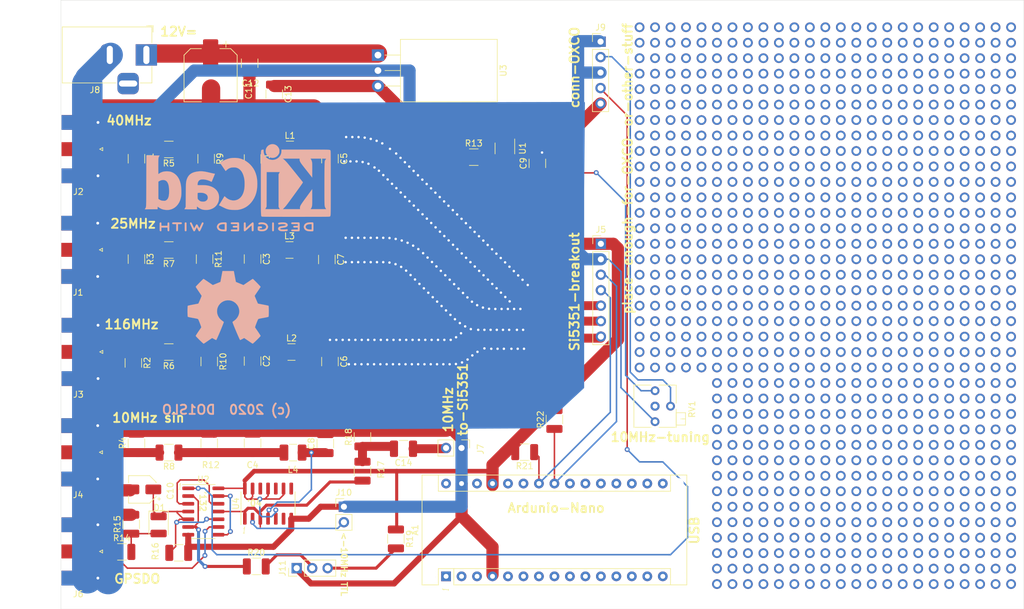
<source format=kicad_pcb>
(kicad_pcb (version 20171130) (host pcbnew 5.0.2+dfsg1-1)
  (title_block (title Eurocard-Si5351) (date 2020-10-13) (rev v0.2))
  (layers (0 F.Cu signal) (31 B.Cu signal) (34 B.Paste user) (35 F.Paste user) (36 B.SilkS user) (37 F.SilkS user) (38 B.Mask user) (39 F.Mask user) (44 Edge.Cuts user))
  (net 0 "")
  (net 1 GND)
  (net 2 +5V_Vcc)
  (net 3 SCL)
  (net 4 SDA)
  (net 5 "Net-(C1-Pad1)")
  (net 6 "Net-(C2-Pad1)")
  (net 7 "Net-(C3-Pad1)")
  (net 8 "Net-(C4-Pad1)")
  (net 9 CLK-1)
  (net 10 CLK-2)
  (net 11 CLK-0)
  (net 12 10MHz-Out)
  (net 13 "Net-(C9-Pad1)")
  (net 14 "Net-(C10-Pad1)")
  (net 15 "Net-(C14-Pad2)")
  (net 16 10MHz-Internal)
  (net 17 "Net-(D1-Pad2)")
  (net 18 "Net-(J1-Pad1)")
  (net 19 "Net-(J2-Pad1)")
  (net 20 "Net-(J3-Pad1)")
  (net 21 "Net-(J4-Pad1)")
  (net 22 OXCO-Output)
  (net 23 "Net-(J6-Pad1)")
  (net 24 "Net-(J9-Pad2)")
  (net 25 "Net-(R17-Pad1)")
  (net 26 "Net-(U2-Pad13)")
  (net 27 "Net-(U2-Pad12)")
  (net 28 "Net-(A1-Pad16)")
  (net 29 "Net-(A1-Pad15)")
  (net 30 "Net-(A1-Pad30)")
  (net 31 "Net-(A1-Pad14)")
  (net 32 "Net-(A1-Pad13)")
  (net 33 "Net-(A1-Pad28)")
  (net 34 "Net-(A1-Pad12)")
  (net 35 "Net-(A1-Pad11)")
  (net 36 "Net-(A1-Pad26)")
  (net 37 "Net-(A1-Pad10)")
  (net 38 "Net-(A1-Pad25)")
  (net 39 "Net-(A1-Pad9)")
  (net 40 "Net-(A1-Pad8)")
  (net 41 "Net-(A1-Pad7)")
  (net 42 "Net-(A1-Pad22)")
  (net 43 "Net-(A1-Pad6)")
  (net 44 "Net-(A1-Pad21)")
  (net 45 "Net-(A1-Pad5)")
  (net 46 "Net-(A1-Pad20)")
  (net 47 "Net-(A1-Pad19)")
  (net 48 "Net-(A1-Pad3)")
  (net 49 "Net-(A1-Pad18)")
  (net 50 "Net-(A1-Pad2)")
  (net 51 "Net-(A1-Pad17)")
  (net 52 "Net-(A1-Pad1)")
  (net 53 "Net-(U4-Pad12)")
  (net 54 "Net-(U4-Pad10)")
  (net 55 "Net-(U4-Pad8)")
  (net 56 "Net-(U4-Pad6)")
  (net 57 PWR-Input)
  (net 58 10MHz-TTL)
  (net 59 "Net-(J11-Pad3)")
  (net 60 "Net-(J11-Pad2)")
  (net 61 "Net-(R20-Pad1)")
  (module Package_TO_SOT_THT:TO-220-3_Horizontal_TabDown (layer F.Cu) (at 112.014 49.022 270)
    (fp_text reference U3 (at 2.54 -20.58 90) (layer F.SilkS))
    (fp_text value LM7805_TO220)
    (pad 3 thru_hole oval (at 5.08 0 270) (size 1.905 2) (drill 1.1) (layers *.Cu *.Mask) (net 2 +5V_Vcc))
    (pad 2 thru_hole oval (at 2.54 0 270) (size 1.905 2) (drill 1.1) (layers *.Cu *.Mask) (net 1 GND))
    (pad 1 thru_hole rect (at 0 0 270) (size 1.905 2) (drill 1.1) (layers *.Cu *.Mask) (net 57 PWR-Input))
    (pad "" np_thru_hole oval (at 2.54 -16.66 270) (size 3.5 3.5) (drill 3.5) (layers *.Cu *.Mask))
  )
  (module Resistor_SMD:R_1210_3225Metric_Pad1.30x2.65mm_HandSolder (layer F.Cu) (at 140.97 108.8638 90)
    (fp_text reference R22 (at 0 -2.28 90) (layer F.SilkS))
    (fp_text value 2k)
    (pad 2 smd roundrect (at 1.55 0 90) (size 1.3 2.65) (layers F.Cu F.Paste F.Mask) (roundrect_rratio 0.192308) (net 2 +5V_Vcc))
    (pad 1 smd roundrect (at -1.55 0 90) (size 1.3 2.65) (layers F.Cu F.Paste F.Mask) (roundrect_rratio 0.192308) (net 4 SDA))
  )
  (module Resistor_SMD:R_1210_3225Metric_Pad1.30x2.65mm_HandSolder (layer F.Cu) (at 136.0926 114.2238 180)
    (fp_text reference R21 (at 0 -2.28) (layer F.SilkS))
    (fp_text value 2k)
    (pad 2 smd roundrect (at 1.55 0 180) (size 1.3 2.65) (layers F.Cu F.Paste F.Mask) (roundrect_rratio 0.192308) (net 2 +5V_Vcc))
    (pad 1 smd roundrect (at -1.55 0 180) (size 1.3 2.65) (layers F.Cu F.Paste F.Mask) (roundrect_rratio 0.192308) (net 3 SCL))
  )
  (module Resistor_SMD:R_1210_3225Metric_Pad1.30x2.65mm_HandSolder (layer F.Cu) (at 92.049 132.9944)
    (fp_text reference R20 (at 0 -2.28) (layer F.SilkS))
    (fp_text value 330)
    (pad 2 smd roundrect (at 1.55 0) (size 1.3 2.65) (layers F.Cu F.Paste F.Mask) (roundrect_rratio 0.192308) (net 60 "Net-(J11-Pad2)"))
    (pad 1 smd roundrect (at -1.55 0) (size 1.3 2.65) (layers F.Cu F.Paste F.Mask) (roundrect_rratio 0.192308) (net 61 "Net-(R20-Pad1)"))
  )
  (module Resistor_SMD:R_1210_3225Metric_Pad1.30x2.65mm_HandSolder (layer F.Cu) (at 114.9604 128.4738 270)
    (fp_text reference R19 (at 0 -2.28 90) (layer F.SilkS))
    (fp_text value 330)
    (pad 2 smd roundrect (at 1.55 0 270) (size 1.3 2.65) (layers F.Cu F.Paste F.Mask) (roundrect_rratio 0.192308) (net 59 "Net-(J11-Pad3)"))
    (pad 1 smd roundrect (at -1.55 0 270) (size 1.3 2.65) (layers F.Cu F.Paste F.Mask) (roundrect_rratio 0.192308) (net 2 +5V_Vcc))
  )
  (module Connector_PinHeader_2.54mm:PinHeader_1x03_P2.54mm_Vertical (layer F.Cu) (at 98.679 133.2738 90)
    (fp_text reference J11 (at 0 -2.33 90) (layer F.SilkS))
    (fp_text value Conn_01x03_Female)
    (pad 3 thru_hole oval (at 0 5.08 90) (size 1.7 1.7) (drill 1) (layers *.Cu *.Mask) (net 59 "Net-(J11-Pad3)"))
    (pad 2 thru_hole oval (at 0 2.54 90) (size 1.7 1.7) (drill 1) (layers *.Cu *.Mask) (net 60 "Net-(J11-Pad2)"))
    (pad 1 thru_hole rect (at 0 0 90) (size 1.7 1.7) (drill 1) (layers *.Cu *.Mask) (net 1 GND))
  )
  (module Symbol:KiCad-Logo2_12mm_SilkScreen (layer B.Cu) (at 89.027 69.5706 180)
    (fp_text reference REF** hide)
    (fp_text value KiCad-Logo2_12mm_SilkScreen hide)
  )
  (module Symbol:OSHW-Symbol_13.4x12mm_SilkScreen (layer B.Cu) (at 87.4522 90.4748 180)
    (fp_text reference REF** hide)
    (fp_text value OSHW-Symbol_13.4x12mm_SilkScreen hide)
  )
  (module Connector_BarrelJack:BarrelJack_Horizontal (layer F.Cu) (at 74.0156 48.9966)
    (fp_text reference J8 (at -8.45 5.75) (layer F.SilkS))
    (fp_text value Conn_01x02_Female)
    (pad 3 thru_hole roundrect (at -3 4.7) (size 3.5 3.5) (drill oval 3 1) (layers *.Cu *.Mask))
    (pad 2 thru_hole roundrect (at -6 0) (size 3 3.5) (drill oval 1 3) (layers *.Cu *.Mask) (net 1 GND))
    (pad 1 thru_hole rect (at 0 0) (size 3.5 3.5) (drill oval 1 3) (layers *.Cu *.Mask) (net 57 PWR-Input))
  )
  (module Module:Arduino_Nano_WithMountingHoles (layer F.Cu) (at 123.19 134.62 90)
    (fp_text reference A1 (at 7.62 -5.08 90) (layer F.SilkS))
    (fp_text value Arduino_Nano_v3.x)
    (pad 1 thru_hole rect (at 0 0 90) (size 1.6 1.6) (drill 0.8) (layers *.Cu *.Mask) (net 52 "Net-(A1-Pad1)"))
    (pad 17 thru_hole oval (at 15.24 33.02 90) (size 1.6 1.6) (drill 0.8) (layers *.Cu *.Mask) (net 51 "Net-(A1-Pad17)"))
    (pad 2 thru_hole oval (at 0 2.54 90) (size 1.6 1.6) (drill 0.8) (layers *.Cu *.Mask) (net 50 "Net-(A1-Pad2)"))
    (pad 18 thru_hole oval (at 15.24 30.48 90) (size 1.6 1.6) (drill 0.8) (layers *.Cu *.Mask) (net 49 "Net-(A1-Pad18)"))
    (pad 3 thru_hole oval (at 0 5.08 90) (size 1.6 1.6) (drill 0.8) (layers *.Cu *.Mask) (net 48 "Net-(A1-Pad3)"))
    (pad 19 thru_hole oval (at 15.24 27.94 90) (size 1.6 1.6) (drill 0.8) (layers *.Cu *.Mask) (net 47 "Net-(A1-Pad19)"))
    (pad 4 thru_hole oval (at 0 7.62 90) (size 1.6 1.6) (drill 0.8) (layers *.Cu *.Mask) (net 1 GND))
    (pad 20 thru_hole oval (at 15.24 25.4 90) (size 1.6 1.6) (drill 0.8) (layers *.Cu *.Mask) (net 46 "Net-(A1-Pad20)"))
    (pad 5 thru_hole oval (at 0 10.16 90) (size 1.6 1.6) (drill 0.8) (layers *.Cu *.Mask) (net 45 "Net-(A1-Pad5)"))
    (pad 21 thru_hole oval (at 15.24 22.86 90) (size 1.6 1.6) (drill 0.8) (layers *.Cu *.Mask) (net 44 "Net-(A1-Pad21)"))
    (pad 6 thru_hole oval (at 0 12.7 90) (size 1.6 1.6) (drill 0.8) (layers *.Cu *.Mask) (net 43 "Net-(A1-Pad6)"))
    (pad 22 thru_hole oval (at 15.24 20.32 90) (size 1.6 1.6) (drill 0.8) (layers *.Cu *.Mask) (net 42 "Net-(A1-Pad22)"))
    (pad 7 thru_hole oval (at 0 15.24 90) (size 1.6 1.6) (drill 0.8) (layers *.Cu *.Mask) (net 41 "Net-(A1-Pad7)"))
    (pad 23 thru_hole oval (at 15.24 17.78 90) (size 1.6 1.6) (drill 0.8) (layers *.Cu *.Mask) (net 4 SDA))
    (pad 8 thru_hole oval (at 0 17.78 90) (size 1.6 1.6) (drill 0.8) (layers *.Cu *.Mask) (net 40 "Net-(A1-Pad8)"))
    (pad 24 thru_hole oval (at 15.24 15.24 90) (size 1.6 1.6) (drill 0.8) (layers *.Cu *.Mask) (net 3 SCL))
    (pad 9 thru_hole oval (at 0 20.32 90) (size 1.6 1.6) (drill 0.8) (layers *.Cu *.Mask) (net 39 "Net-(A1-Pad9)"))
    (pad 25 thru_hole oval (at 15.24 12.7 90) (size 1.6 1.6) (drill 0.8) (layers *.Cu *.Mask) (net 38 "Net-(A1-Pad25)"))
    (pad 10 thru_hole oval (at 0 22.86 90) (size 1.6 1.6) (drill 0.8) (layers *.Cu *.Mask) (net 37 "Net-(A1-Pad10)"))
    (pad 26 thru_hole oval (at 15.24 10.16 90) (size 1.6 1.6) (drill 0.8) (layers *.Cu *.Mask) (net 36 "Net-(A1-Pad26)"))
    (pad 11 thru_hole oval (at 0 25.4 90) (size 1.6 1.6) (drill 0.8) (layers *.Cu *.Mask) (net 35 "Net-(A1-Pad11)"))
    (pad 27 thru_hole oval (at 15.24 7.62 90) (size 1.6 1.6) (drill 0.8) (layers *.Cu *.Mask) (net 2 +5V_Vcc))
    (pad 12 thru_hole oval (at 0 27.94 90) (size 1.6 1.6) (drill 0.8) (layers *.Cu *.Mask) (net 34 "Net-(A1-Pad12)"))
    (pad 28 thru_hole oval (at 15.24 5.08 90) (size 1.6 1.6) (drill 0.8) (layers *.Cu *.Mask) (net 33 "Net-(A1-Pad28)"))
    (pad 13 thru_hole oval (at 0 30.48 90) (size 1.6 1.6) (drill 0.8) (layers *.Cu *.Mask) (net 32 "Net-(A1-Pad13)"))
    (pad 29 thru_hole oval (at 15.24 2.54 90) (size 1.6 1.6) (drill 0.8) (layers *.Cu *.Mask) (net 1 GND))
    (pad 14 thru_hole oval (at 0 33.02 90) (size 1.6 1.6) (drill 0.8) (layers *.Cu *.Mask) (net 31 "Net-(A1-Pad14)"))
    (pad 30 thru_hole oval (at 15.24 0 90) (size 1.6 1.6) (drill 0.8) (layers *.Cu *.Mask) (net 30 "Net-(A1-Pad30)"))
    (pad 15 thru_hole oval (at 0 35.56 90) (size 1.6 1.6) (drill 0.8) (layers *.Cu *.Mask) (net 29 "Net-(A1-Pad15)"))
    (pad 16 thru_hole oval (at 15.24 35.56 90) (size 1.6 1.6) (drill 0.8) (layers *.Cu *.Mask) (net 28 "Net-(A1-Pad16)"))
    (pad "" np_thru_hole circle (at 0 -2.54 90) (size 1.78 1.78) (drill 1.78) (layers *.Cu *.Mask))
    (pad "" np_thru_hole circle (at 15.24 -2.54 90) (size 1.78 1.78) (drill 1.78) (layers *.Cu *.Mask))
    (pad "" np_thru_hole circle (at 15.24 38.1 90) (size 1.78 1.78) (drill 1.78) (layers *.Cu *.Mask))
    (pad "" np_thru_hole circle (at 0 38.1 90) (size 1.78 1.78) (drill 1.78) (layers *.Cu *.Mask))
  )
  (module Capacitor_SMD:CP_Elec_8x10.5 (layer F.Cu) (at 84.5566 52.324 270)
    (fp_text reference C11 (at 2.5 -6.25 270) (layer F.SilkS))
    (fp_text value 100uF)
    (pad 2 smd roundrect (at 3.7 0 270) (size 4.4 2.5) (layers F.Cu F.Paste F.Mask) (roundrect_rratio 0.1) (net 1 GND))
    (pad 1 smd roundrect (at -3.7 0 270) (size 4.4 2.5) (layers F.Cu F.Paste F.Mask) (roundrect_rratio 0.1) (net 57 PWR-Input))
  )
  (module Connector_PinHeader_2.54mm:PinHeader_1x05_P2.54mm_Vertical (layer F.Cu) (at 148.5392 46.8122)
    (fp_text reference J9 (at 0 -2.33) (layer F.SilkS))
    (fp_text value Conn_01x05_Female)
    (pad 5 thru_hole oval (at 0 10.16) (size 1.7 1.7) (drill 1) (layers *.Cu *.Mask) (net 2 +5V_Vcc))
    (pad 4 thru_hole oval (at 0 7.62) (size 1.7 1.7) (drill 1) (layers *.Cu *.Mask) (net 22 OXCO-Output))
    (pad 3 thru_hole oval (at 0 5.08) (size 1.7 1.7) (drill 1) (layers *.Cu *.Mask) (net 1 GND))
    (pad 2 thru_hole oval (at 0 2.54) (size 1.7 1.7) (drill 1) (layers *.Cu *.Mask) (net 24 "Net-(J9-Pad2)"))
    (pad 1 thru_hole rect (at 0 0) (size 1.7 1.7) (drill 1) (layers *.Cu *.Mask) (net 1 GND))
  )
  (module Connector_Coaxial:SMA_Molex_73251-1153_EdgeMount_Horizontal (layer F.Cu) (at 64.3382 130.5306)
    (fp_text reference J6 (at -1.5 7) (layer F.SilkS))
    (fp_text value Conn_Coaxial)
    (pad 2 smd rect (at 1.27 4.38) (size 0.95 0.46) (layers B.Cu) (net 1 GND))
    (pad 2 smd rect (at 1.27 -4.38) (size 0.95 0.46) (layers B.Cu) (net 1 GND))
    (pad 2 smd rect (at 1.27 4.38) (size 0.95 0.46) (layers F.Cu) (net 1 GND))
    (pad 2 smd rect (at 1.27 -4.38) (size 0.95 0.46) (layers F.Cu) (net 1 GND))
    (pad 2 thru_hole circle (at 1.72 4.38) (size 0.97 0.97) (drill 0.46) (layers *.Cu) (net 1 GND))
    (pad 2 thru_hole circle (at 1.72 -4.38) (size 0.97 0.97) (drill 0.46) (layers *.Cu) (net 1 GND))
    (pad 2 smd rect (at -1.72 4.38) (size 5.08 2.42) (layers B.Cu B.Paste B.Mask) (net 1 GND))
    (pad 2 smd rect (at -1.72 -4.38) (size 5.08 2.42) (layers B.Cu B.Paste B.Mask) (net 1 GND))
    (pad 2 smd rect (at -1.72 4.38) (size 5.08 2.42) (layers F.Cu F.Paste F.Mask) (net 1 GND))
    (pad 2 smd rect (at -1.72 -4.38) (size 5.08 2.42) (layers F.Cu F.Paste F.Mask) (net 1 GND))
    (pad 1 smd rect (at -1.72 0) (size 5.08 2.29) (layers F.Cu F.Paste F.Mask) (net 23 "Net-(J6-Pad1)"))
  )
  (module Resistor_SMD:R_1210_3225Metric_Pad1.30x2.65mm_HandSolder (layer F.Cu) (at 71.5264 126.0596 90)
    (fp_text reference R15 (at 0 -2.28 90) (layer F.SilkS))
    (fp_text value 4k7)
    (pad 2 smd roundrect (at 1.55 0 90) (size 1.3 2.65) (layers F.Cu F.Paste F.Mask) (roundrect_rratio 0.192308) (net 1 GND))
    (pad 1 smd roundrect (at -1.55 0 90) (size 1.3 2.65) (layers F.Cu F.Paste F.Mask) (roundrect_rratio 0.192308) (net 17 "Net-(D1-Pad2)"))
  )
  (module Package_SO:SO-14_3.9x8.65mm_P1.27mm (layer F.Cu) (at 93.98 122.682 90)
    (fp_text reference U4 (at 0 -5.28 90) (layer F.SilkS))
    (fp_text value 74HC04)
    (pad 14 smd roundrect (at 2.475 -3.81 90) (size 1.95 0.6) (layers F.Cu F.Paste F.Mask) (net 2 +5V_Vcc))
    (pad 13 smd roundrect (at 2.475 -2.54 90) (size 1.95 0.6) (layers F.Cu F.Paste F.Mask) (net 2 +5V_Vcc))
    (pad 12 smd roundrect (at 2.475 -1.27 90) (size 1.95 0.6) (layers F.Cu F.Paste F.Mask) (net 53 "Net-(U4-Pad12)"))
    (pad 11 smd roundrect (at 2.475 0 90) (size 1.95 0.6) (layers F.Cu F.Paste F.Mask) (net 2 +5V_Vcc))
    (pad 10 smd roundrect (at 2.475 1.27 90) (size 1.95 0.6) (layers F.Cu F.Paste F.Mask) (net 54 "Net-(U4-Pad10)"))
    (pad 9 smd roundrect (at 2.475 2.54 90) (size 1.95 0.6) (layers F.Cu F.Paste F.Mask) (net 2 +5V_Vcc))
    (pad 8 smd roundrect (at 2.475 3.81 90) (size 1.95 0.6) (layers F.Cu F.Paste F.Mask) (net 55 "Net-(U4-Pad8)"))
    (pad 7 smd roundrect (at -2.475 3.81 90) (size 1.95 0.6) (layers F.Cu F.Paste F.Mask) (net 1 GND))
    (pad 6 smd roundrect (at -2.475 2.54 90) (size 1.95 0.6) (layers F.Cu F.Paste F.Mask) (net 56 "Net-(U4-Pad6)"))
    (pad 5 smd roundrect (at -2.475 1.27 90) (size 1.95 0.6) (layers F.Cu F.Paste F.Mask) (net 2 +5V_Vcc))
    (pad 4 smd roundrect (at -2.475 0 90) (size 1.95 0.6) (layers F.Cu F.Paste F.Mask) (net 12 10MHz-Out))
    (pad 3 smd roundrect (at -2.475 -1.27 90) (size 1.95 0.6) (layers F.Cu F.Paste F.Mask) (net 25 "Net-(R17-Pad1)"))
    (pad 2 smd roundrect (at -2.475 -2.54 90) (size 1.95 0.6) (layers F.Cu F.Paste F.Mask) (net 58 10MHz-TTL))
    (pad 1 smd roundrect (at -2.475 -3.81 90) (size 1.95 0.6) (layers F.Cu F.Paste F.Mask) (net 25 "Net-(R17-Pad1)"))
  )
  (module Package_SO:SO-14_3.9x8.65mm_P1.27mm (layer F.Cu) (at 83.3628 123.9774)
    (fp_text reference U2 (at 0 -5.28) (layer F.SilkS))
    (fp_text value 74HC132)
    (pad 14 smd roundrect (at 2.475 -3.81) (size 1.95 0.6) (layers F.Cu F.Paste F.Mask) (net 2 +5V_Vcc))
    (pad 13 smd roundrect (at 2.475 -2.54) (size 1.95 0.6) (layers F.Cu F.Paste F.Mask) (net 26 "Net-(U2-Pad13)"))
    (pad 12 smd roundrect (at 2.475 -1.27) (size 1.95 0.6) (layers F.Cu F.Paste F.Mask) (net 27 "Net-(U2-Pad12)"))
    (pad 11 smd roundrect (at 2.475 0) (size 1.95 0.6) (layers F.Cu F.Paste F.Mask) (net 25 "Net-(R17-Pad1)"))
    (pad 10 smd roundrect (at 2.475 1.27) (size 1.95 0.6) (layers F.Cu F.Paste F.Mask) (net 14 "Net-(C10-Pad1)"))
    (pad 9 smd roundrect (at 2.475 2.54) (size 1.95 0.6) (layers F.Cu F.Paste F.Mask) (net 23 "Net-(J6-Pad1)"))
    (pad 8 smd roundrect (at 2.475 3.81) (size 1.95 0.6) (layers F.Cu F.Paste F.Mask) (net 26 "Net-(U2-Pad13)"))
    (pad 7 smd roundrect (at -2.475 3.81) (size 1.95 0.6) (layers F.Cu F.Paste F.Mask) (net 1 GND))
    (pad 6 smd roundrect (at -2.475 2.54) (size 1.95 0.6) (layers F.Cu F.Paste F.Mask) (net 61 "Net-(R20-Pad1)"))
    (pad 5 smd roundrect (at -2.475 1.27) (size 1.95 0.6) (layers F.Cu F.Paste F.Mask) (net 14 "Net-(C10-Pad1)"))
    (pad 4 smd roundrect (at -2.475 0) (size 1.95 0.6) (layers F.Cu F.Paste F.Mask) (net 14 "Net-(C10-Pad1)"))
    (pad 3 smd roundrect (at -2.475 -1.27) (size 1.95 0.6) (layers F.Cu F.Paste F.Mask) (net 27 "Net-(U2-Pad12)"))
    (pad 2 smd roundrect (at -2.475 -2.54) (size 1.95 0.6) (layers F.Cu F.Paste F.Mask) (net 61 "Net-(R20-Pad1)"))
    (pad 1 smd roundrect (at -2.475 -3.81) (size 1.95 0.6) (layers F.Cu F.Paste F.Mask) (net 22 OXCO-Output))
  )
  (module Connector_PinHeader_2.54mm:PinHeader_1x02_P2.54mm_Vertical (layer F.Cu) (at 106.426 123.19)
    (fp_text reference J10 (at 0 -2.33) (layer F.SilkS))
    (fp_text value Conn_01x01_Female)
    (pad 2 thru_hole oval (at 0 2.54) (size 1.7 1.7) (drill 1) (layers *.Cu *.Mask) (net 58 10MHz-TTL))
    (pad 1 thru_hole rect (at 0 0) (size 1.7 1.7) (drill 1) (layers *.Cu *.Mask) (net 1 GND))
  )
  (module Package_TO_SOT_SMD:SOT-23-5 (layer F.Cu) (at 132.842 64.346 270)
    (fp_text reference U1 (at 0 -2.9 90) (layer F.SilkS))
    (fp_text value LM4030-4.096)
    (pad 5 smd rect (at 1.1 -0.95 270) (size 1.06 0.65) (layers F.Cu F.Paste F.Mask) (net 1 GND))
    (pad 4 smd rect (at 1.1 0.95 270) (size 1.06 0.65) (layers F.Cu F.Paste F.Mask) (net 13 "Net-(C9-Pad1)"))
    (pad 3 smd rect (at -1.1 0.95 270) (size 1.06 0.65) (layers F.Cu F.Paste F.Mask))
    (pad 2 smd rect (at -1.1 0 270) (size 1.06 0.65) (layers F.Cu F.Paste F.Mask))
    (pad 1 smd rect (at -1.1 -0.95 270) (size 1.06 0.65) (layers F.Cu F.Paste F.Mask))
  )
  (module Potentiometer_THT:Potentiometer_Bourns_3266P_Horizontal (layer F.Cu) (at 157.48 109.22 180)
    (fp_text reference RV1 (at -6.0706 2.032 90) (layer F.SilkS))
    (fp_text value 10k)
    (pad 3 thru_hole circle (at 0 5.08 180) (size 1.44 1.44) (drill 0.8) (layers *.Cu *.Mask) (net 13 "Net-(C9-Pad1)"))
    (pad 2 thru_hole circle (at -2.54 2.54 180) (size 1.44 1.44) (drill 0.8) (layers *.Cu *.Mask) (net 24 "Net-(J9-Pad2)"))
    (pad 1 thru_hole circle (at 0 0 180) (size 1.44 1.44) (drill 0.8) (layers *.Cu *.Mask) (net 1 GND))
  )
  (module Resistor_SMD:R_1210_3225Metric_Pad1.30x2.65mm_HandSolder (layer F.Cu) (at 109.474 111.734 90)
    (fp_text reference R18 (at 0 -2.28 90) (layer F.SilkS))
    (fp_text value 68)
    (pad 2 smd roundrect (at 1.55 0 90) (size 1.3 2.65) (layers F.Cu F.Paste F.Mask) (roundrect_rratio 0.192308) (net 1 GND))
    (pad 1 smd roundrect (at -1.55 0 90) (size 1.3 2.65) (layers F.Cu F.Paste F.Mask) (roundrect_rratio 0.192308) (net 15 "Net-(C14-Pad2)"))
  )
  (module Resistor_SMD:R_1210_3225Metric_Pad1.30x2.65mm_HandSolder (layer F.Cu) (at 109.474 117.348 90)
    (fp_text reference R17 (at 0.254 3.048 90) (layer F.SilkS))
    (fp_text value 270)
    (pad 2 smd roundrect (at 1.55 0 90) (size 1.3 2.65) (layers F.Cu F.Paste F.Mask) (roundrect_rratio 0.192308) (net 15 "Net-(C14-Pad2)"))
    (pad 1 smd roundrect (at -1.55 0 90) (size 1.3 2.65) (layers F.Cu F.Paste F.Mask) (roundrect_rratio 0.192308) (net 25 "Net-(R17-Pad1)"))
  )
  (module Resistor_SMD:R_1210_3225Metric_Pad1.30x2.65mm_HandSolder (layer F.Cu) (at 79.3248 130.7592)
    (fp_text reference R16 (at -3.836 -0.254 270) (layer F.SilkS))
    (fp_text value 47k)
    (pad 2 smd roundrect (at 1.55 0) (size 1.3 2.65) (layers F.Cu F.Paste F.Mask) (roundrect_rratio 0.192308) (net 1 GND))
    (pad 1 smd roundrect (at -1.55 0) (size 1.3 2.65) (layers F.Cu F.Paste F.Mask) (roundrect_rratio 0.192308) (net 14 "Net-(C10-Pad1)"))
  )
  (module Resistor_SMD:R_1210_3225Metric_Pad1.30x2.65mm_HandSolder (layer F.Cu) (at 70.0024 130.6068)
    (fp_text reference R14 (at 0 -2.28) (layer F.SilkS))
    (fp_text value 10k)
    (pad 2 smd roundrect (at 1.55 0) (size 1.3 2.65) (layers F.Cu F.Paste F.Mask) (roundrect_rratio 0.192308) (net 17 "Net-(D1-Pad2)"))
    (pad 1 smd roundrect (at -1.55 0) (size 1.3 2.65) (layers F.Cu F.Paste F.Mask) (roundrect_rratio 0.192308) (net 23 "Net-(J6-Pad1)"))
  )
  (module Resistor_SMD:R_1210_3225Metric_Pad1.30x2.65mm_HandSolder (layer F.Cu) (at 127.736 65.786)
    (fp_text reference R13 (at 0 -2.28) (layer F.SilkS))
    (fp_text value 1k)
    (pad 2 smd roundrect (at 1.55 0) (size 1.3 2.65) (layers F.Cu F.Paste F.Mask) (roundrect_rratio 0.192308) (net 13 "Net-(C9-Pad1)"))
    (pad 1 smd roundrect (at -1.55 0) (size 1.3 2.65) (layers F.Cu F.Paste F.Mask) (roundrect_rratio 0.192308) (net 2 +5V_Vcc))
  )
  (module Resistor_SMD:R_1210_3225Metric_Pad1.30x2.65mm_HandSolder (layer F.Cu) (at 84.328 112.75 90)
    (fp_text reference R12 (at -3.582 0.254 180) (layer F.SilkS))
    (fp_text value 100)
    (pad 2 smd roundrect (at 1.55 0 90) (size 1.3 2.65) (layers F.Cu F.Paste F.Mask) (roundrect_rratio 0.192308) (net 1 GND))
    (pad 1 smd roundrect (at -1.55 0 90) (size 1.3 2.65) (layers F.Cu F.Paste F.Mask) (roundrect_rratio 0.192308) (net 8 "Net-(C4-Pad1)"))
  )
  (module Resistor_SMD:R_1210_3225Metric_Pad1.30x2.65mm_HandSolder (layer F.Cu) (at 83.566 82.524 270)
    (fp_text reference R11 (at 0 -2.28 90) (layer F.SilkS))
    (fp_text value 100)
    (pad 2 smd roundrect (at 1.55 0 270) (size 1.3 2.65) (layers F.Cu F.Paste F.Mask) (roundrect_rratio 0.192308) (net 1 GND))
    (pad 1 smd roundrect (at -1.55 0 270) (size 1.3 2.65) (layers F.Cu F.Paste F.Mask) (roundrect_rratio 0.192308) (net 7 "Net-(C3-Pad1)"))
  )
  (module Resistor_SMD:R_1210_3225Metric_Pad1.30x2.65mm_HandSolder (layer F.Cu) (at 84.328 99.34 270)
    (fp_text reference R10 (at 0 -2.28 90) (layer F.SilkS))
    (fp_text value 100)
    (pad 2 smd roundrect (at 1.55 0 270) (size 1.3 2.65) (layers F.Cu F.Paste F.Mask) (roundrect_rratio 0.192308) (net 1 GND))
    (pad 1 smd roundrect (at -1.55 0 270) (size 1.3 2.65) (layers F.Cu F.Paste F.Mask) (roundrect_rratio 0.192308) (net 6 "Net-(C2-Pad1)"))
  )
  (module Resistor_SMD:R_1210_3225Metric_Pad1.30x2.65mm_HandSolder (layer F.Cu) (at 83.82 66.04 270)
    (fp_text reference R9 (at 0 -2.28 90) (layer F.SilkS))
    (fp_text value 100)
    (pad 2 smd roundrect (at 1.55 0 270) (size 1.3 2.65) (layers F.Cu F.Paste F.Mask) (roundrect_rratio 0.192308) (net 1 GND))
    (pad 1 smd roundrect (at -1.55 0 270) (size 1.3 2.65) (layers F.Cu F.Paste F.Mask) (roundrect_rratio 0.192308) (net 5 "Net-(C1-Pad1)"))
  )
  (module Resistor_SMD:R_1210_3225Metric_Pad1.30x2.65mm_HandSolder (layer F.Cu) (at 77.724 114.3 180)
    (fp_text reference R8 (at 0 -2.28) (layer F.SilkS))
    (fp_text value 68)
    (pad 2 smd roundrect (at 1.55 0 180) (size 1.3 2.65) (layers F.Cu F.Paste F.Mask) (roundrect_rratio 0.192308) (net 21 "Net-(J4-Pad1)"))
    (pad 1 smd roundrect (at -1.55 0 180) (size 1.3 2.65) (layers F.Cu F.Paste F.Mask) (roundrect_rratio 0.192308) (net 8 "Net-(C4-Pad1)"))
  )
  (module Resistor_SMD:R_1210_3225Metric_Pad1.30x2.65mm_HandSolder (layer F.Cu) (at 77.698 81.026 180)
    (fp_text reference R7 (at 0 -2.28) (layer F.SilkS))
    (fp_text value 68)
    (pad 2 smd roundrect (at 1.55 0 180) (size 1.3 2.65) (layers F.Cu F.Paste F.Mask) (roundrect_rratio 0.192308) (net 18 "Net-(J1-Pad1)"))
    (pad 1 smd roundrect (at -1.55 0 180) (size 1.3 2.65) (layers F.Cu F.Paste F.Mask) (roundrect_rratio 0.192308) (net 7 "Net-(C3-Pad1)"))
  )
  (module Resistor_SMD:R_1210_3225Metric_Pad1.30x2.65mm_HandSolder (layer F.Cu) (at 77.698 97.79 180)
    (fp_text reference R6 (at 0 -2.28) (layer F.SilkS))
    (fp_text value 68)
    (pad 2 smd roundrect (at 1.55 0 180) (size 1.3 2.65) (layers F.Cu F.Paste F.Mask) (roundrect_rratio 0.192308) (net 20 "Net-(J3-Pad1)"))
    (pad 1 smd roundrect (at -1.55 0 180) (size 1.3 2.65) (layers F.Cu F.Paste F.Mask) (roundrect_rratio 0.192308) (net 6 "Net-(C2-Pad1)"))
  )
  (module Resistor_SMD:R_1210_3225Metric_Pad1.30x2.65mm_HandSolder (layer F.Cu) (at 77.698 64.516 180)
    (fp_text reference R5 (at 0 -2.28) (layer F.SilkS))
    (fp_text value 68)
    (pad 2 smd roundrect (at 1.55 0 180) (size 1.3 2.65) (layers F.Cu F.Paste F.Mask) (roundrect_rratio 0.192308) (net 19 "Net-(J2-Pad1)"))
    (pad 1 smd roundrect (at -1.55 0 180) (size 1.3 2.65) (layers F.Cu F.Paste F.Mask) (roundrect_rratio 0.192308) (net 5 "Net-(C1-Pad1)"))
  )
  (module Resistor_SMD:R_1210_3225Metric_Pad1.30x2.65mm_HandSolder (layer F.Cu) (at 72.39 112.75 90)
    (fp_text reference R4 (at 0 -2.28 90) (layer F.SilkS))
    (fp_text value 100)
    (pad 2 smd roundrect (at 1.55 0 90) (size 1.3 2.65) (layers F.Cu F.Paste F.Mask) (roundrect_rratio 0.192308) (net 1 GND))
    (pad 1 smd roundrect (at -1.55 0 90) (size 1.3 2.65) (layers F.Cu F.Paste F.Mask) (roundrect_rratio 0.192308) (net 21 "Net-(J4-Pad1)"))
  )
  (module Resistor_SMD:R_1210_3225Metric_Pad1.30x2.65mm_HandSolder (layer F.Cu) (at 72.39 82.524 270)
    (fp_text reference R3 (at 0 -2.28 90) (layer F.SilkS))
    (fp_text value 100)
    (pad 2 smd roundrect (at 1.55 0 270) (size 1.3 2.65) (layers F.Cu F.Paste F.Mask) (roundrect_rratio 0.192308) (net 1 GND))
    (pad 1 smd roundrect (at -1.55 0 270) (size 1.3 2.65) (layers F.Cu F.Paste F.Mask) (roundrect_rratio 0.192308) (net 18 "Net-(J1-Pad1)"))
  )
  (module Resistor_SMD:R_1210_3225Metric_Pad1.30x2.65mm_HandSolder (layer F.Cu) (at 71.882 99.568 270)
    (fp_text reference R2 (at 0 -2.28 90) (layer F.SilkS))
    (fp_text value 100)
    (pad 2 smd roundrect (at 1.55 0 270) (size 1.3 2.65) (layers F.Cu F.Paste F.Mask) (roundrect_rratio 0.192308) (net 1 GND))
    (pad 1 smd roundrect (at -1.55 0 270) (size 1.3 2.65) (layers F.Cu F.Paste F.Mask) (roundrect_rratio 0.192308) (net 20 "Net-(J3-Pad1)"))
  )
  (module Resistor_SMD:R_1210_3225Metric_Pad1.30x2.65mm_HandSolder (layer F.Cu) (at 72.39 66.04 270)
    (fp_text reference R1 (at 0 -2.28 90) (layer F.SilkS))
    (fp_text value 100)
    (pad 2 smd roundrect (at 1.55 0 270) (size 1.3 2.65) (layers F.Cu F.Paste F.Mask) (roundrect_rratio 0.192308) (net 1 GND))
    (pad 1 smd roundrect (at -1.55 0 270) (size 1.3 2.65) (layers F.Cu F.Paste F.Mask) (roundrect_rratio 0.192308) (net 19 "Net-(J2-Pad1)"))
  )
  (module Inductor_SMD:L_1210_3225Metric_Pad1.42x2.65mm_HandSolder (layer F.Cu) (at 98.0805 114.3)
    (fp_text reference L4 (at 0 2.794) (layer F.SilkS))
    (fp_text value 1mH)
    (pad 2 smd roundrect (at 1.4875 0) (size 1.425 2.65) (layers F.Cu F.Paste F.Mask) (roundrect_rratio 0.175439) (net 12 10MHz-Out))
    (pad 1 smd roundrect (at -1.4875 0) (size 1.425 2.65) (layers F.Cu F.Paste F.Mask) (roundrect_rratio 0.175439) (net 8 "Net-(C4-Pad1)"))
  )
  (module Inductor_SMD:L_1210_3225Metric_Pad1.42x2.65mm_HandSolder (layer F.Cu) (at 97.4995 81.026)
    (fp_text reference L3 (at 0 -2.28) (layer F.SilkS))
    (fp_text value "360 nH")
    (pad 2 smd roundrect (at 1.4875 0) (size 1.425 2.65) (layers F.Cu F.Paste F.Mask) (roundrect_rratio 0.175439) (net 9 CLK-1))
    (pad 1 smd roundrect (at -1.4875 0) (size 1.425 2.65) (layers F.Cu F.Paste F.Mask) (roundrect_rratio 0.175439) (net 7 "Net-(C3-Pad1)"))
  )
  (module Inductor_SMD:L_1210_3225Metric_Pad1.42x2.65mm_HandSolder (layer F.Cu) (at 97.8265 97.79)
    (fp_text reference L2 (at 0 -2.28) (layer F.SilkS))
    (fp_text value 82nH)
    (pad 2 smd roundrect (at 1.4875 0) (size 1.425 2.65) (layers F.Cu F.Paste F.Mask) (roundrect_rratio 0.175439) (net 11 CLK-0))
    (pad 1 smd roundrect (at -1.4875 0) (size 1.425 2.65) (layers F.Cu F.Paste F.Mask) (roundrect_rratio 0.175439) (net 6 "Net-(C2-Pad1)"))
  )
  (module Inductor_SMD:L_1210_3225Metric_Pad1.42x2.65mm_HandSolder (layer F.Cu) (at 97.5725 64.516)
    (fp_text reference L1 (at 0 -2.28) (layer F.SilkS))
    (fp_text value 220nH)
    (pad 2 smd roundrect (at 1.4875 0) (size 1.425 2.65) (layers F.Cu F.Paste F.Mask) (roundrect_rratio 0.175439) (net 10 CLK-2))
    (pad 1 smd roundrect (at -1.4875 0) (size 1.425 2.65) (layers F.Cu F.Paste F.Mask) (roundrect_rratio 0.175439) (net 5 "Net-(C1-Pad1)"))
  )
  (module Connector_PinHeader_2.54mm:PinHeader_1x02_P2.54mm_Vertical (layer F.Cu) (at 125.73 113.538 270)
    (fp_text reference J7 (at 0.2032 -3.1242 270) (layer F.SilkS))
    (fp_text value Conn_01x01_Female)
    (pad 2 thru_hole oval (at 0 2.54 270) (size 1.7 1.7) (drill 1) (layers *.Cu *.Mask) (net 16 10MHz-Internal))
    (pad 1 thru_hole rect (at 0 0 270) (size 1.7 1.7) (drill 1) (layers *.Cu *.Mask) (net 1 GND))
  )
  (module Connector_PinHeader_2.54mm:PinHeader_1x07_P2.54mm_Vertical (layer F.Cu) (at 148.59 80.01)
    (fp_text reference J5 (at 0 -2.33) (layer F.SilkS))
    (fp_text value Conn_01x07_Female)
    (pad 7 thru_hole oval (at 0 15.24) (size 1.7 1.7) (drill 1) (layers *.Cu *.Mask) (net 11 CLK-0))
    (pad 6 thru_hole oval (at 0 12.7) (size 1.7 1.7) (drill 1) (layers *.Cu *.Mask) (net 9 CLK-1))
    (pad 5 thru_hole oval (at 0 10.16) (size 1.7 1.7) (drill 1) (layers *.Cu *.Mask) (net 10 CLK-2))
    (pad 4 thru_hole oval (at 0 7.62) (size 1.7 1.7) (drill 1) (layers *.Cu *.Mask) (net 3 SCL))
    (pad 3 thru_hole oval (at 0 5.08) (size 1.7 1.7) (drill 1) (layers *.Cu *.Mask) (net 4 SDA))
    (pad 2 thru_hole oval (at 0 2.54) (size 1.7 1.7) (drill 1) (layers *.Cu *.Mask) (net 1 GND))
    (pad 1 thru_hole rect (at 0 0) (size 1.7 1.7) (drill 1) (layers *.Cu *.Mask) (net 2 +5V_Vcc))
  )
  (module Connector_Coaxial:SMA_Molex_73251-1153_EdgeMount_Horizontal (layer F.Cu) (at 64.3128 114.2492)
    (fp_text reference J4 (at -1.5 7) (layer F.SilkS))
    (fp_text value Conn_Coaxial)
    (pad 2 smd rect (at 1.27 4.38) (size 0.95 0.46) (layers B.Cu) (net 1 GND))
    (pad 2 smd rect (at 1.27 -4.38) (size 0.95 0.46) (layers B.Cu) (net 1 GND))
    (pad 2 smd rect (at 1.27 4.38) (size 0.95 0.46) (layers F.Cu) (net 1 GND))
    (pad 2 smd rect (at 1.27 -4.38) (size 0.95 0.46) (layers F.Cu) (net 1 GND))
    (pad 2 thru_hole circle (at 1.72 4.38) (size 0.97 0.97) (drill 0.46) (layers *.Cu) (net 1 GND))
    (pad 2 thru_hole circle (at 1.72 -4.38) (size 0.97 0.97) (drill 0.46) (layers *.Cu) (net 1 GND))
    (pad 2 smd rect (at -1.72 4.38) (size 5.08 2.42) (layers B.Cu B.Paste B.Mask) (net 1 GND))
    (pad 2 smd rect (at -1.72 -4.38) (size 5.08 2.42) (layers B.Cu B.Paste B.Mask) (net 1 GND))
    (pad 2 smd rect (at -1.72 4.38) (size 5.08 2.42) (layers F.Cu F.Paste F.Mask) (net 1 GND))
    (pad 2 smd rect (at -1.72 -4.38) (size 5.08 2.42) (layers F.Cu F.Paste F.Mask) (net 1 GND))
    (pad 1 smd rect (at -1.72 0) (size 5.08 2.29) (layers F.Cu F.Paste F.Mask) (net 21 "Net-(J4-Pad1)"))
  )
  (module Connector_Coaxial:SMA_Molex_73251-1153_EdgeMount_Horizontal (layer F.Cu) (at 64.3636 97.7646)
    (fp_text reference J3 (at -1.5 7) (layer F.SilkS))
    (fp_text value Conn_Coaxial)
    (pad 2 smd rect (at 1.27 4.38) (size 0.95 0.46) (layers B.Cu) (net 1 GND))
    (pad 2 smd rect (at 1.27 -4.38) (size 0.95 0.46) (layers B.Cu) (net 1 GND))
    (pad 2 smd rect (at 1.27 4.38) (size 0.95 0.46) (layers F.Cu) (net 1 GND))
    (pad 2 smd rect (at 1.27 -4.38) (size 0.95 0.46) (layers F.Cu) (net 1 GND))
    (pad 2 thru_hole circle (at 1.72 4.38) (size 0.97 0.97) (drill 0.46) (layers *.Cu) (net 1 GND))
    (pad 2 thru_hole circle (at 1.72 -4.38) (size 0.97 0.97) (drill 0.46) (layers *.Cu) (net 1 GND))
    (pad 2 smd rect (at -1.72 4.38) (size 5.08 2.42) (layers B.Cu B.Paste B.Mask) (net 1 GND))
    (pad 2 smd rect (at -1.72 -4.38) (size 5.08 2.42) (layers B.Cu B.Paste B.Mask) (net 1 GND))
    (pad 2 smd rect (at -1.72 4.38) (size 5.08 2.42) (layers F.Cu F.Paste F.Mask) (net 1 GND))
    (pad 2 smd rect (at -1.72 -4.38) (size 5.08 2.42) (layers F.Cu F.Paste F.Mask) (net 1 GND))
    (pad 1 smd rect (at -1.72 0) (size 5.08 2.29) (layers F.Cu F.Paste F.Mask) (net 20 "Net-(J3-Pad1)"))
  )
  (module Connector_Coaxial:SMA_Molex_73251-1153_EdgeMount_Horizontal (layer F.Cu) (at 64.3564 64.4652)
    (fp_text reference J2 (at -1.5 7) (layer F.SilkS))
    (fp_text value Conn_Coaxial)
    (pad 2 smd rect (at 1.27 4.38) (size 0.95 0.46) (layers B.Cu) (net 1 GND))
    (pad 2 smd rect (at 1.27 -4.38) (size 0.95 0.46) (layers B.Cu) (net 1 GND))
    (pad 2 smd rect (at 1.27 4.38) (size 0.95 0.46) (layers F.Cu) (net 1 GND))
    (pad 2 smd rect (at 1.27 -4.38) (size 0.95 0.46) (layers F.Cu) (net 1 GND))
    (pad 2 thru_hole circle (at 1.72 4.38) (size 0.97 0.97) (drill 0.46) (layers *.Cu) (net 1 GND))
    (pad 2 thru_hole circle (at 1.72 -4.38) (size 0.97 0.97) (drill 0.46) (layers *.Cu) (net 1 GND))
    (pad 2 smd rect (at -1.72 4.38) (size 5.08 2.42) (layers B.Cu B.Paste B.Mask) (net 1 GND))
    (pad 2 smd rect (at -1.72 -4.38) (size 5.08 2.42) (layers B.Cu B.Paste B.Mask) (net 1 GND))
    (pad 2 smd rect (at -1.72 4.38) (size 5.08 2.42) (layers F.Cu F.Paste F.Mask) (net 1 GND))
    (pad 2 smd rect (at -1.72 -4.38) (size 5.08 2.42) (layers F.Cu F.Paste F.Mask) (net 1 GND))
    (pad 1 smd rect (at -1.72 0) (size 5.08 2.29) (layers F.Cu F.Paste F.Mask) (net 19 "Net-(J2-Pad1)"))
  )
  (module Connector_Coaxial:SMA_Molex_73251-1153_EdgeMount_Horizontal (layer F.Cu) (at 64.3128 81.0006)
    (fp_text reference J1 (at -1.5 7) (layer F.SilkS))
    (fp_text value Conn_Coaxial)
    (pad 2 smd rect (at 1.27 4.38) (size 0.95 0.46) (layers B.Cu) (net 1 GND))
    (pad 2 smd rect (at 1.27 -4.38) (size 0.95 0.46) (layers B.Cu) (net 1 GND))
    (pad 2 smd rect (at 1.27 4.38) (size 0.95 0.46) (layers F.Cu) (net 1 GND))
    (pad 2 smd rect (at 1.27 -4.38) (size 0.95 0.46) (layers F.Cu) (net 1 GND))
    (pad 2 thru_hole circle (at 1.72 4.38) (size 0.97 0.97) (drill 0.46) (layers *.Cu) (net 1 GND))
    (pad 2 thru_hole circle (at 1.72 -4.38) (size 0.97 0.97) (drill 0.46) (layers *.Cu) (net 1 GND))
    (pad 2 smd rect (at -1.72 4.38) (size 5.08 2.42) (layers B.Cu B.Paste B.Mask) (net 1 GND))
    (pad 2 smd rect (at -1.72 -4.38) (size 5.08 2.42) (layers B.Cu B.Paste B.Mask) (net 1 GND))
    (pad 2 smd rect (at -1.72 4.38) (size 5.08 2.42) (layers F.Cu F.Paste F.Mask) (net 1 GND))
    (pad 2 smd rect (at -1.72 -4.38) (size 5.08 2.42) (layers F.Cu F.Paste F.Mask) (net 1 GND))
    (pad 1 smd rect (at -1.72 0) (size 5.08 2.29) (layers F.Cu F.Paste F.Mask) (net 18 "Net-(J1-Pad1)"))
  )
  (module Diode_SMD:D_1210_3225Metric (layer F.Cu) (at 76.0222 126.1842 270)
    (fp_text reference D1 (at -2.8418 -0.1524 180) (layer F.SilkS))
    (fp_text value 1N4148)
    (pad 2 smd roundrect (at 1.4 0 270) (size 1.25 2.65) (layers F.Cu F.Paste F.Mask) (roundrect_rratio 0.2) (net 17 "Net-(D1-Pad2)"))
    (pad 1 smd roundrect (at -1.4 0 270) (size 1.25 2.65) (layers F.Cu F.Paste F.Mask) (roundrect_rratio 0.2) (net 14 "Net-(C10-Pad1)"))
  )
  (module Capacitor_SMD:C_1210_3225Metric_Pad1.33x2.70mm_HandSolder (layer F.Cu) (at 116.205 113.665 180)
    (fp_text reference C14 (at 0 -2.3) (layer F.SilkS))
    (fp_text value 100nF)
    (pad 2 smd roundrect (at 1.5625 0 180) (size 1.325 2.7) (layers F.Cu F.Paste F.Mask) (roundrect_rratio 0.188679) (net 15 "Net-(C14-Pad2)"))
    (pad 1 smd roundrect (at -1.5625 0 180) (size 1.325 2.7) (layers F.Cu F.Paste F.Mask) (roundrect_rratio 0.188679) (net 16 10MHz-Internal))
  )
  (module Capacitor_SMD:C_1210_3225Metric_Pad1.33x2.70mm_HandSolder (layer F.Cu) (at 94.996 55.4359 270)
    (fp_text reference C13 (at 0 -2.3 90) (layer F.SilkS))
    (fp_text value 100nF)
    (pad 2 smd roundrect (at 1.5625 0 270) (size 1.325 2.7) (layers F.Cu F.Paste F.Mask) (roundrect_rratio 0.188679) (net 1 GND))
    (pad 1 smd roundrect (at -1.5625 0 270) (size 1.325 2.7) (layers F.Cu F.Paste F.Mask) (roundrect_rratio 0.188679) (net 2 +5V_Vcc))
  )
  (module Capacitor_SMD:CP_Elec_4x5.3 (layer F.Cu) (at 73.3552 120.3452 180)
    (fp_text reference C10 (at -4.594 -0.254 270) (layer F.SilkS))
    (fp_text value 1uF)
    (pad 2 smd roundrect (at 1.8 0 180) (size 2.6 1.6) (layers F.Cu F.Paste F.Mask) (roundrect_rratio 0.15625) (net 1 GND))
    (pad 1 smd roundrect (at -1.8 0 180) (size 2.6 1.6) (layers F.Cu F.Paste F.Mask) (roundrect_rratio 0.15625) (net 14 "Net-(C10-Pad1)"))
  )
  (module Capacitor_SMD:C_1210_3225Metric_Pad1.33x2.70mm_HandSolder (layer F.Cu) (at 90.9574 50.3551 270)
    (fp_text reference C12 (at 3.302 -0.127 180) (layer F.SilkS))
    (fp_text value 100nF)
    (pad 2 smd roundrect (at 1.5625 0 270) (size 1.325 2.7) (layers F.Cu F.Paste F.Mask) (roundrect_rratio 0.188679) (net 1 GND))
    (pad 1 smd roundrect (at -1.5625 0 270) (size 1.325 2.7) (layers F.Cu F.Paste F.Mask) (roundrect_rratio 0.188679) (net 57 PWR-Input))
  )
  (module Capacitor_SMD:C_1210_3225Metric_Pad1.33x2.70mm_HandSolder (layer F.Cu) (at 138.176 66.802 90)
    (fp_text reference C9 (at 0 -2.3 90) (layer F.SilkS))
    (fp_text value 100nF)
    (pad 2 smd roundrect (at 1.5625 0 90) (size 1.325 2.7) (layers F.Cu F.Paste F.Mask) (roundrect_rratio 0.188679) (net 1 GND))
    (pad 1 smd roundrect (at -1.5625 0 90) (size 1.325 2.7) (layers F.Cu F.Paste F.Mask) (roundrect_rratio 0.188679) (net 13 "Net-(C9-Pad1)"))
  )
  (module Capacitor_SMD:C_1210_3225Metric_Pad1.33x2.70mm_HandSolder (layer F.Cu) (at 103.378 112.8145 90)
    (fp_text reference C8 (at 0 -2.3 90) (layer F.SilkS))
    (fp_text value 330pF)
    (pad 2 smd roundrect (at 1.5625 0 90) (size 1.325 2.7) (layers F.Cu F.Paste F.Mask) (roundrect_rratio 0.188679) (net 1 GND))
    (pad 1 smd roundrect (at -1.5625 0 90) (size 1.325 2.7) (layers F.Cu F.Paste F.Mask) (roundrect_rratio 0.188679) (net 12 10MHz-Out))
  )
  (module Capacitor_SMD:C_1210_3225Metric_Pad1.33x2.70mm_HandSolder (layer F.Cu) (at 103.632 82.5885 270)
    (fp_text reference C7 (at 0 -2.3 90) (layer F.SilkS))
    (fp_text value 130pF)
    (pad 2 smd roundrect (at 1.5625 0 270) (size 1.325 2.7) (layers F.Cu F.Paste F.Mask) (roundrect_rratio 0.188679) (net 1 GND))
    (pad 1 smd roundrect (at -1.5625 0 270) (size 1.325 2.7) (layers F.Cu F.Paste F.Mask) (roundrect_rratio 0.188679) (net 9 CLK-1))
  )
  (module Capacitor_SMD:C_1210_3225Metric_Pad1.33x2.70mm_HandSolder (layer F.Cu) (at 104.14 99.3525 270)
    (fp_text reference C6 (at 0 -2.3 90) (layer F.SilkS))
    (fp_text value 27pF)
    (pad 2 smd roundrect (at 1.5625 0 270) (size 1.325 2.7) (layers F.Cu F.Paste F.Mask) (roundrect_rratio 0.188679) (net 1 GND))
    (pad 1 smd roundrect (at -1.5625 0 270) (size 1.325 2.7) (layers F.Cu F.Paste F.Mask) (roundrect_rratio 0.188679) (net 11 CLK-0))
  )
  (module Capacitor_SMD:C_1210_3225Metric_Pad1.33x2.70mm_HandSolder (layer F.Cu) (at 104.14 66.04 270)
    (fp_text reference C5 (at 0 -2.3 90) (layer F.SilkS))
    (fp_text value 82pF)
    (pad 2 smd roundrect (at 1.5625 0 270) (size 1.325 2.7) (layers F.Cu F.Paste F.Mask) (roundrect_rratio 0.188679) (net 1 GND))
    (pad 1 smd roundrect (at -1.5625 0 270) (size 1.325 2.7) (layers F.Cu F.Paste F.Mask) (roundrect_rratio 0.188679) (net 10 CLK-2))
  )
  (module Capacitor_SMD:C_1210_3225Metric_Pad1.33x2.70mm_HandSolder (layer F.Cu) (at 91.44 112.7375 90)
    (fp_text reference C4 (at -3.5945 0 180) (layer F.SilkS))
    (fp_text value 330pF)
    (pad 2 smd roundrect (at 1.5625 0 90) (size 1.325 2.7) (layers F.Cu F.Paste F.Mask) (roundrect_rratio 0.188679) (net 1 GND))
    (pad 1 smd roundrect (at -1.5625 0 90) (size 1.325 2.7) (layers F.Cu F.Paste F.Mask) (roundrect_rratio 0.188679) (net 8 "Net-(C4-Pad1)"))
  )
  (module Capacitor_SMD:C_1210_3225Metric_Pad1.33x2.70mm_HandSolder (layer F.Cu) (at 91.44 82.5115 270)
    (fp_text reference C3 (at 0 -2.3 90) (layer F.SilkS))
    (fp_text value 130pF)
    (pad 2 smd roundrect (at 1.5625 0 270) (size 1.325 2.7) (layers F.Cu F.Paste F.Mask) (roundrect_rratio 0.188679) (net 1 GND))
    (pad 1 smd roundrect (at -1.5625 0 270) (size 1.325 2.7) (layers F.Cu F.Paste F.Mask) (roundrect_rratio 0.188679) (net 7 "Net-(C3-Pad1)"))
  )
  (module Capacitor_SMD:C_1210_3225Metric_Pad1.33x2.70mm_HandSolder (layer F.Cu) (at 91.44 99.2755 270)
    (fp_text reference C2 (at 0 -2.3 90) (layer F.SilkS))
    (fp_text value 27pF)
    (pad 2 smd roundrect (at 1.5625 0 270) (size 1.325 2.7) (layers F.Cu F.Paste F.Mask) (roundrect_rratio 0.188679) (net 1 GND))
    (pad 1 smd roundrect (at -1.5625 0 270) (size 1.325 2.7) (layers F.Cu F.Paste F.Mask) (roundrect_rratio 0.188679) (net 6 "Net-(C2-Pad1)"))
  )
  (module Capacitor_SMD:C_1210_3225Metric_Pad1.33x2.70mm_HandSolder (layer F.Cu) (at 91.44 66.0785 270)
    (fp_text reference C1 (at 0 -2.3 90) (layer F.SilkS))
    (fp_text value 82pF)
    (pad 2 smd roundrect (at 1.5625 0 270) (size 1.325 2.7) (layers F.Cu F.Paste F.Mask) (roundrect_rratio 0.188679) (net 1 GND))
    (pad 1 smd roundrect (at -1.5625 0 270) (size 1.325 2.7) (layers F.Cu F.Paste F.Mask) (roundrect_rratio 0.188679) (net 5 "Net-(C1-Pad1)"))
  )
  (gr_text '04 (at 91.7448 122.6312) (layer F.SilkS) (effects (font (size 1 1) (thickness 0.2))))
  (gr_text '132 (at 83.2612 122.3264 -90) (layer F.SilkS) (effects (font (size 1 1) (thickness 0.2))))
  (gr_text 1 (at 123.1138 136.8298 90) (layer F.SilkS) (effects (font (size 1 0.4) (thickness 0.1) italic)))
  (gr_text 1 (at 79.4766 119.888) (layer F.SilkS) (effects (font (size 1 0.4) (thickness 0.1) italic)))
  (gr_text 1 (at 90.0176 127.0762) (layer F.SilkS) (effects (font (size 1 0.4) (thickness 0.1) italic)))
  (gr_text "(c) 2020  DO1SLO" (at 87.1728 107.2642) (layer B.SilkS) (effects (font (size 1.5 1.5) (thickness 0.3)) (justify mirror)))
  (gr_text USB (at 163.9316 127.0762 90) (layer F.SilkS) (effects (font (size 1.5 1.5) (thickness 0.3))))
  (gr_text Ardunio-Nano (at 141.2494 123.3932) (layer F.SilkS) (effects (font (size 1.5 1.5) (thickness 0.3))))
  (gr_text place-enough-for-OXCO-or-other-stuff (at 152.9842 67.6656 90) (layer F.SilkS) (effects (font (size 1.5 1.5) (thickness 0.3))))
  (gr_text "<-10MHz TTL" (at 106.4514 132.6388 -90) (layer F.SilkS) (effects (font (size 1 1) (thickness 0.2))))
  (gr_text 12V= (at 79.3242 45.1612) (layer F.SilkS) (effects (font (size 1.5 1.5) (thickness 0.3))))
  (gr_text 10MHz-tuning (at 158.3436 111.76) (layer F.SilkS) (effects (font (size 1.5 1.5) (thickness 0.3))))
  (gr_text "10MHz\n   to-Si5351" (at 124.7394 107.2642 90) (layer F.SilkS) (effects (font (size 1.5 1.5) (thickness 0.3))))
  (gr_text Si5351-breakout (at 144.272 87.884 90) (layer F.SilkS) (effects (font (size 1.5 1.5) (thickness 0.3))))
  (gr_text conn-OXCO (at 144.272 51.054 90) (layer F.SilkS) (effects (font (size 1.5 1.5) (thickness 0.3))))
  (gr_text "10MHz sin" (at 74.3458 108.585) (layer F.SilkS) (effects (font (size 1.5 1.5) (thickness 0.3))))
  (gr_text 25MHz (at 71.8312 76.708) (layer F.SilkS) (effects (font (size 1.5 1.5) (thickness 0.3))))
  (gr_text 116MHz (at 71.5772 93.2434) (layer F.SilkS) (effects (font (size 1.5 1.5) (thickness 0.3))))
  (gr_text GPSDO (at 72.517 135.0264) (layer F.SilkS) (effects (font (size 1.5 1.5) (thickness 0.3))))
  (gr_text 40MHz (at 71.1708 59.7662) (layer F.SilkS) (effects (font (size 1.5 1.5) (thickness 0.3))))
  (gr_line (start 60 40) (end 218 40) (layer Edge.Cuts) (width 0.05))
  (gr_line (start 60 40) (end 60 140) (layer Edge.Cuts) (width 0.05))
  (gr_line (start 60 140) (end 218 140) (layer Edge.Cuts) (width 0.05))
  (gr_line (start 218 40) (end 218 140) (layer Edge.Cuts) (width 0.05))
  (via (at 154.94 44.45) (size 1.6) (drill 1) (layers F.Cu B.Cu) (net 0))
  (via (at 157.48 44.45) (size 1.6) (drill 1) (layers F.Cu B.Cu) (net 0))
  (via (at 160.02 44.45) (size 1.6) (drill 1) (layers F.Cu B.Cu) (net 0))
  (via (at 162.56 44.45) (size 1.6) (drill 1) (layers F.Cu B.Cu) (net 0))
  (via (at 165.1 44.45) (size 1.6) (drill 1) (layers F.Cu B.Cu) (net 0))
  (via (at 167.64 44.45) (size 1.6) (drill 1) (layers F.Cu B.Cu) (net 0))
  (via (at 170.18 44.45) (size 1.6) (drill 1) (layers F.Cu B.Cu) (net 0))
  (via (at 172.72 44.45) (size 1.6) (drill 1) (layers F.Cu B.Cu) (net 0))
  (via (at 175.26 44.45) (size 1.6) (drill 1) (layers F.Cu B.Cu) (net 0))
  (via (at 177.8 44.45) (size 1.6) (drill 1) (layers F.Cu B.Cu) (net 0))
  (via (at 180.34 44.45) (size 1.6) (drill 1) (layers F.Cu B.Cu) (net 0))
  (via (at 182.88 44.45) (size 1.6) (drill 1) (layers F.Cu B.Cu) (net 0))
  (via (at 185.42 44.45) (size 1.6) (drill 1) (layers F.Cu B.Cu) (net 0))
  (via (at 187.96 44.45) (size 1.6) (drill 1) (layers F.Cu B.Cu) (net 0))
  (via (at 190.5 44.45) (size 1.6) (drill 1) (layers F.Cu B.Cu) (net 0))
  (via (at 193.04 44.45) (size 1.6) (drill 1) (layers F.Cu B.Cu) (net 0))
  (via (at 195.58 44.45) (size 1.6) (drill 1) (layers F.Cu B.Cu) (net 0))
  (via (at 198.12 44.45) (size 1.6) (drill 1) (layers F.Cu B.Cu) (net 0))
  (via (at 200.66 44.45) (size 1.6) (drill 1) (layers F.Cu B.Cu) (net 0))
  (via (at 203.2 44.45) (size 1.6) (drill 1) (layers F.Cu B.Cu) (net 0))
  (via (at 205.74 44.45) (size 1.6) (drill 1) (layers F.Cu B.Cu) (net 0))
  (via (at 208.28 44.45) (size 1.6) (drill 1) (layers F.Cu B.Cu) (net 0))
  (via (at 210.82 44.45) (size 1.6) (drill 1) (layers F.Cu B.Cu) (net 0))
  (via (at 213.36 44.45) (size 1.6) (drill 1) (layers F.Cu B.Cu) (net 0))
  (via (at 215.9 44.45) (size 1.6) (drill 1) (layers F.Cu B.Cu) (net 0))
  (via (at 154.94 46.99) (size 1.6) (drill 1) (layers F.Cu B.Cu) (net 0))
  (via (at 157.48 46.99) (size 1.6) (drill 1) (layers F.Cu B.Cu) (net 0))
  (via (at 160.02 46.99) (size 1.6) (drill 1) (layers F.Cu B.Cu) (net 0))
  (via (at 162.56 46.99) (size 1.6) (drill 1) (layers F.Cu B.Cu) (net 0))
  (via (at 165.1 46.99) (size 1.6) (drill 1) (layers F.Cu B.Cu) (net 0))
  (via (at 167.64 46.99) (size 1.6) (drill 1) (layers F.Cu B.Cu) (net 0))
  (via (at 170.18 46.99) (size 1.6) (drill 1) (layers F.Cu B.Cu) (net 0))
  (via (at 172.72 46.99) (size 1.6) (drill 1) (layers F.Cu B.Cu) (net 0))
  (via (at 175.26 46.99) (size 1.6) (drill 1) (layers F.Cu B.Cu) (net 0))
  (via (at 177.8 46.99) (size 1.6) (drill 1) (layers F.Cu B.Cu) (net 0))
  (via (at 180.34 46.99) (size 1.6) (drill 1) (layers F.Cu B.Cu) (net 0))
  (via (at 182.88 46.99) (size 1.6) (drill 1) (layers F.Cu B.Cu) (net 0))
  (via (at 185.42 46.99) (size 1.6) (drill 1) (layers F.Cu B.Cu) (net 0))
  (via (at 187.96 46.99) (size 1.6) (drill 1) (layers F.Cu B.Cu) (net 0))
  (via (at 190.5 46.99) (size 1.6) (drill 1) (layers F.Cu B.Cu) (net 0))
  (via (at 193.04 46.99) (size 1.6) (drill 1) (layers F.Cu B.Cu) (net 0))
  (via (at 195.58 46.99) (size 1.6) (drill 1) (layers F.Cu B.Cu) (net 0))
  (via (at 198.12 46.99) (size 1.6) (drill 1) (layers F.Cu B.Cu) (net 0))
  (via (at 200.66 46.99) (size 1.6) (drill 1) (layers F.Cu B.Cu) (net 0))
  (via (at 203.2 46.99) (size 1.6) (drill 1) (layers F.Cu B.Cu) (net 0))
  (via (at 205.74 46.99) (size 1.6) (drill 1) (layers F.Cu B.Cu) (net 0))
  (via (at 208.28 46.99) (size 1.6) (drill 1) (layers F.Cu B.Cu) (net 0))
  (via (at 210.82 46.99) (size 1.6) (drill 1) (layers F.Cu B.Cu) (net 0))
  (via (at 213.36 46.99) (size 1.6) (drill 1) (layers F.Cu B.Cu) (net 0))
  (via (at 215.9 46.99) (size 1.6) (drill 1) (layers F.Cu B.Cu) (net 0))
  (via (at 154.94 49.53) (size 1.6) (drill 1) (layers F.Cu B.Cu) (net 0))
  (via (at 157.48 49.53) (size 1.6) (drill 1) (layers F.Cu B.Cu) (net 0))
  (via (at 160.02 49.53) (size 1.6) (drill 1) (layers F.Cu B.Cu) (net 0))
  (via (at 162.56 49.53) (size 1.6) (drill 1) (layers F.Cu B.Cu) (net 0))
  (via (at 165.1 49.53) (size 1.6) (drill 1) (layers F.Cu B.Cu) (net 0))
  (via (at 167.64 49.53) (size 1.6) (drill 1) (layers F.Cu B.Cu) (net 0))
  (via (at 170.18 49.53) (size 1.6) (drill 1) (layers F.Cu B.Cu) (net 0))
  (via (at 172.72 49.53) (size 1.6) (drill 1) (layers F.Cu B.Cu) (net 0))
  (via (at 175.26 49.53) (size 1.6) (drill 1) (layers F.Cu B.Cu) (net 0))
  (via (at 177.8 49.53) (size 1.6) (drill 1) (layers F.Cu B.Cu) (net 0))
  (via (at 180.34 49.53) (size 1.6) (drill 1) (layers F.Cu B.Cu) (net 0))
  (via (at 182.88 49.53) (size 1.6) (drill 1) (layers F.Cu B.Cu) (net 0))
  (via (at 185.42 49.53) (size 1.6) (drill 1) (layers F.Cu B.Cu) (net 0))
  (via (at 187.96 49.53) (size 1.6) (drill 1) (layers F.Cu B.Cu) (net 0))
  (via (at 190.5 49.53) (size 1.6) (drill 1) (layers F.Cu B.Cu) (net 0))
  (via (at 193.04 49.53) (size 1.6) (drill 1) (layers F.Cu B.Cu) (net 0))
  (via (at 195.58 49.53) (size 1.6) (drill 1) (layers F.Cu B.Cu) (net 0))
  (via (at 198.12 49.53) (size 1.6) (drill 1) (layers F.Cu B.Cu) (net 0))
  (via (at 200.66 49.53) (size 1.6) (drill 1) (layers F.Cu B.Cu) (net 0))
  (via (at 203.2 49.53) (size 1.6) (drill 1) (layers F.Cu B.Cu) (net 0))
  (via (at 205.74 49.53) (size 1.6) (drill 1) (layers F.Cu B.Cu) (net 0))
  (via (at 208.28 49.53) (size 1.6) (drill 1) (layers F.Cu B.Cu) (net 0))
  (via (at 210.82 49.53) (size 1.6) (drill 1) (layers F.Cu B.Cu) (net 0))
  (via (at 213.36 49.53) (size 1.6) (drill 1) (layers F.Cu B.Cu) (net 0))
  (via (at 215.9 49.53) (size 1.6) (drill 1) (layers F.Cu B.Cu) (net 0))
  (via (at 154.94 52.07) (size 1.6) (drill 1) (layers F.Cu B.Cu) (net 0))
  (via (at 157.48 52.07) (size 1.6) (drill 1) (layers F.Cu B.Cu) (net 0))
  (via (at 160.02 52.07) (size 1.6) (drill 1) (layers F.Cu B.Cu) (net 0))
  (via (at 162.56 52.07) (size 1.6) (drill 1) (layers F.Cu B.Cu) (net 0))
  (via (at 165.1 52.07) (size 1.6) (drill 1) (layers F.Cu B.Cu) (net 0))
  (via (at 167.64 52.07) (size 1.6) (drill 1) (layers F.Cu B.Cu) (net 0))
  (via (at 170.18 52.07) (size 1.6) (drill 1) (layers F.Cu B.Cu) (net 0))
  (via (at 172.72 52.07) (size 1.6) (drill 1) (layers F.Cu B.Cu) (net 0))
  (via (at 175.26 52.07) (size 1.6) (drill 1) (layers F.Cu B.Cu) (net 0))
  (via (at 177.8 52.07) (size 1.6) (drill 1) (layers F.Cu B.Cu) (net 0))
  (via (at 180.34 52.07) (size 1.6) (drill 1) (layers F.Cu B.Cu) (net 0))
  (via (at 182.88 52.07) (size 1.6) (drill 1) (layers F.Cu B.Cu) (net 0))
  (via (at 185.42 52.07) (size 1.6) (drill 1) (layers F.Cu B.Cu) (net 0))
  (via (at 187.96 52.07) (size 1.6) (drill 1) (layers F.Cu B.Cu) (net 0))
  (via (at 190.5 52.07) (size 1.6) (drill 1) (layers F.Cu B.Cu) (net 0))
  (via (at 193.04 52.07) (size 1.6) (drill 1) (layers F.Cu B.Cu) (net 0))
  (via (at 195.58 52.07) (size 1.6) (drill 1) (layers F.Cu B.Cu) (net 0))
  (via (at 198.12 52.07) (size 1.6) (drill 1) (layers F.Cu B.Cu) (net 0))
  (via (at 200.66 52.07) (size 1.6) (drill 1) (layers F.Cu B.Cu) (net 0))
  (via (at 203.2 52.07) (size 1.6) (drill 1) (layers F.Cu B.Cu) (net 0))
  (via (at 205.74 52.07) (size 1.6) (drill 1) (layers F.Cu B.Cu) (net 0))
  (via (at 208.28 52.07) (size 1.6) (drill 1) (layers F.Cu B.Cu) (net 0))
  (via (at 210.82 52.07) (size 1.6) (drill 1) (layers F.Cu B.Cu) (net 0))
  (via (at 213.36 52.07) (size 1.6) (drill 1) (layers F.Cu B.Cu) (net 0))
  (via (at 215.9 52.07) (size 1.6) (drill 1) (layers F.Cu B.Cu) (net 0))
  (via (at 154.94 54.61) (size 1.6) (drill 1) (layers F.Cu B.Cu) (net 0))
  (via (at 157.48 54.61) (size 1.6) (drill 1) (layers F.Cu B.Cu) (net 0))
  (via (at 160.02 54.61) (size 1.6) (drill 1) (layers F.Cu B.Cu) (net 0))
  (via (at 162.56 54.61) (size 1.6) (drill 1) (layers F.Cu B.Cu) (net 0))
  (via (at 165.1 54.61) (size 1.6) (drill 1) (layers F.Cu B.Cu) (net 0))
  (via (at 167.64 54.61) (size 1.6) (drill 1) (layers F.Cu B.Cu) (net 0))
  (via (at 170.18 54.61) (size 1.6) (drill 1) (layers F.Cu B.Cu) (net 0))
  (via (at 172.72 54.61) (size 1.6) (drill 1) (layers F.Cu B.Cu) (net 0))
  (via (at 175.26 54.61) (size 1.6) (drill 1) (layers F.Cu B.Cu) (net 0))
  (via (at 177.8 54.61) (size 1.6) (drill 1) (layers F.Cu B.Cu) (net 0))
  (via (at 180.34 54.61) (size 1.6) (drill 1) (layers F.Cu B.Cu) (net 0))
  (via (at 182.88 54.61) (size 1.6) (drill 1) (layers F.Cu B.Cu) (net 0))
  (via (at 185.42 54.61) (size 1.6) (drill 1) (layers F.Cu B.Cu) (net 0))
  (via (at 187.96 54.61) (size 1.6) (drill 1) (layers F.Cu B.Cu) (net 0))
  (via (at 190.5 54.61) (size 1.6) (drill 1) (layers F.Cu B.Cu) (net 0))
  (via (at 193.04 54.61) (size 1.6) (drill 1) (layers F.Cu B.Cu) (net 0))
  (via (at 195.58 54.61) (size 1.6) (drill 1) (layers F.Cu B.Cu) (net 0))
  (via (at 198.12 54.61) (size 1.6) (drill 1) (layers F.Cu B.Cu) (net 0))
  (via (at 200.66 54.61) (size 1.6) (drill 1) (layers F.Cu B.Cu) (net 0))
  (via (at 203.2 54.61) (size 1.6) (drill 1) (layers F.Cu B.Cu) (net 0))
  (via (at 205.74 54.61) (size 1.6) (drill 1) (layers F.Cu B.Cu) (net 0))
  (via (at 208.28 54.61) (size 1.6) (drill 1) (layers F.Cu B.Cu) (net 0))
  (via (at 210.82 54.61) (size 1.6) (drill 1) (layers F.Cu B.Cu) (net 0))
  (via (at 213.36 54.61) (size 1.6) (drill 1) (layers F.Cu B.Cu) (net 0))
  (via (at 215.9 54.61) (size 1.6) (drill 1) (layers F.Cu B.Cu) (net 0))
  (via (at 154.94 57.15) (size 1.6) (drill 1) (layers F.Cu B.Cu) (net 0))
  (via (at 157.48 57.15) (size 1.6) (drill 1) (layers F.Cu B.Cu) (net 0))
  (via (at 160.02 57.15) (size 1.6) (drill 1) (layers F.Cu B.Cu) (net 0))
  (via (at 162.56 57.15) (size 1.6) (drill 1) (layers F.Cu B.Cu) (net 0))
  (via (at 165.1 57.15) (size 1.6) (drill 1) (layers F.Cu B.Cu) (net 0))
  (via (at 167.64 57.15) (size 1.6) (drill 1) (layers F.Cu B.Cu) (net 0))
  (via (at 170.18 57.15) (size 1.6) (drill 1) (layers F.Cu B.Cu) (net 0))
  (via (at 172.72 57.15) (size 1.6) (drill 1) (layers F.Cu B.Cu) (net 0))
  (via (at 175.26 57.15) (size 1.6) (drill 1) (layers F.Cu B.Cu) (net 0))
  (via (at 177.8 57.15) (size 1.6) (drill 1) (layers F.Cu B.Cu) (net 0))
  (via (at 180.34 57.15) (size 1.6) (drill 1) (layers F.Cu B.Cu) (net 0))
  (via (at 182.88 57.15) (size 1.6) (drill 1) (layers F.Cu B.Cu) (net 0))
  (via (at 185.42 57.15) (size 1.6) (drill 1) (layers F.Cu B.Cu) (net 0))
  (via (at 187.96 57.15) (size 1.6) (drill 1) (layers F.Cu B.Cu) (net 0))
  (via (at 190.5 57.15) (size 1.6) (drill 1) (layers F.Cu B.Cu) (net 0))
  (via (at 193.04 57.15) (size 1.6) (drill 1) (layers F.Cu B.Cu) (net 0))
  (via (at 195.58 57.15) (size 1.6) (drill 1) (layers F.Cu B.Cu) (net 0))
  (via (at 198.12 57.15) (size 1.6) (drill 1) (layers F.Cu B.Cu) (net 0))
  (via (at 200.66 57.15) (size 1.6) (drill 1) (layers F.Cu B.Cu) (net 0))
  (via (at 203.2 57.15) (size 1.6) (drill 1) (layers F.Cu B.Cu) (net 0))
  (via (at 205.74 57.15) (size 1.6) (drill 1) (layers F.Cu B.Cu) (net 0))
  (via (at 208.28 57.15) (size 1.6) (drill 1) (layers F.Cu B.Cu) (net 0))
  (via (at 210.82 57.15) (size 1.6) (drill 1) (layers F.Cu B.Cu) (net 0))
  (via (at 213.36 57.15) (size 1.6) (drill 1) (layers F.Cu B.Cu) (net 0))
  (via (at 215.9 57.15) (size 1.6) (drill 1) (layers F.Cu B.Cu) (net 0))
  (via (at 154.94 59.69) (size 1.6) (drill 1) (layers F.Cu B.Cu) (net 0))
  (via (at 157.48 59.69) (size 1.6) (drill 1) (layers F.Cu B.Cu) (net 0))
  (via (at 160.02 59.69) (size 1.6) (drill 1) (layers F.Cu B.Cu) (net 0))
  (via (at 162.56 59.69) (size 1.6) (drill 1) (layers F.Cu B.Cu) (net 0))
  (via (at 165.1 59.69) (size 1.6) (drill 1) (layers F.Cu B.Cu) (net 0))
  (via (at 167.64 59.69) (size 1.6) (drill 1) (layers F.Cu B.Cu) (net 0))
  (via (at 170.18 59.69) (size 1.6) (drill 1) (layers F.Cu B.Cu) (net 0))
  (via (at 172.72 59.69) (size 1.6) (drill 1) (layers F.Cu B.Cu) (net 0))
  (via (at 175.26 59.69) (size 1.6) (drill 1) (layers F.Cu B.Cu) (net 0))
  (via (at 177.8 59.69) (size 1.6) (drill 1) (layers F.Cu B.Cu) (net 0))
  (via (at 180.34 59.69) (size 1.6) (drill 1) (layers F.Cu B.Cu) (net 0))
  (via (at 182.88 59.69) (size 1.6) (drill 1) (layers F.Cu B.Cu) (net 0))
  (via (at 185.42 59.69) (size 1.6) (drill 1) (layers F.Cu B.Cu) (net 0))
  (via (at 187.96 59.69) (size 1.6) (drill 1) (layers F.Cu B.Cu) (net 0))
  (via (at 190.5 59.69) (size 1.6) (drill 1) (layers F.Cu B.Cu) (net 0))
  (via (at 193.04 59.69) (size 1.6) (drill 1) (layers F.Cu B.Cu) (net 0))
  (via (at 195.58 59.69) (size 1.6) (drill 1) (layers F.Cu B.Cu) (net 0))
  (via (at 198.12 59.69) (size 1.6) (drill 1) (layers F.Cu B.Cu) (net 0))
  (via (at 200.66 59.69) (size 1.6) (drill 1) (layers F.Cu B.Cu) (net 0))
  (via (at 203.2 59.69) (size 1.6) (drill 1) (layers F.Cu B.Cu) (net 0))
  (via (at 205.74 59.69) (size 1.6) (drill 1) (layers F.Cu B.Cu) (net 0))
  (via (at 208.28 59.69) (size 1.6) (drill 1) (layers F.Cu B.Cu) (net 0))
  (via (at 210.82 59.69) (size 1.6) (drill 1) (layers F.Cu B.Cu) (net 0))
  (via (at 213.36 59.69) (size 1.6) (drill 1) (layers F.Cu B.Cu) (net 0))
  (via (at 215.9 59.69) (size 1.6) (drill 1) (layers F.Cu B.Cu) (net 0))
  (via (at 154.94 62.23) (size 1.6) (drill 1) (layers F.Cu B.Cu) (net 0))
  (via (at 157.48 62.23) (size 1.6) (drill 1) (layers F.Cu B.Cu) (net 0))
  (via (at 160.02 62.23) (size 1.6) (drill 1) (layers F.Cu B.Cu) (net 0))
  (via (at 162.56 62.23) (size 1.6) (drill 1) (layers F.Cu B.Cu) (net 0))
  (via (at 165.1 62.23) (size 1.6) (drill 1) (layers F.Cu B.Cu) (net 0))
  (via (at 167.64 62.23) (size 1.6) (drill 1) (layers F.Cu B.Cu) (net 0))
  (via (at 170.18 62.23) (size 1.6) (drill 1) (layers F.Cu B.Cu) (net 0))
  (via (at 172.72 62.23) (size 1.6) (drill 1) (layers F.Cu B.Cu) (net 0))
  (via (at 175.26 62.23) (size 1.6) (drill 1) (layers F.Cu B.Cu) (net 0))
  (via (at 177.8 62.23) (size 1.6) (drill 1) (layers F.Cu B.Cu) (net 0))
  (via (at 180.34 62.23) (size 1.6) (drill 1) (layers F.Cu B.Cu) (net 0))
  (via (at 182.88 62.23) (size 1.6) (drill 1) (layers F.Cu B.Cu) (net 0))
  (via (at 185.42 62.23) (size 1.6) (drill 1) (layers F.Cu B.Cu) (net 0))
  (via (at 187.96 62.23) (size 1.6) (drill 1) (layers F.Cu B.Cu) (net 0))
  (via (at 190.5 62.23) (size 1.6) (drill 1) (layers F.Cu B.Cu) (net 0))
  (via (at 193.04 62.23) (size 1.6) (drill 1) (layers F.Cu B.Cu) (net 0))
  (via (at 195.58 62.23) (size 1.6) (drill 1) (layers F.Cu B.Cu) (net 0))
  (via (at 198.12 62.23) (size 1.6) (drill 1) (layers F.Cu B.Cu) (net 0))
  (via (at 200.66 62.23) (size 1.6) (drill 1) (layers F.Cu B.Cu) (net 0))
  (via (at 203.2 62.23) (size 1.6) (drill 1) (layers F.Cu B.Cu) (net 0))
  (via (at 205.74 62.23) (size 1.6) (drill 1) (layers F.Cu B.Cu) (net 0))
  (via (at 208.28 62.23) (size 1.6) (drill 1) (layers F.Cu B.Cu) (net 0))
  (via (at 210.82 62.23) (size 1.6) (drill 1) (layers F.Cu B.Cu) (net 0))
  (via (at 213.36 62.23) (size 1.6) (drill 1) (layers F.Cu B.Cu) (net 0))
  (via (at 215.9 62.23) (size 1.6) (drill 1) (layers F.Cu B.Cu) (net 0))
  (via (at 154.94 64.77) (size 1.6) (drill 1) (layers F.Cu B.Cu) (net 0))
  (via (at 157.48 64.77) (size 1.6) (drill 1) (layers F.Cu B.Cu) (net 0))
  (via (at 160.02 64.77) (size 1.6) (drill 1) (layers F.Cu B.Cu) (net 0))
  (via (at 162.56 64.77) (size 1.6) (drill 1) (layers F.Cu B.Cu) (net 0))
  (via (at 165.1 64.77) (size 1.6) (drill 1) (layers F.Cu B.Cu) (net 0))
  (via (at 167.64 64.77) (size 1.6) (drill 1) (layers F.Cu B.Cu) (net 0))
  (via (at 170.18 64.77) (size 1.6) (drill 1) (layers F.Cu B.Cu) (net 0))
  (via (at 172.72 64.77) (size 1.6) (drill 1) (layers F.Cu B.Cu) (net 0))
  (via (at 175.26 64.77) (size 1.6) (drill 1) (layers F.Cu B.Cu) (net 0))
  (via (at 177.8 64.77) (size 1.6) (drill 1) (layers F.Cu B.Cu) (net 0))
  (via (at 180.34 64.77) (size 1.6) (drill 1) (layers F.Cu B.Cu) (net 0))
  (via (at 182.88 64.77) (size 1.6) (drill 1) (layers F.Cu B.Cu) (net 0))
  (via (at 185.42 64.77) (size 1.6) (drill 1) (layers F.Cu B.Cu) (net 0))
  (via (at 187.96 64.77) (size 1.6) (drill 1) (layers F.Cu B.Cu) (net 0))
  (via (at 190.5 64.77) (size 1.6) (drill 1) (layers F.Cu B.Cu) (net 0))
  (via (at 193.04 64.77) (size 1.6) (drill 1) (layers F.Cu B.Cu) (net 0))
  (via (at 195.58 64.77) (size 1.6) (drill 1) (layers F.Cu B.Cu) (net 0))
  (via (at 198.12 64.77) (size 1.6) (drill 1) (layers F.Cu B.Cu) (net 0))
  (via (at 200.66 64.77) (size 1.6) (drill 1) (layers F.Cu B.Cu) (net 0))
  (via (at 203.2 64.77) (size 1.6) (drill 1) (layers F.Cu B.Cu) (net 0))
  (via (at 205.74 64.77) (size 1.6) (drill 1) (layers F.Cu B.Cu) (net 0))
  (via (at 208.28 64.77) (size 1.6) (drill 1) (layers F.Cu B.Cu) (net 0))
  (via (at 210.82 64.77) (size 1.6) (drill 1) (layers F.Cu B.Cu) (net 0))
  (via (at 213.36 64.77) (size 1.6) (drill 1) (layers F.Cu B.Cu) (net 0))
  (via (at 215.9 64.77) (size 1.6) (drill 1) (layers F.Cu B.Cu) (net 0))
  (via (at 154.94 67.31) (size 1.6) (drill 1) (layers F.Cu B.Cu) (net 0))
  (via (at 157.48 67.31) (size 1.6) (drill 1) (layers F.Cu B.Cu) (net 0))
  (via (at 160.02 67.31) (size 1.6) (drill 1) (layers F.Cu B.Cu) (net 0))
  (via (at 162.56 67.31) (size 1.6) (drill 1) (layers F.Cu B.Cu) (net 0))
  (via (at 165.1 67.31) (size 1.6) (drill 1) (layers F.Cu B.Cu) (net 0))
  (via (at 167.64 67.31) (size 1.6) (drill 1) (layers F.Cu B.Cu) (net 0))
  (via (at 170.18 67.31) (size 1.6) (drill 1) (layers F.Cu B.Cu) (net 0))
  (via (at 172.72 67.31) (size 1.6) (drill 1) (layers F.Cu B.Cu) (net 0))
  (via (at 175.26 67.31) (size 1.6) (drill 1) (layers F.Cu B.Cu) (net 0))
  (via (at 177.8 67.31) (size 1.6) (drill 1) (layers F.Cu B.Cu) (net 0))
  (via (at 180.34 67.31) (size 1.6) (drill 1) (layers F.Cu B.Cu) (net 0))
  (via (at 182.88 67.31) (size 1.6) (drill 1) (layers F.Cu B.Cu) (net 0))
  (via (at 185.42 67.31) (size 1.6) (drill 1) (layers F.Cu B.Cu) (net 0))
  (via (at 187.96 67.31) (size 1.6) (drill 1) (layers F.Cu B.Cu) (net 0))
  (via (at 190.5 67.31) (size 1.6) (drill 1) (layers F.Cu B.Cu) (net 0))
  (via (at 193.04 67.31) (size 1.6) (drill 1) (layers F.Cu B.Cu) (net 0))
  (via (at 195.58 67.31) (size 1.6) (drill 1) (layers F.Cu B.Cu) (net 0))
  (via (at 198.12 67.31) (size 1.6) (drill 1) (layers F.Cu B.Cu) (net 0))
  (via (at 200.66 67.31) (size 1.6) (drill 1) (layers F.Cu B.Cu) (net 0))
  (via (at 203.2 67.31) (size 1.6) (drill 1) (layers F.Cu B.Cu) (net 0))
  (via (at 205.74 67.31) (size 1.6) (drill 1) (layers F.Cu B.Cu) (net 0))
  (via (at 208.28 67.31) (size 1.6) (drill 1) (layers F.Cu B.Cu) (net 0))
  (via (at 210.82 67.31) (size 1.6) (drill 1) (layers F.Cu B.Cu) (net 0))
  (via (at 213.36 67.31) (size 1.6) (drill 1) (layers F.Cu B.Cu) (net 0))
  (via (at 215.9 67.31) (size 1.6) (drill 1) (layers F.Cu B.Cu) (net 0))
  (via (at 154.94 69.85) (size 1.6) (drill 1) (layers F.Cu B.Cu) (net 0))
  (via (at 157.48 69.85) (size 1.6) (drill 1) (layers F.Cu B.Cu) (net 0))
  (via (at 160.02 69.85) (size 1.6) (drill 1) (layers F.Cu B.Cu) (net 0))
  (via (at 162.56 69.85) (size 1.6) (drill 1) (layers F.Cu B.Cu) (net 0))
  (via (at 165.1 69.85) (size 1.6) (drill 1) (layers F.Cu B.Cu) (net 0))
  (via (at 167.64 69.85) (size 1.6) (drill 1) (layers F.Cu B.Cu) (net 0))
  (via (at 170.18 69.85) (size 1.6) (drill 1) (layers F.Cu B.Cu) (net 0))
  (via (at 172.72 69.85) (size 1.6) (drill 1) (layers F.Cu B.Cu) (net 0))
  (via (at 175.26 69.85) (size 1.6) (drill 1) (layers F.Cu B.Cu) (net 0))
  (via (at 177.8 69.85) (size 1.6) (drill 1) (layers F.Cu B.Cu) (net 0))
  (via (at 180.34 69.85) (size 1.6) (drill 1) (layers F.Cu B.Cu) (net 0))
  (via (at 182.88 69.85) (size 1.6) (drill 1) (layers F.Cu B.Cu) (net 0))
  (via (at 185.42 69.85) (size 1.6) (drill 1) (layers F.Cu B.Cu) (net 0))
  (via (at 187.96 69.85) (size 1.6) (drill 1) (layers F.Cu B.Cu) (net 0))
  (via (at 190.5 69.85) (size 1.6) (drill 1) (layers F.Cu B.Cu) (net 0))
  (via (at 193.04 69.85) (size 1.6) (drill 1) (layers F.Cu B.Cu) (net 0))
  (via (at 195.58 69.85) (size 1.6) (drill 1) (layers F.Cu B.Cu) (net 0))
  (via (at 198.12 69.85) (size 1.6) (drill 1) (layers F.Cu B.Cu) (net 0))
  (via (at 200.66 69.85) (size 1.6) (drill 1) (layers F.Cu B.Cu) (net 0))
  (via (at 203.2 69.85) (size 1.6) (drill 1) (layers F.Cu B.Cu) (net 0))
  (via (at 205.74 69.85) (size 1.6) (drill 1) (layers F.Cu B.Cu) (net 0))
  (via (at 208.28 69.85) (size 1.6) (drill 1) (layers F.Cu B.Cu) (net 0))
  (via (at 210.82 69.85) (size 1.6) (drill 1) (layers F.Cu B.Cu) (net 0))
  (via (at 213.36 69.85) (size 1.6) (drill 1) (layers F.Cu B.Cu) (net 0))
  (via (at 215.9 69.85) (size 1.6) (drill 1) (layers F.Cu B.Cu) (net 0))
  (via (at 154.94 72.39) (size 1.6) (drill 1) (layers F.Cu B.Cu) (net 0))
  (via (at 157.48 72.39) (size 1.6) (drill 1) (layers F.Cu B.Cu) (net 0))
  (via (at 160.02 72.39) (size 1.6) (drill 1) (layers F.Cu B.Cu) (net 0))
  (via (at 162.56 72.39) (size 1.6) (drill 1) (layers F.Cu B.Cu) (net 0))
  (via (at 165.1 72.39) (size 1.6) (drill 1) (layers F.Cu B.Cu) (net 0))
  (via (at 167.64 72.39) (size 1.6) (drill 1) (layers F.Cu B.Cu) (net 0))
  (via (at 170.18 72.39) (size 1.6) (drill 1) (layers F.Cu B.Cu) (net 0))
  (via (at 172.72 72.39) (size 1.6) (drill 1) (layers F.Cu B.Cu) (net 0))
  (via (at 175.26 72.39) (size 1.6) (drill 1) (layers F.Cu B.Cu) (net 0))
  (via (at 177.8 72.39) (size 1.6) (drill 1) (layers F.Cu B.Cu) (net 0))
  (via (at 180.34 72.39) (size 1.6) (drill 1) (layers F.Cu B.Cu) (net 0))
  (via (at 182.88 72.39) (size 1.6) (drill 1) (layers F.Cu B.Cu) (net 0))
  (via (at 185.42 72.39) (size 1.6) (drill 1) (layers F.Cu B.Cu) (net 0))
  (via (at 187.96 72.39) (size 1.6) (drill 1) (layers F.Cu B.Cu) (net 0))
  (via (at 190.5 72.39) (size 1.6) (drill 1) (layers F.Cu B.Cu) (net 0))
  (via (at 193.04 72.39) (size 1.6) (drill 1) (layers F.Cu B.Cu) (net 0))
  (via (at 195.58 72.39) (size 1.6) (drill 1) (layers F.Cu B.Cu) (net 0))
  (via (at 198.12 72.39) (size 1.6) (drill 1) (layers F.Cu B.Cu) (net 0))
  (via (at 200.66 72.39) (size 1.6) (drill 1) (layers F.Cu B.Cu) (net 0))
  (via (at 203.2 72.39) (size 1.6) (drill 1) (layers F.Cu B.Cu) (net 0))
  (via (at 205.74 72.39) (size 1.6) (drill 1) (layers F.Cu B.Cu) (net 0))
  (via (at 208.28 72.39) (size 1.6) (drill 1) (layers F.Cu B.Cu) (net 0))
  (via (at 210.82 72.39) (size 1.6) (drill 1) (layers F.Cu B.Cu) (net 0))
  (via (at 213.36 72.39) (size 1.6) (drill 1) (layers F.Cu B.Cu) (net 0))
  (via (at 215.9 72.39) (size 1.6) (drill 1) (layers F.Cu B.Cu) (net 0))
  (via (at 154.94 74.93) (size 1.6) (drill 1) (layers F.Cu B.Cu) (net 0))
  (via (at 157.48 74.93) (size 1.6) (drill 1) (layers F.Cu B.Cu) (net 0))
  (via (at 160.02 74.93) (size 1.6) (drill 1) (layers F.Cu B.Cu) (net 0))
  (via (at 162.56 74.93) (size 1.6) (drill 1) (layers F.Cu B.Cu) (net 0))
  (via (at 165.1 74.93) (size 1.6) (drill 1) (layers F.Cu B.Cu) (net 0))
  (via (at 167.64 74.93) (size 1.6) (drill 1) (layers F.Cu B.Cu) (net 0))
  (via (at 170.18 74.93) (size 1.6) (drill 1) (layers F.Cu B.Cu) (net 0))
  (via (at 172.72 74.93) (size 1.6) (drill 1) (layers F.Cu B.Cu) (net 0))
  (via (at 175.26 74.93) (size 1.6) (drill 1) (layers F.Cu B.Cu) (net 0))
  (via (at 177.8 74.93) (size 1.6) (drill 1) (layers F.Cu B.Cu) (net 0))
  (via (at 180.34 74.93) (size 1.6) (drill 1) (layers F.Cu B.Cu) (net 0))
  (via (at 182.88 74.93) (size 1.6) (drill 1) (layers F.Cu B.Cu) (net 0))
  (via (at 185.42 74.93) (size 1.6) (drill 1) (layers F.Cu B.Cu) (net 0))
  (via (at 187.96 74.93) (size 1.6) (drill 1) (layers F.Cu B.Cu) (net 0))
  (via (at 190.5 74.93) (size 1.6) (drill 1) (layers F.Cu B.Cu) (net 0))
  (via (at 193.04 74.93) (size 1.6) (drill 1) (layers F.Cu B.Cu) (net 0))
  (via (at 195.58 74.93) (size 1.6) (drill 1) (layers F.Cu B.Cu) (net 0))
  (via (at 198.12 74.93) (size 1.6) (drill 1) (layers F.Cu B.Cu) (net 0))
  (via (at 200.66 74.93) (size 1.6) (drill 1) (layers F.Cu B.Cu) (net 0))
  (via (at 203.2 74.93) (size 1.6) (drill 1) (layers F.Cu B.Cu) (net 0))
  (via (at 205.74 74.93) (size 1.6) (drill 1) (layers F.Cu B.Cu) (net 0))
  (via (at 208.28 74.93) (size 1.6) (drill 1) (layers F.Cu B.Cu) (net 0))
  (via (at 210.82 74.93) (size 1.6) (drill 1) (layers F.Cu B.Cu) (net 0))
  (via (at 213.36 74.93) (size 1.6) (drill 1) (layers F.Cu B.Cu) (net 0))
  (via (at 215.9 74.93) (size 1.6) (drill 1) (layers F.Cu B.Cu) (net 0))
  (via (at 154.94 77.47) (size 1.6) (drill 1) (layers F.Cu B.Cu) (net 0))
  (via (at 157.48 77.47) (size 1.6) (drill 1) (layers F.Cu B.Cu) (net 0))
  (via (at 160.02 77.47) (size 1.6) (drill 1) (layers F.Cu B.Cu) (net 0))
  (via (at 162.56 77.47) (size 1.6) (drill 1) (layers F.Cu B.Cu) (net 0))
  (via (at 165.1 77.47) (size 1.6) (drill 1) (layers F.Cu B.Cu) (net 0))
  (via (at 167.64 77.47) (size 1.6) (drill 1) (layers F.Cu B.Cu) (net 0))
  (via (at 170.18 77.47) (size 1.6) (drill 1) (layers F.Cu B.Cu) (net 0))
  (via (at 172.72 77.47) (size 1.6) (drill 1) (layers F.Cu B.Cu) (net 0))
  (via (at 175.26 77.47) (size 1.6) (drill 1) (layers F.Cu B.Cu) (net 0))
  (via (at 177.8 77.47) (size 1.6) (drill 1) (layers F.Cu B.Cu) (net 0))
  (via (at 180.34 77.47) (size 1.6) (drill 1) (layers F.Cu B.Cu) (net 0))
  (via (at 182.88 77.47) (size 1.6) (drill 1) (layers F.Cu B.Cu) (net 0))
  (via (at 185.42 77.47) (size 1.6) (drill 1) (layers F.Cu B.Cu) (net 0))
  (via (at 187.96 77.47) (size 1.6) (drill 1) (layers F.Cu B.Cu) (net 0))
  (via (at 190.5 77.47) (size 1.6) (drill 1) (layers F.Cu B.Cu) (net 0))
  (via (at 193.04 77.47) (size 1.6) (drill 1) (layers F.Cu B.Cu) (net 0))
  (via (at 195.58 77.47) (size 1.6) (drill 1) (layers F.Cu B.Cu) (net 0))
  (via (at 198.12 77.47) (size 1.6) (drill 1) (layers F.Cu B.Cu) (net 0))
  (via (at 200.66 77.47) (size 1.6) (drill 1) (layers F.Cu B.Cu) (net 0))
  (via (at 203.2 77.47) (size 1.6) (drill 1) (layers F.Cu B.Cu) (net 0))
  (via (at 205.74 77.47) (size 1.6) (drill 1) (layers F.Cu B.Cu) (net 0))
  (via (at 208.28 77.47) (size 1.6) (drill 1) (layers F.Cu B.Cu) (net 0))
  (via (at 210.82 77.47) (size 1.6) (drill 1) (layers F.Cu B.Cu) (net 0))
  (via (at 213.36 77.47) (size 1.6) (drill 1) (layers F.Cu B.Cu) (net 0))
  (via (at 215.9 77.47) (size 1.6) (drill 1) (layers F.Cu B.Cu) (net 0))
  (via (at 154.94 80.01) (size 1.6) (drill 1) (layers F.Cu B.Cu) (net 0))
  (via (at 157.48 80.01) (size 1.6) (drill 1) (layers F.Cu B.Cu) (net 0))
  (via (at 160.02 80.01) (size 1.6) (drill 1) (layers F.Cu B.Cu) (net 0))
  (via (at 162.56 80.01) (size 1.6) (drill 1) (layers F.Cu B.Cu) (net 0))
  (via (at 165.1 80.01) (size 1.6) (drill 1) (layers F.Cu B.Cu) (net 0))
  (via (at 167.64 80.01) (size 1.6) (drill 1) (layers F.Cu B.Cu) (net 0))
  (via (at 170.18 80.01) (size 1.6) (drill 1) (layers F.Cu B.Cu) (net 0))
  (via (at 172.72 80.01) (size 1.6) (drill 1) (layers F.Cu B.Cu) (net 0))
  (via (at 175.26 80.01) (size 1.6) (drill 1) (layers F.Cu B.Cu) (net 0))
  (via (at 177.8 80.01) (size 1.6) (drill 1) (layers F.Cu B.Cu) (net 0))
  (via (at 180.34 80.01) (size 1.6) (drill 1) (layers F.Cu B.Cu) (net 0))
  (via (at 182.88 80.01) (size 1.6) (drill 1) (layers F.Cu B.Cu) (net 0))
  (via (at 185.42 80.01) (size 1.6) (drill 1) (layers F.Cu B.Cu) (net 0))
  (via (at 187.96 80.01) (size 1.6) (drill 1) (layers F.Cu B.Cu) (net 0))
  (via (at 190.5 80.01) (size 1.6) (drill 1) (layers F.Cu B.Cu) (net 0))
  (via (at 193.04 80.01) (size 1.6) (drill 1) (layers F.Cu B.Cu) (net 0))
  (via (at 195.58 80.01) (size 1.6) (drill 1) (layers F.Cu B.Cu) (net 0))
  (via (at 198.12 80.01) (size 1.6) (drill 1) (layers F.Cu B.Cu) (net 0))
  (via (at 200.66 80.01) (size 1.6) (drill 1) (layers F.Cu B.Cu) (net 0))
  (via (at 203.2 80.01) (size 1.6) (drill 1) (layers F.Cu B.Cu) (net 0))
  (via (at 205.74 80.01) (size 1.6) (drill 1) (layers F.Cu B.Cu) (net 0))
  (via (at 208.28 80.01) (size 1.6) (drill 1) (layers F.Cu B.Cu) (net 0))
  (via (at 210.82 80.01) (size 1.6) (drill 1) (layers F.Cu B.Cu) (net 0))
  (via (at 213.36 80.01) (size 1.6) (drill 1) (layers F.Cu B.Cu) (net 0))
  (via (at 215.9 80.01) (size 1.6) (drill 1) (layers F.Cu B.Cu) (net 0))
  (via (at 154.94 82.55) (size 1.6) (drill 1) (layers F.Cu B.Cu) (net 0))
  (via (at 157.48 82.55) (size 1.6) (drill 1) (layers F.Cu B.Cu) (net 0))
  (via (at 160.02 82.55) (size 1.6) (drill 1) (layers F.Cu B.Cu) (net 0))
  (via (at 162.56 82.55) (size 1.6) (drill 1) (layers F.Cu B.Cu) (net 0))
  (via (at 165.1 82.55) (size 1.6) (drill 1) (layers F.Cu B.Cu) (net 0))
  (via (at 167.64 82.55) (size 1.6) (drill 1) (layers F.Cu B.Cu) (net 0))
  (via (at 170.18 82.55) (size 1.6) (drill 1) (layers F.Cu B.Cu) (net 0))
  (via (at 172.72 82.55) (size 1.6) (drill 1) (layers F.Cu B.Cu) (net 0))
  (via (at 175.26 82.55) (size 1.6) (drill 1) (layers F.Cu B.Cu) (net 0))
  (via (at 177.8 82.55) (size 1.6) (drill 1) (layers F.Cu B.Cu) (net 0))
  (via (at 180.34 82.55) (size 1.6) (drill 1) (layers F.Cu B.Cu) (net 0))
  (via (at 182.88 82.55) (size 1.6) (drill 1) (layers F.Cu B.Cu) (net 0))
  (via (at 185.42 82.55) (size 1.6) (drill 1) (layers F.Cu B.Cu) (net 0))
  (via (at 187.96 82.55) (size 1.6) (drill 1) (layers F.Cu B.Cu) (net 0))
  (via (at 190.5 82.55) (size 1.6) (drill 1) (layers F.Cu B.Cu) (net 0))
  (via (at 193.04 82.55) (size 1.6) (drill 1) (layers F.Cu B.Cu) (net 0))
  (via (at 195.58 82.55) (size 1.6) (drill 1) (layers F.Cu B.Cu) (net 0))
  (via (at 198.12 82.55) (size 1.6) (drill 1) (layers F.Cu B.Cu) (net 0))
  (via (at 200.66 82.55) (size 1.6) (drill 1) (layers F.Cu B.Cu) (net 0))
  (via (at 203.2 82.55) (size 1.6) (drill 1) (layers F.Cu B.Cu) (net 0))
  (via (at 205.74 82.55) (size 1.6) (drill 1) (layers F.Cu B.Cu) (net 0))
  (via (at 208.28 82.55) (size 1.6) (drill 1) (layers F.Cu B.Cu) (net 0))
  (via (at 210.82 82.55) (size 1.6) (drill 1) (layers F.Cu B.Cu) (net 0))
  (via (at 213.36 82.55) (size 1.6) (drill 1) (layers F.Cu B.Cu) (net 0))
  (via (at 215.9 82.55) (size 1.6) (drill 1) (layers F.Cu B.Cu) (net 0))
  (via (at 154.94 85.09) (size 1.6) (drill 1) (layers F.Cu B.Cu) (net 0))
  (via (at 157.48 85.09) (size 1.6) (drill 1) (layers F.Cu B.Cu) (net 0))
  (via (at 160.02 85.09) (size 1.6) (drill 1) (layers F.Cu B.Cu) (net 0))
  (via (at 162.56 85.09) (size 1.6) (drill 1) (layers F.Cu B.Cu) (net 0))
  (via (at 165.1 85.09) (size 1.6) (drill 1) (layers F.Cu B.Cu) (net 0))
  (via (at 167.64 85.09) (size 1.6) (drill 1) (layers F.Cu B.Cu) (net 0))
  (via (at 170.18 85.09) (size 1.6) (drill 1) (layers F.Cu B.Cu) (net 0))
  (via (at 172.72 85.09) (size 1.6) (drill 1) (layers F.Cu B.Cu) (net 0))
  (via (at 175.26 85.09) (size 1.6) (drill 1) (layers F.Cu B.Cu) (net 0))
  (via (at 177.8 85.09) (size 1.6) (drill 1) (layers F.Cu B.Cu) (net 0))
  (via (at 180.34 85.09) (size 1.6) (drill 1) (layers F.Cu B.Cu) (net 0))
  (via (at 182.88 85.09) (size 1.6) (drill 1) (layers F.Cu B.Cu) (net 0))
  (via (at 185.42 85.09) (size 1.6) (drill 1) (layers F.Cu B.Cu) (net 0))
  (via (at 187.96 85.09) (size 1.6) (drill 1) (layers F.Cu B.Cu) (net 0))
  (via (at 190.5 85.09) (size 1.6) (drill 1) (layers F.Cu B.Cu) (net 0))
  (via (at 193.04 85.09) (size 1.6) (drill 1) (layers F.Cu B.Cu) (net 0))
  (via (at 195.58 85.09) (size 1.6) (drill 1) (layers F.Cu B.Cu) (net 0))
  (via (at 198.12 85.09) (size 1.6) (drill 1) (layers F.Cu B.Cu) (net 0))
  (via (at 200.66 85.09) (size 1.6) (drill 1) (layers F.Cu B.Cu) (net 0))
  (via (at 203.2 85.09) (size 1.6) (drill 1) (layers F.Cu B.Cu) (net 0))
  (via (at 205.74 85.09) (size 1.6) (drill 1) (layers F.Cu B.Cu) (net 0))
  (via (at 208.28 85.09) (size 1.6) (drill 1) (layers F.Cu B.Cu) (net 0))
  (via (at 210.82 85.09) (size 1.6) (drill 1) (layers F.Cu B.Cu) (net 0))
  (via (at 213.36 85.09) (size 1.6) (drill 1) (layers F.Cu B.Cu) (net 0))
  (via (at 215.9 85.09) (size 1.6) (drill 1) (layers F.Cu B.Cu) (net 0))
  (via (at 154.94 87.63) (size 1.6) (drill 1) (layers F.Cu B.Cu) (net 0))
  (via (at 157.48 87.63) (size 1.6) (drill 1) (layers F.Cu B.Cu) (net 0))
  (via (at 160.02 87.63) (size 1.6) (drill 1) (layers F.Cu B.Cu) (net 0))
  (via (at 162.56 87.63) (size 1.6) (drill 1) (layers F.Cu B.Cu) (net 0))
  (via (at 165.1 87.63) (size 1.6) (drill 1) (layers F.Cu B.Cu) (net 0))
  (via (at 167.64 87.63) (size 1.6) (drill 1) (layers F.Cu B.Cu) (net 0))
  (via (at 170.18 87.63) (size 1.6) (drill 1) (layers F.Cu B.Cu) (net 0))
  (via (at 172.72 87.63) (size 1.6) (drill 1) (layers F.Cu B.Cu) (net 0))
  (via (at 175.26 87.63) (size 1.6) (drill 1) (layers F.Cu B.Cu) (net 0))
  (via (at 177.8 87.63) (size 1.6) (drill 1) (layers F.Cu B.Cu) (net 0))
  (via (at 180.34 87.63) (size 1.6) (drill 1) (layers F.Cu B.Cu) (net 0))
  (via (at 182.88 87.63) (size 1.6) (drill 1) (layers F.Cu B.Cu) (net 0))
  (via (at 185.42 87.63) (size 1.6) (drill 1) (layers F.Cu B.Cu) (net 0))
  (via (at 187.96 87.63) (size 1.6) (drill 1) (layers F.Cu B.Cu) (net 0))
  (via (at 190.5 87.63) (size 1.6) (drill 1) (layers F.Cu B.Cu) (net 0))
  (via (at 193.04 87.63) (size 1.6) (drill 1) (layers F.Cu B.Cu) (net 0))
  (via (at 195.58 87.63) (size 1.6) (drill 1) (layers F.Cu B.Cu) (net 0))
  (via (at 198.12 87.63) (size 1.6) (drill 1) (layers F.Cu B.Cu) (net 0))
  (via (at 200.66 87.63) (size 1.6) (drill 1) (layers F.Cu B.Cu) (net 0))
  (via (at 203.2 87.63) (size 1.6) (drill 1) (layers F.Cu B.Cu) (net 0))
  (via (at 205.74 87.63) (size 1.6) (drill 1) (layers F.Cu B.Cu) (net 0))
  (via (at 208.28 87.63) (size 1.6) (drill 1) (layers F.Cu B.Cu) (net 0))
  (via (at 210.82 87.63) (size 1.6) (drill 1) (layers F.Cu B.Cu) (net 0))
  (via (at 213.36 87.63) (size 1.6) (drill 1) (layers F.Cu B.Cu) (net 0))
  (via (at 215.9 87.63) (size 1.6) (drill 1) (layers F.Cu B.Cu) (net 0))
  (via (at 154.94 90.17) (size 1.6) (drill 1) (layers F.Cu B.Cu) (net 0))
  (via (at 157.48 90.17) (size 1.6) (drill 1) (layers F.Cu B.Cu) (net 0))
  (via (at 160.02 90.17) (size 1.6) (drill 1) (layers F.Cu B.Cu) (net 0))
  (via (at 162.56 90.17) (size 1.6) (drill 1) (layers F.Cu B.Cu) (net 0))
  (via (at 165.1 90.17) (size 1.6) (drill 1) (layers F.Cu B.Cu) (net 0))
  (via (at 167.64 90.17) (size 1.6) (drill 1) (layers F.Cu B.Cu) (net 0))
  (via (at 170.18 90.17) (size 1.6) (drill 1) (layers F.Cu B.Cu) (net 0))
  (via (at 172.72 90.17) (size 1.6) (drill 1) (layers F.Cu B.Cu) (net 0))
  (via (at 175.26 90.17) (size 1.6) (drill 1) (layers F.Cu B.Cu) (net 0))
  (via (at 177.8 90.17) (size 1.6) (drill 1) (layers F.Cu B.Cu) (net 0))
  (via (at 180.34 90.17) (size 1.6) (drill 1) (layers F.Cu B.Cu) (net 0))
  (via (at 182.88 90.17) (size 1.6) (drill 1) (layers F.Cu B.Cu) (net 0))
  (via (at 185.42 90.17) (size 1.6) (drill 1) (layers F.Cu B.Cu) (net 0))
  (via (at 187.96 90.17) (size 1.6) (drill 1) (layers F.Cu B.Cu) (net 0))
  (via (at 190.5 90.17) (size 1.6) (drill 1) (layers F.Cu B.Cu) (net 0))
  (via (at 193.04 90.17) (size 1.6) (drill 1) (layers F.Cu B.Cu) (net 0))
  (via (at 195.58 90.17) (size 1.6) (drill 1) (layers F.Cu B.Cu) (net 0))
  (via (at 198.12 90.17) (size 1.6) (drill 1) (layers F.Cu B.Cu) (net 0))
  (via (at 200.66 90.17) (size 1.6) (drill 1) (layers F.Cu B.Cu) (net 0))
  (via (at 203.2 90.17) (size 1.6) (drill 1) (layers F.Cu B.Cu) (net 0))
  (via (at 205.74 90.17) (size 1.6) (drill 1) (layers F.Cu B.Cu) (net 0))
  (via (at 208.28 90.17) (size 1.6) (drill 1) (layers F.Cu B.Cu) (net 0))
  (via (at 210.82 90.17) (size 1.6) (drill 1) (layers F.Cu B.Cu) (net 0))
  (via (at 213.36 90.17) (size 1.6) (drill 1) (layers F.Cu B.Cu) (net 0))
  (via (at 215.9 90.17) (size 1.6) (drill 1) (layers F.Cu B.Cu) (net 0))
  (via (at 154.94 92.71) (size 1.6) (drill 1) (layers F.Cu B.Cu) (net 0))
  (via (at 157.48 92.71) (size 1.6) (drill 1) (layers F.Cu B.Cu) (net 0))
  (via (at 160.02 92.71) (size 1.6) (drill 1) (layers F.Cu B.Cu) (net 0))
  (via (at 162.56 92.71) (size 1.6) (drill 1) (layers F.Cu B.Cu) (net 0))
  (via (at 165.1 92.71) (size 1.6) (drill 1) (layers F.Cu B.Cu) (net 0))
  (via (at 167.64 92.71) (size 1.6) (drill 1) (layers F.Cu B.Cu) (net 0))
  (via (at 170.18 92.71) (size 1.6) (drill 1) (layers F.Cu B.Cu) (net 0))
  (via (at 172.72 92.71) (size 1.6) (drill 1) (layers F.Cu B.Cu) (net 0))
  (via (at 175.26 92.71) (size 1.6) (drill 1) (layers F.Cu B.Cu) (net 0))
  (via (at 177.8 92.71) (size 1.6) (drill 1) (layers F.Cu B.Cu) (net 0))
  (via (at 180.34 92.71) (size 1.6) (drill 1) (layers F.Cu B.Cu) (net 0))
  (via (at 182.88 92.71) (size 1.6) (drill 1) (layers F.Cu B.Cu) (net 0))
  (via (at 185.42 92.71) (size 1.6) (drill 1) (layers F.Cu B.Cu) (net 0))
  (via (at 187.96 92.71) (size 1.6) (drill 1) (layers F.Cu B.Cu) (net 0))
  (via (at 190.5 92.71) (size 1.6) (drill 1) (layers F.Cu B.Cu) (net 0))
  (via (at 193.04 92.71) (size 1.6) (drill 1) (layers F.Cu B.Cu) (net 0))
  (via (at 195.58 92.71) (size 1.6) (drill 1) (layers F.Cu B.Cu) (net 0))
  (via (at 198.12 92.71) (size 1.6) (drill 1) (layers F.Cu B.Cu) (net 0))
  (via (at 200.66 92.71) (size 1.6) (drill 1) (layers F.Cu B.Cu) (net 0))
  (via (at 203.2 92.71) (size 1.6) (drill 1) (layers F.Cu B.Cu) (net 0))
  (via (at 205.74 92.71) (size 1.6) (drill 1) (layers F.Cu B.Cu) (net 0))
  (via (at 208.28 92.71) (size 1.6) (drill 1) (layers F.Cu B.Cu) (net 0))
  (via (at 210.82 92.71) (size 1.6) (drill 1) (layers F.Cu B.Cu) (net 0))
  (via (at 213.36 92.71) (size 1.6) (drill 1) (layers F.Cu B.Cu) (net 0))
  (via (at 215.9 92.71) (size 1.6) (drill 1) (layers F.Cu B.Cu) (net 0))
  (via (at 154.94 95.25) (size 1.6) (drill 1) (layers F.Cu B.Cu) (net 0))
  (via (at 157.48 95.25) (size 1.6) (drill 1) (layers F.Cu B.Cu) (net 0))
  (via (at 160.02 95.25) (size 1.6) (drill 1) (layers F.Cu B.Cu) (net 0))
  (via (at 162.56 95.25) (size 1.6) (drill 1) (layers F.Cu B.Cu) (net 0))
  (via (at 165.1 95.25) (size 1.6) (drill 1) (layers F.Cu B.Cu) (net 0))
  (via (at 167.64 95.25) (size 1.6) (drill 1) (layers F.Cu B.Cu) (net 0))
  (via (at 170.18 95.25) (size 1.6) (drill 1) (layers F.Cu B.Cu) (net 0))
  (via (at 172.72 95.25) (size 1.6) (drill 1) (layers F.Cu B.Cu) (net 0))
  (via (at 175.26 95.25) (size 1.6) (drill 1) (layers F.Cu B.Cu) (net 0))
  (via (at 177.8 95.25) (size 1.6) (drill 1) (layers F.Cu B.Cu) (net 0))
  (via (at 180.34 95.25) (size 1.6) (drill 1) (layers F.Cu B.Cu) (net 0))
  (via (at 182.88 95.25) (size 1.6) (drill 1) (layers F.Cu B.Cu) (net 0))
  (via (at 185.42 95.25) (size 1.6) (drill 1) (layers F.Cu B.Cu) (net 0))
  (via (at 187.96 95.25) (size 1.6) (drill 1) (layers F.Cu B.Cu) (net 0))
  (via (at 190.5 95.25) (size 1.6) (drill 1) (layers F.Cu B.Cu) (net 0))
  (via (at 193.04 95.25) (size 1.6) (drill 1) (layers F.Cu B.Cu) (net 0))
  (via (at 195.58 95.25) (size 1.6) (drill 1) (layers F.Cu B.Cu) (net 0))
  (via (at 198.12 95.25) (size 1.6) (drill 1) (layers F.Cu B.Cu) (net 0))
  (via (at 200.66 95.25) (size 1.6) (drill 1) (layers F.Cu B.Cu) (net 0))
  (via (at 203.2 95.25) (size 1.6) (drill 1) (layers F.Cu B.Cu) (net 0))
  (via (at 205.74 95.25) (size 1.6) (drill 1) (layers F.Cu B.Cu) (net 0))
  (via (at 208.28 95.25) (size 1.6) (drill 1) (layers F.Cu B.Cu) (net 0))
  (via (at 210.82 95.25) (size 1.6) (drill 1) (layers F.Cu B.Cu) (net 0))
  (via (at 213.36 95.25) (size 1.6) (drill 1) (layers F.Cu B.Cu) (net 0))
  (via (at 215.9 95.25) (size 1.6) (drill 1) (layers F.Cu B.Cu) (net 0))
  (via (at 154.94 97.79) (size 1.6) (drill 1) (layers F.Cu B.Cu) (net 0))
  (via (at 157.48 97.79) (size 1.6) (drill 1) (layers F.Cu B.Cu) (net 0))
  (via (at 160.02 97.79) (size 1.6) (drill 1) (layers F.Cu B.Cu) (net 0))
  (via (at 162.56 97.79) (size 1.6) (drill 1) (layers F.Cu B.Cu) (net 0))
  (via (at 165.1 97.79) (size 1.6) (drill 1) (layers F.Cu B.Cu) (net 0))
  (via (at 167.64 97.79) (size 1.6) (drill 1) (layers F.Cu B.Cu) (net 0))
  (via (at 170.18 97.79) (size 1.6) (drill 1) (layers F.Cu B.Cu) (net 0))
  (via (at 172.72 97.79) (size 1.6) (drill 1) (layers F.Cu B.Cu) (net 0))
  (via (at 175.26 97.79) (size 1.6) (drill 1) (layers F.Cu B.Cu) (net 0))
  (via (at 177.8 97.79) (size 1.6) (drill 1) (layers F.Cu B.Cu) (net 0))
  (via (at 180.34 97.79) (size 1.6) (drill 1) (layers F.Cu B.Cu) (net 0))
  (via (at 182.88 97.79) (size 1.6) (drill 1) (layers F.Cu B.Cu) (net 0))
  (via (at 185.42 97.79) (size 1.6) (drill 1) (layers F.Cu B.Cu) (net 0))
  (via (at 187.96 97.79) (size 1.6) (drill 1) (layers F.Cu B.Cu) (net 0))
  (via (at 190.5 97.79) (size 1.6) (drill 1) (layers F.Cu B.Cu) (net 0))
  (via (at 193.04 97.79) (size 1.6) (drill 1) (layers F.Cu B.Cu) (net 0))
  (via (at 195.58 97.79) (size 1.6) (drill 1) (layers F.Cu B.Cu) (net 0))
  (via (at 198.12 97.79) (size 1.6) (drill 1) (layers F.Cu B.Cu) (net 0))
  (via (at 200.66 97.79) (size 1.6) (drill 1) (layers F.Cu B.Cu) (net 0))
  (via (at 203.2 97.79) (size 1.6) (drill 1) (layers F.Cu B.Cu) (net 0))
  (via (at 205.74 97.79) (size 1.6) (drill 1) (layers F.Cu B.Cu) (net 0))
  (via (at 208.28 97.79) (size 1.6) (drill 1) (layers F.Cu B.Cu) (net 0))
  (via (at 210.82 97.79) (size 1.6) (drill 1) (layers F.Cu B.Cu) (net 0))
  (via (at 213.36 97.79) (size 1.6) (drill 1) (layers F.Cu B.Cu) (net 0))
  (via (at 215.9 97.79) (size 1.6) (drill 1) (layers F.Cu B.Cu) (net 0))
  (via (at 154.94 100.33) (size 1.6) (drill 1) (layers F.Cu B.Cu) (net 0))
  (via (at 157.48 100.33) (size 1.6) (drill 1) (layers F.Cu B.Cu) (net 0))
  (via (at 160.02 100.33) (size 1.6) (drill 1) (layers F.Cu B.Cu) (net 0))
  (via (at 162.56 100.33) (size 1.6) (drill 1) (layers F.Cu B.Cu) (net 0))
  (via (at 165.1 100.33) (size 1.6) (drill 1) (layers F.Cu B.Cu) (net 0))
  (via (at 167.64 100.33) (size 1.6) (drill 1) (layers F.Cu B.Cu) (net 0))
  (via (at 170.18 100.33) (size 1.6) (drill 1) (layers F.Cu B.Cu) (net 0))
  (via (at 172.72 100.33) (size 1.6) (drill 1) (layers F.Cu B.Cu) (net 0))
  (via (at 175.26 100.33) (size 1.6) (drill 1) (layers F.Cu B.Cu) (net 0))
  (via (at 177.8 100.33) (size 1.6) (drill 1) (layers F.Cu B.Cu) (net 0))
  (via (at 180.34 100.33) (size 1.6) (drill 1) (layers F.Cu B.Cu) (net 0))
  (via (at 182.88 100.33) (size 1.6) (drill 1) (layers F.Cu B.Cu) (net 0))
  (via (at 185.42 100.33) (size 1.6) (drill 1) (layers F.Cu B.Cu) (net 0))
  (via (at 187.96 100.33) (size 1.6) (drill 1) (layers F.Cu B.Cu) (net 0))
  (via (at 190.5 100.33) (size 1.6) (drill 1) (layers F.Cu B.Cu) (net 0))
  (via (at 193.04 100.33) (size 1.6) (drill 1) (layers F.Cu B.Cu) (net 0))
  (via (at 195.58 100.33) (size 1.6) (drill 1) (layers F.Cu B.Cu) (net 0))
  (via (at 198.12 100.33) (size 1.6) (drill 1) (layers F.Cu B.Cu) (net 0))
  (via (at 200.66 100.33) (size 1.6) (drill 1) (layers F.Cu B.Cu) (net 0))
  (via (at 203.2 100.33) (size 1.6) (drill 1) (layers F.Cu B.Cu) (net 0))
  (via (at 205.74 100.33) (size 1.6) (drill 1) (layers F.Cu B.Cu) (net 0))
  (via (at 208.28 100.33) (size 1.6) (drill 1) (layers F.Cu B.Cu) (net 0))
  (via (at 210.82 100.33) (size 1.6) (drill 1) (layers F.Cu B.Cu) (net 0))
  (via (at 213.36 100.33) (size 1.6) (drill 1) (layers F.Cu B.Cu) (net 0))
  (via (at 215.9 100.33) (size 1.6) (drill 1) (layers F.Cu B.Cu) (net 0))
  (via (at 167.64 102.87) (size 1.6) (drill 1) (layers F.Cu B.Cu) (net 0))
  (via (at 170.18 102.87) (size 1.6) (drill 1) (layers F.Cu B.Cu) (net 0))
  (via (at 172.72 102.87) (size 1.6) (drill 1) (layers F.Cu B.Cu) (net 0))
  (via (at 175.26 102.87) (size 1.6) (drill 1) (layers F.Cu B.Cu) (net 0))
  (via (at 177.8 102.87) (size 1.6) (drill 1) (layers F.Cu B.Cu) (net 0))
  (via (at 180.34 102.87) (size 1.6) (drill 1) (layers F.Cu B.Cu) (net 0))
  (via (at 182.88 102.87) (size 1.6) (drill 1) (layers F.Cu B.Cu) (net 0))
  (via (at 185.42 102.87) (size 1.6) (drill 1) (layers F.Cu B.Cu) (net 0))
  (via (at 187.96 102.87) (size 1.6) (drill 1) (layers F.Cu B.Cu) (net 0))
  (via (at 190.5 102.87) (size 1.6) (drill 1) (layers F.Cu B.Cu) (net 0))
  (via (at 193.04 102.87) (size 1.6) (drill 1) (layers F.Cu B.Cu) (net 0))
  (via (at 195.58 102.87) (size 1.6) (drill 1) (layers F.Cu B.Cu) (net 0))
  (via (at 198.12 102.87) (size 1.6) (drill 1) (layers F.Cu B.Cu) (net 0))
  (via (at 200.66 102.87) (size 1.6) (drill 1) (layers F.Cu B.Cu) (net 0))
  (via (at 203.2 102.87) (size 1.6) (drill 1) (layers F.Cu B.Cu) (net 0))
  (via (at 205.74 102.87) (size 1.6) (drill 1) (layers F.Cu B.Cu) (net 0))
  (via (at 208.28 102.87) (size 1.6) (drill 1) (layers F.Cu B.Cu) (net 0))
  (via (at 210.82 102.87) (size 1.6) (drill 1) (layers F.Cu B.Cu) (net 0))
  (via (at 213.36 102.87) (size 1.6) (drill 1) (layers F.Cu B.Cu) (net 0))
  (via (at 215.9 102.87) (size 1.6) (drill 1) (layers F.Cu B.Cu) (net 0))
  (via (at 167.64 105.41) (size 1.6) (drill 1) (layers F.Cu B.Cu) (net 0))
  (via (at 170.18 105.41) (size 1.6) (drill 1) (layers F.Cu B.Cu) (net 0))
  (via (at 172.72 105.41) (size 1.6) (drill 1) (layers F.Cu B.Cu) (net 0))
  (via (at 175.26 105.41) (size 1.6) (drill 1) (layers F.Cu B.Cu) (net 0))
  (via (at 177.8 105.41) (size 1.6) (drill 1) (layers F.Cu B.Cu) (net 0))
  (via (at 180.34 105.41) (size 1.6) (drill 1) (layers F.Cu B.Cu) (net 0))
  (via (at 182.88 105.41) (size 1.6) (drill 1) (layers F.Cu B.Cu) (net 0))
  (via (at 185.42 105.41) (size 1.6) (drill 1) (layers F.Cu B.Cu) (net 0))
  (via (at 187.96 105.41) (size 1.6) (drill 1) (layers F.Cu B.Cu) (net 0))
  (via (at 190.5 105.41) (size 1.6) (drill 1) (layers F.Cu B.Cu) (net 0))
  (via (at 193.04 105.41) (size 1.6) (drill 1) (layers F.Cu B.Cu) (net 0))
  (via (at 195.58 105.41) (size 1.6) (drill 1) (layers F.Cu B.Cu) (net 0))
  (via (at 198.12 105.41) (size 1.6) (drill 1) (layers F.Cu B.Cu) (net 0))
  (via (at 200.66 105.41) (size 1.6) (drill 1) (layers F.Cu B.Cu) (net 0))
  (via (at 203.2 105.41) (size 1.6) (drill 1) (layers F.Cu B.Cu) (net 0))
  (via (at 205.74 105.41) (size 1.6) (drill 1) (layers F.Cu B.Cu) (net 0))
  (via (at 208.28 105.41) (size 1.6) (drill 1) (layers F.Cu B.Cu) (net 0))
  (via (at 210.82 105.41) (size 1.6) (drill 1) (layers F.Cu B.Cu) (net 0))
  (via (at 213.36 105.41) (size 1.6) (drill 1) (layers F.Cu B.Cu) (net 0))
  (via (at 215.9 105.41) (size 1.6) (drill 1) (layers F.Cu B.Cu) (net 0))
  (via (at 167.64 107.95) (size 1.6) (drill 1) (layers F.Cu B.Cu) (net 0))
  (via (at 170.18 107.95) (size 1.6) (drill 1) (layers F.Cu B.Cu) (net 0))
  (via (at 172.72 107.95) (size 1.6) (drill 1) (layers F.Cu B.Cu) (net 0))
  (via (at 175.26 107.95) (size 1.6) (drill 1) (layers F.Cu B.Cu) (net 0))
  (via (at 177.8 107.95) (size 1.6) (drill 1) (layers F.Cu B.Cu) (net 0))
  (via (at 180.34 107.95) (size 1.6) (drill 1) (layers F.Cu B.Cu) (net 0))
  (via (at 182.88 107.95) (size 1.6) (drill 1) (layers F.Cu B.Cu) (net 0))
  (via (at 185.42 107.95) (size 1.6) (drill 1) (layers F.Cu B.Cu) (net 0))
  (via (at 187.96 107.95) (size 1.6) (drill 1) (layers F.Cu B.Cu) (net 0))
  (via (at 190.5 107.95) (size 1.6) (drill 1) (layers F.Cu B.Cu) (net 0))
  (via (at 193.04 107.95) (size 1.6) (drill 1) (layers F.Cu B.Cu) (net 0))
  (via (at 195.58 107.95) (size 1.6) (drill 1) (layers F.Cu B.Cu) (net 0))
  (via (at 198.12 107.95) (size 1.6) (drill 1) (layers F.Cu B.Cu) (net 0))
  (via (at 200.66 107.95) (size 1.6) (drill 1) (layers F.Cu B.Cu) (net 0))
  (via (at 203.2 107.95) (size 1.6) (drill 1) (layers F.Cu B.Cu) (net 0))
  (via (at 205.74 107.95) (size 1.6) (drill 1) (layers F.Cu B.Cu) (net 0))
  (via (at 208.28 107.95) (size 1.6) (drill 1) (layers F.Cu B.Cu) (net 0))
  (via (at 210.82 107.95) (size 1.6) (drill 1) (layers F.Cu B.Cu) (net 0))
  (via (at 213.36 107.95) (size 1.6) (drill 1) (layers F.Cu B.Cu) (net 0))
  (via (at 215.9 107.95) (size 1.6) (drill 1) (layers F.Cu B.Cu) (net 0))
  (via (at 167.64 110.49) (size 1.6) (drill 1) (layers F.Cu B.Cu) (net 0))
  (via (at 170.18 110.49) (size 1.6) (drill 1) (layers F.Cu B.Cu) (net 0))
  (via (at 172.72 110.49) (size 1.6) (drill 1) (layers F.Cu B.Cu) (net 0))
  (via (at 175.26 110.49) (size 1.6) (drill 1) (layers F.Cu B.Cu) (net 0))
  (via (at 177.8 110.49) (size 1.6) (drill 1) (layers F.Cu B.Cu) (net 0))
  (via (at 180.34 110.49) (size 1.6) (drill 1) (layers F.Cu B.Cu) (net 0))
  (via (at 182.88 110.49) (size 1.6) (drill 1) (layers F.Cu B.Cu) (net 0))
  (via (at 185.42 110.49) (size 1.6) (drill 1) (layers F.Cu B.Cu) (net 0))
  (via (at 187.96 110.49) (size 1.6) (drill 1) (layers F.Cu B.Cu) (net 0))
  (via (at 190.5 110.49) (size 1.6) (drill 1) (layers F.Cu B.Cu) (net 0))
  (via (at 193.04 110.49) (size 1.6) (drill 1) (layers F.Cu B.Cu) (net 0))
  (via (at 195.58 110.49) (size 1.6) (drill 1) (layers F.Cu B.Cu) (net 0))
  (via (at 198.12 110.49) (size 1.6) (drill 1) (layers F.Cu B.Cu) (net 0))
  (via (at 200.66 110.49) (size 1.6) (drill 1) (layers F.Cu B.Cu) (net 0))
  (via (at 203.2 110.49) (size 1.6) (drill 1) (layers F.Cu B.Cu) (net 0))
  (via (at 205.74 110.49) (size 1.6) (drill 1) (layers F.Cu B.Cu) (net 0))
  (via (at 208.28 110.49) (size 1.6) (drill 1) (layers F.Cu B.Cu) (net 0))
  (via (at 210.82 110.49) (size 1.6) (drill 1) (layers F.Cu B.Cu) (net 0))
  (via (at 213.36 110.49) (size 1.6) (drill 1) (layers F.Cu B.Cu) (net 0))
  (via (at 215.9 110.49) (size 1.6) (drill 1) (layers F.Cu B.Cu) (net 0))
  (via (at 167.64 113.03) (size 1.6) (drill 1) (layers F.Cu B.Cu) (net 0))
  (via (at 170.18 113.03) (size 1.6) (drill 1) (layers F.Cu B.Cu) (net 0))
  (via (at 172.72 113.03) (size 1.6) (drill 1) (layers F.Cu B.Cu) (net 0))
  (via (at 175.26 113.03) (size 1.6) (drill 1) (layers F.Cu B.Cu) (net 0))
  (via (at 177.8 113.03) (size 1.6) (drill 1) (layers F.Cu B.Cu) (net 0))
  (via (at 180.34 113.03) (size 1.6) (drill 1) (layers F.Cu B.Cu) (net 0))
  (via (at 182.88 113.03) (size 1.6) (drill 1) (layers F.Cu B.Cu) (net 0))
  (via (at 185.42 113.03) (size 1.6) (drill 1) (layers F.Cu B.Cu) (net 0))
  (via (at 187.96 113.03) (size 1.6) (drill 1) (layers F.Cu B.Cu) (net 0))
  (via (at 190.5 113.03) (size 1.6) (drill 1) (layers F.Cu B.Cu) (net 0))
  (via (at 193.04 113.03) (size 1.6) (drill 1) (layers F.Cu B.Cu) (net 0))
  (via (at 195.58 113.03) (size 1.6) (drill 1) (layers F.Cu B.Cu) (net 0))
  (via (at 198.12 113.03) (size 1.6) (drill 1) (layers F.Cu B.Cu) (net 0))
  (via (at 200.66 113.03) (size 1.6) (drill 1) (layers F.Cu B.Cu) (net 0))
  (via (at 203.2 113.03) (size 1.6) (drill 1) (layers F.Cu B.Cu) (net 0))
  (via (at 205.74 113.03) (size 1.6) (drill 1) (layers F.Cu B.Cu) (net 0))
  (via (at 208.28 113.03) (size 1.6) (drill 1) (layers F.Cu B.Cu) (net 0))
  (via (at 210.82 113.03) (size 1.6) (drill 1) (layers F.Cu B.Cu) (net 0))
  (via (at 213.36 113.03) (size 1.6) (drill 1) (layers F.Cu B.Cu) (net 0))
  (via (at 215.9 113.03) (size 1.6) (drill 1) (layers F.Cu B.Cu) (net 0))
  (via (at 167.64 115.57) (size 1.6) (drill 1) (layers F.Cu B.Cu) (net 0))
  (via (at 170.18 115.57) (size 1.6) (drill 1) (layers F.Cu B.Cu) (net 0))
  (via (at 172.72 115.57) (size 1.6) (drill 1) (layers F.Cu B.Cu) (net 0))
  (via (at 175.26 115.57) (size 1.6) (drill 1) (layers F.Cu B.Cu) (net 0))
  (via (at 177.8 115.57) (size 1.6) (drill 1) (layers F.Cu B.Cu) (net 0))
  (via (at 180.34 115.57) (size 1.6) (drill 1) (layers F.Cu B.Cu) (net 0))
  (via (at 182.88 115.57) (size 1.6) (drill 1) (layers F.Cu B.Cu) (net 0))
  (via (at 185.42 115.57) (size 1.6) (drill 1) (layers F.Cu B.Cu) (net 0))
  (via (at 187.96 115.57) (size 1.6) (drill 1) (layers F.Cu B.Cu) (net 0))
  (via (at 190.5 115.57) (size 1.6) (drill 1) (layers F.Cu B.Cu) (net 0))
  (via (at 193.04 115.57) (size 1.6) (drill 1) (layers F.Cu B.Cu) (net 0))
  (via (at 195.58 115.57) (size 1.6) (drill 1) (layers F.Cu B.Cu) (net 0))
  (via (at 198.12 115.57) (size 1.6) (drill 1) (layers F.Cu B.Cu) (net 0))
  (via (at 200.66 115.57) (size 1.6) (drill 1) (layers F.Cu B.Cu) (net 0))
  (via (at 203.2 115.57) (size 1.6) (drill 1) (layers F.Cu B.Cu) (net 0))
  (via (at 205.74 115.57) (size 1.6) (drill 1) (layers F.Cu B.Cu) (net 0))
  (via (at 208.28 115.57) (size 1.6) (drill 1) (layers F.Cu B.Cu) (net 0))
  (via (at 210.82 115.57) (size 1.6) (drill 1) (layers F.Cu B.Cu) (net 0))
  (via (at 213.36 115.57) (size 1.6) (drill 1) (layers F.Cu B.Cu) (net 0))
  (via (at 215.9 115.57) (size 1.6) (drill 1) (layers F.Cu B.Cu) (net 0))
  (via (at 167.64 118.11) (size 1.6) (drill 1) (layers F.Cu B.Cu) (net 0))
  (via (at 170.18 118.11) (size 1.6) (drill 1) (layers F.Cu B.Cu) (net 0))
  (via (at 172.72 118.11) (size 1.6) (drill 1) (layers F.Cu B.Cu) (net 0))
  (via (at 175.26 118.11) (size 1.6) (drill 1) (layers F.Cu B.Cu) (net 0))
  (via (at 177.8 118.11) (size 1.6) (drill 1) (layers F.Cu B.Cu) (net 0))
  (via (at 180.34 118.11) (size 1.6) (drill 1) (layers F.Cu B.Cu) (net 0))
  (via (at 182.88 118.11) (size 1.6) (drill 1) (layers F.Cu B.Cu) (net 0))
  (via (at 185.42 118.11) (size 1.6) (drill 1) (layers F.Cu B.Cu) (net 0))
  (via (at 187.96 118.11) (size 1.6) (drill 1) (layers F.Cu B.Cu) (net 0))
  (via (at 190.5 118.11) (size 1.6) (drill 1) (layers F.Cu B.Cu) (net 0))
  (via (at 193.04 118.11) (size 1.6) (drill 1) (layers F.Cu B.Cu) (net 0))
  (via (at 195.58 118.11) (size 1.6) (drill 1) (layers F.Cu B.Cu) (net 0))
  (via (at 198.12 118.11) (size 1.6) (drill 1) (layers F.Cu B.Cu) (net 0))
  (via (at 200.66 118.11) (size 1.6) (drill 1) (layers F.Cu B.Cu) (net 0))
  (via (at 203.2 118.11) (size 1.6) (drill 1) (layers F.Cu B.Cu) (net 0))
  (via (at 205.74 118.11) (size 1.6) (drill 1) (layers F.Cu B.Cu) (net 0))
  (via (at 208.28 118.11) (size 1.6) (drill 1) (layers F.Cu B.Cu) (net 0))
  (via (at 210.82 118.11) (size 1.6) (drill 1) (layers F.Cu B.Cu) (net 0))
  (via (at 213.36 118.11) (size 1.6) (drill 1) (layers F.Cu B.Cu) (net 0))
  (via (at 215.9 118.11) (size 1.6) (drill 1) (layers F.Cu B.Cu) (net 0))
  (via (at 167.64 120.65) (size 1.6) (drill 1) (layers F.Cu B.Cu) (net 0))
  (via (at 170.18 120.65) (size 1.6) (drill 1) (layers F.Cu B.Cu) (net 0))
  (via (at 172.72 120.65) (size 1.6) (drill 1) (layers F.Cu B.Cu) (net 0))
  (via (at 175.26 120.65) (size 1.6) (drill 1) (layers F.Cu B.Cu) (net 0))
  (via (at 177.8 120.65) (size 1.6) (drill 1) (layers F.Cu B.Cu) (net 0))
  (via (at 180.34 120.65) (size 1.6) (drill 1) (layers F.Cu B.Cu) (net 0))
  (via (at 182.88 120.65) (size 1.6) (drill 1) (layers F.Cu B.Cu) (net 0))
  (via (at 185.42 120.65) (size 1.6) (drill 1) (layers F.Cu B.Cu) (net 0))
  (via (at 187.96 120.65) (size 1.6) (drill 1) (layers F.Cu B.Cu) (net 0))
  (via (at 190.5 120.65) (size 1.6) (drill 1) (layers F.Cu B.Cu) (net 0))
  (via (at 193.04 120.65) (size 1.6) (drill 1) (layers F.Cu B.Cu) (net 0))
  (via (at 195.58 120.65) (size 1.6) (drill 1) (layers F.Cu B.Cu) (net 0))
  (via (at 198.12 120.65) (size 1.6) (drill 1) (layers F.Cu B.Cu) (net 0))
  (via (at 200.66 120.65) (size 1.6) (drill 1) (layers F.Cu B.Cu) (net 0))
  (via (at 203.2 120.65) (size 1.6) (drill 1) (layers F.Cu B.Cu) (net 0))
  (via (at 205.74 120.65) (size 1.6) (drill 1) (layers F.Cu B.Cu) (net 0))
  (via (at 208.28 120.65) (size 1.6) (drill 1) (layers F.Cu B.Cu) (net 0))
  (via (at 210.82 120.65) (size 1.6) (drill 1) (layers F.Cu B.Cu) (net 0))
  (via (at 213.36 120.65) (size 1.6) (drill 1) (layers F.Cu B.Cu) (net 0))
  (via (at 215.9 120.65) (size 1.6) (drill 1) (layers F.Cu B.Cu) (net 0))
  (via (at 167.64 123.19) (size 1.6) (drill 1) (layers F.Cu B.Cu) (net 0))
  (via (at 170.18 123.19) (size 1.6) (drill 1) (layers F.Cu B.Cu) (net 0))
  (via (at 172.72 123.19) (size 1.6) (drill 1) (layers F.Cu B.Cu) (net 0))
  (via (at 175.26 123.19) (size 1.6) (drill 1) (layers F.Cu B.Cu) (net 0))
  (via (at 177.8 123.19) (size 1.6) (drill 1) (layers F.Cu B.Cu) (net 0))
  (via (at 180.34 123.19) (size 1.6) (drill 1) (layers F.Cu B.Cu) (net 0))
  (via (at 182.88 123.19) (size 1.6) (drill 1) (layers F.Cu B.Cu) (net 0))
  (via (at 185.42 123.19) (size 1.6) (drill 1) (layers F.Cu B.Cu) (net 0))
  (via (at 187.96 123.19) (size 1.6) (drill 1) (layers F.Cu B.Cu) (net 0))
  (via (at 190.5 123.19) (size 1.6) (drill 1) (layers F.Cu B.Cu) (net 0))
  (via (at 193.04 123.19) (size 1.6) (drill 1) (layers F.Cu B.Cu) (net 0))
  (via (at 195.58 123.19) (size 1.6) (drill 1) (layers F.Cu B.Cu) (net 0))
  (via (at 198.12 123.19) (size 1.6) (drill 1) (layers F.Cu B.Cu) (net 0))
  (via (at 200.66 123.19) (size 1.6) (drill 1) (layers F.Cu B.Cu) (net 0))
  (via (at 203.2 123.19) (size 1.6) (drill 1) (layers F.Cu B.Cu) (net 0))
  (via (at 205.74 123.19) (size 1.6) (drill 1) (layers F.Cu B.Cu) (net 0))
  (via (at 208.28 123.19) (size 1.6) (drill 1) (layers F.Cu B.Cu) (net 0))
  (via (at 210.82 123.19) (size 1.6) (drill 1) (layers F.Cu B.Cu) (net 0))
  (via (at 213.36 123.19) (size 1.6) (drill 1) (layers F.Cu B.Cu) (net 0))
  (via (at 215.9 123.19) (size 1.6) (drill 1) (layers F.Cu B.Cu) (net 0))
  (via (at 167.64 125.73) (size 1.6) (drill 1) (layers F.Cu B.Cu) (net 0))
  (via (at 170.18 125.73) (size 1.6) (drill 1) (layers F.Cu B.Cu) (net 0))
  (via (at 172.72 125.73) (size 1.6) (drill 1) (layers F.Cu B.Cu) (net 0))
  (via (at 175.26 125.73) (size 1.6) (drill 1) (layers F.Cu B.Cu) (net 0))
  (via (at 177.8 125.73) (size 1.6) (drill 1) (layers F.Cu B.Cu) (net 0))
  (via (at 180.34 125.73) (size 1.6) (drill 1) (layers F.Cu B.Cu) (net 0))
  (via (at 182.88 125.73) (size 1.6) (drill 1) (layers F.Cu B.Cu) (net 0))
  (via (at 185.42 125.73) (size 1.6) (drill 1) (layers F.Cu B.Cu) (net 0))
  (via (at 187.96 125.73) (size 1.6) (drill 1) (layers F.Cu B.Cu) (net 0))
  (via (at 190.5 125.73) (size 1.6) (drill 1) (layers F.Cu B.Cu) (net 0))
  (via (at 193.04 125.73) (size 1.6) (drill 1) (layers F.Cu B.Cu) (net 0))
  (via (at 195.58 125.73) (size 1.6) (drill 1) (layers F.Cu B.Cu) (net 0))
  (via (at 198.12 125.73) (size 1.6) (drill 1) (layers F.Cu B.Cu) (net 0))
  (via (at 200.66 125.73) (size 1.6) (drill 1) (layers F.Cu B.Cu) (net 0))
  (via (at 203.2 125.73) (size 1.6) (drill 1) (layers F.Cu B.Cu) (net 0))
  (via (at 205.74 125.73) (size 1.6) (drill 1) (layers F.Cu B.Cu) (net 0))
  (via (at 208.28 125.73) (size 1.6) (drill 1) (layers F.Cu B.Cu) (net 0))
  (via (at 210.82 125.73) (size 1.6) (drill 1) (layers F.Cu B.Cu) (net 0))
  (via (at 213.36 125.73) (size 1.6) (drill 1) (layers F.Cu B.Cu) (net 0))
  (via (at 215.9 125.73) (size 1.6) (drill 1) (layers F.Cu B.Cu) (net 0))
  (via (at 167.64 128.27) (size 1.6) (drill 1) (layers F.Cu B.Cu) (net 0))
  (via (at 170.18 128.27) (size 1.6) (drill 1) (layers F.Cu B.Cu) (net 0))
  (via (at 172.72 128.27) (size 1.6) (drill 1) (layers F.Cu B.Cu) (net 0))
  (via (at 175.26 128.27) (size 1.6) (drill 1) (layers F.Cu B.Cu) (net 0))
  (via (at 177.8 128.27) (size 1.6) (drill 1) (layers F.Cu B.Cu) (net 0))
  (via (at 180.34 128.27) (size 1.6) (drill 1) (layers F.Cu B.Cu) (net 0))
  (via (at 182.88 128.27) (size 1.6) (drill 1) (layers F.Cu B.Cu) (net 0))
  (via (at 185.42 128.27) (size 1.6) (drill 1) (layers F.Cu B.Cu) (net 0))
  (via (at 187.96 128.27) (size 1.6) (drill 1) (layers F.Cu B.Cu) (net 0))
  (via (at 190.5 128.27) (size 1.6) (drill 1) (layers F.Cu B.Cu) (net 0))
  (via (at 193.04 128.27) (size 1.6) (drill 1) (layers F.Cu B.Cu) (net 0))
  (via (at 195.58 128.27) (size 1.6) (drill 1) (layers F.Cu B.Cu) (net 0))
  (via (at 198.12 128.27) (size 1.6) (drill 1) (layers F.Cu B.Cu) (net 0))
  (via (at 200.66 128.27) (size 1.6) (drill 1) (layers F.Cu B.Cu) (net 0))
  (via (at 203.2 128.27) (size 1.6) (drill 1) (layers F.Cu B.Cu) (net 0))
  (via (at 205.74 128.27) (size 1.6) (drill 1) (layers F.Cu B.Cu) (net 0))
  (via (at 208.28 128.27) (size 1.6) (drill 1) (layers F.Cu B.Cu) (net 0))
  (via (at 210.82 128.27) (size 1.6) (drill 1) (layers F.Cu B.Cu) (net 0))
  (via (at 213.36 128.27) (size 1.6) (drill 1) (layers F.Cu B.Cu) (net 0))
  (via (at 215.9 128.27) (size 1.6) (drill 1) (layers F.Cu B.Cu) (net 0))
  (via (at 167.64 130.81) (size 1.6) (drill 1) (layers F.Cu B.Cu) (net 0))
  (via (at 170.18 130.81) (size 1.6) (drill 1) (layers F.Cu B.Cu) (net 0))
  (via (at 172.72 130.81) (size 1.6) (drill 1) (layers F.Cu B.Cu) (net 0))
  (via (at 175.26 130.81) (size 1.6) (drill 1) (layers F.Cu B.Cu) (net 0))
  (via (at 177.8 130.81) (size 1.6) (drill 1) (layers F.Cu B.Cu) (net 0))
  (via (at 180.34 130.81) (size 1.6) (drill 1) (layers F.Cu B.Cu) (net 0))
  (via (at 182.88 130.81) (size 1.6) (drill 1) (layers F.Cu B.Cu) (net 0))
  (via (at 185.42 130.81) (size 1.6) (drill 1) (layers F.Cu B.Cu) (net 0))
  (via (at 187.96 130.81) (size 1.6) (drill 1) (layers F.Cu B.Cu) (net 0))
  (via (at 190.5 130.81) (size 1.6) (drill 1) (layers F.Cu B.Cu) (net 0))
  (via (at 193.04 130.81) (size 1.6) (drill 1) (layers F.Cu B.Cu) (net 0))
  (via (at 195.58 130.81) (size 1.6) (drill 1) (layers F.Cu B.Cu) (net 0))
  (via (at 198.12 130.81) (size 1.6) (drill 1) (layers F.Cu B.Cu) (net 0))
  (via (at 200.66 130.81) (size 1.6) (drill 1) (layers F.Cu B.Cu) (net 0))
  (via (at 203.2 130.81) (size 1.6) (drill 1) (layers F.Cu B.Cu) (net 0))
  (via (at 205.74 130.81) (size 1.6) (drill 1) (layers F.Cu B.Cu) (net 0))
  (via (at 208.28 130.81) (size 1.6) (drill 1) (layers F.Cu B.Cu) (net 0))
  (via (at 210.82 130.81) (size 1.6) (drill 1) (layers F.Cu B.Cu) (net 0))
  (via (at 213.36 130.81) (size 1.6) (drill 1) (layers F.Cu B.Cu) (net 0))
  (via (at 215.9 130.81) (size 1.6) (drill 1) (layers F.Cu B.Cu) (net 0))
  (via (at 167.64 133.35) (size 1.6) (drill 1) (layers F.Cu B.Cu) (net 0))
  (via (at 170.18 133.35) (size 1.6) (drill 1) (layers F.Cu B.Cu) (net 0))
  (via (at 172.72 133.35) (size 1.6) (drill 1) (layers F.Cu B.Cu) (net 0))
  (via (at 175.26 133.35) (size 1.6) (drill 1) (layers F.Cu B.Cu) (net 0))
  (via (at 177.8 133.35) (size 1.6) (drill 1) (layers F.Cu B.Cu) (net 0))
  (via (at 180.34 133.35) (size 1.6) (drill 1) (layers F.Cu B.Cu) (net 0))
  (via (at 182.88 133.35) (size 1.6) (drill 1) (layers F.Cu B.Cu) (net 0))
  (via (at 185.42 133.35) (size 1.6) (drill 1) (layers F.Cu B.Cu) (net 0))
  (via (at 187.96 133.35) (size 1.6) (drill 1) (layers F.Cu B.Cu) (net 0))
  (via (at 190.5 133.35) (size 1.6) (drill 1) (layers F.Cu B.Cu) (net 0))
  (via (at 193.04 133.35) (size 1.6) (drill 1) (layers F.Cu B.Cu) (net 0))
  (via (at 195.58 133.35) (size 1.6) (drill 1) (layers F.Cu B.Cu) (net 0))
  (via (at 198.12 133.35) (size 1.6) (drill 1) (layers F.Cu B.Cu) (net 0))
  (via (at 200.66 133.35) (size 1.6) (drill 1) (layers F.Cu B.Cu) (net 0))
  (via (at 203.2 133.35) (size 1.6) (drill 1) (layers F.Cu B.Cu) (net 0))
  (via (at 205.74 133.35) (size 1.6) (drill 1) (layers F.Cu B.Cu) (net 0))
  (via (at 208.28 133.35) (size 1.6) (drill 1) (layers F.Cu B.Cu) (net 0))
  (via (at 210.82 133.35) (size 1.6) (drill 1) (layers F.Cu B.Cu) (net 0))
  (via (at 213.36 133.35) (size 1.6) (drill 1) (layers F.Cu B.Cu) (net 0))
  (via (at 215.9 133.35) (size 1.6) (drill 1) (layers F.Cu B.Cu) (net 0))
  (via (at 167.64 135.89) (size 1.6) (drill 1) (layers F.Cu B.Cu) (net 0))
  (via (at 170.18 135.89) (size 1.6) (drill 1) (layers F.Cu B.Cu) (net 0))
  (via (at 172.72 135.89) (size 1.6) (drill 1) (layers F.Cu B.Cu) (net 0))
  (via (at 175.26 135.89) (size 1.6) (drill 1) (layers F.Cu B.Cu) (net 0))
  (via (at 177.8 135.89) (size 1.6) (drill 1) (layers F.Cu B.Cu) (net 0))
  (via (at 180.34 135.89) (size 1.6) (drill 1) (layers F.Cu B.Cu) (net 0))
  (via (at 182.88 135.89) (size 1.6) (drill 1) (layers F.Cu B.Cu) (net 0))
  (via (at 185.42 135.89) (size 1.6) (drill 1) (layers F.Cu B.Cu) (net 0))
  (via (at 187.96 135.89) (size 1.6) (drill 1) (layers F.Cu B.Cu) (net 0))
  (via (at 190.5 135.89) (size 1.6) (drill 1) (layers F.Cu B.Cu) (net 0))
  (via (at 193.04 135.89) (size 1.6) (drill 1) (layers F.Cu B.Cu) (net 0))
  (via (at 195.58 135.89) (size 1.6) (drill 1) (layers F.Cu B.Cu) (net 0))
  (via (at 198.12 135.89) (size 1.6) (drill 1) (layers F.Cu B.Cu) (net 0))
  (via (at 200.66 135.89) (size 1.6) (drill 1) (layers F.Cu B.Cu) (net 0))
  (via (at 203.2 135.89) (size 1.6) (drill 1) (layers F.Cu B.Cu) (net 0))
  (via (at 205.74 135.89) (size 1.6) (drill 1) (layers F.Cu B.Cu) (net 0))
  (via (at 208.28 135.89) (size 1.6) (drill 1) (layers F.Cu B.Cu) (net 0))
  (via (at 210.82 135.89) (size 1.6) (drill 1) (layers F.Cu B.Cu) (net 0))
  (via (at 213.36 135.89) (size 1.6) (drill 1) (layers F.Cu B.Cu) (net 0))
  (via (at 215.9 135.89) (size 1.6) (drill 1) (layers F.Cu B.Cu) (net 0))
  (via (at 157.48 106.68) (size 1.5) (drill 0.8) (layers F.Cu B.Cu) (net 0))
  (segment (start 71.3486 120.4964) (end 66.4222 120.4964) (width 2) (layer F.Cu) (net 1))
  (segment (start 66.047 57.785) (end 88.265 57.785) (width 3) (layer F.Cu) (net 1))
  (segment (start 79.7448 101.8032) (end 106.7308 101.8032) (width 3) (layer F.Cu) (net 1))
  (segment (start 63.5398 85.471) (end 66.9798 85.471) (width 2) (layer F.Cu) (net 1))
  (segment (start 62.6436 76.6206) (end 66.0836 76.6206) (width 2) (layer F.Cu) (net 1))
  (segment (start 62.6436 93.3338) (end 66.0836 93.3338) (width 2) (layer F.Cu) (net 1))
  (segment (start 62.5238 118.5672) (end 65.9638 118.5672) (width 2) (layer F.Cu) (net 1))
  (segment (start 62.542 134.8882) (end 65.982 134.8882) (width 2) (layer F.Cu) (net 1))
  (via (at 113.987034 64.422606) (size 0.8) (drill 0.4) (layers F.Cu B.Cu) (net 1))
  (via (at 111.447034 67.470606) (size 0.8) (drill 0.4) (layers F.Cu B.Cu) (net 1))
  (via (at 136.593034 86.774606) (size 0.8) (drill 0.4) (layers F.Cu B.Cu) (net 1))
  (via (at 128.465034 94.140606) (size 0.8) (drill 0.4) (layers F.Cu B.Cu) (net 1))
  (via (at 129.481034 94.140606) (size 0.8) (drill 0.4) (layers F.Cu B.Cu) (net 1))
  (via (at 130.497034 94.140606) (size 0.8) (drill 0.4) (layers F.Cu B.Cu) (net 1))
  (via (at 131.513034 94.140606) (size 0.8) (drill 0.4) (layers F.Cu B.Cu) (net 1))
  (via (at 132.529034 94.140606) (size 0.8) (drill 0.4) (layers F.Cu B.Cu) (net 1))
  (via (at 133.545034 94.140606) (size 0.8) (drill 0.4) (layers F.Cu B.Cu) (net 1))
  (via (at 134.815034 94.140606) (size 0.8) (drill 0.4) (layers F.Cu B.Cu) (net 1))
  (via (at 135.831034 94.140606) (size 0.8) (drill 0.4) (layers F.Cu B.Cu) (net 1))
  (via (at 129.481034 97.188606) (size 0.8) (drill 0.4) (layers F.Cu B.Cu) (net 1))
  (via (at 132.675143 97.25) (size 0.8) (drill 0.4) (layers F.Cu B.Cu) (net 1))
  (via (at 130.608285 97.25) (size 0.8) (drill 0.4) (layers F.Cu B.Cu) (net 1))
  (via (at 131.641714 97.25) (size 0.8) (drill 0.4) (layers F.Cu B.Cu) (net 1))
  (via (at 135.977143 97.25) (size 0.8) (drill 0.4) (layers F.Cu B.Cu) (net 1))
  (via (at 133.910285 97.25) (size 0.8) (drill 0.4) (layers F.Cu B.Cu) (net 1))
  (via (at 134.943714 97.25) (size 0.8) (drill 0.4) (layers F.Cu B.Cu) (net 1))
  (via (at 112.723115 63.517176) (size 0.8) (drill 0.4) (layers F.Cu B.Cu) (net 1))
  (via (at 111.797258 63.100463) (size 0.8) (drill 0.4) (layers F.Cu B.Cu) (net 1))
  (via (at 110.83167 62.786627) (size 0.8) (drill 0.4) (layers F.Cu B.Cu) (net 1))
  (via (at 109.837584 62.57965) (size 0.8) (drill 0.4) (layers F.Cu B.Cu) (net 1))
  (via (at 108.826517 62.485709) (size 0.8) (drill 0.4) (layers F.Cu B.Cu) (net 1))
  (via (at 107.81068 62.4775) (size 0.8) (drill 0.4) (layers F.Cu B.Cu) (net 1))
  (via (at 106.794744 62.4775) (size 0.8) (drill 0.4) (layers F.Cu B.Cu) (net 1))
  (via (at 106.49631 66.4775) (size 0.8) (drill 0.4) (layers F.Cu B.Cu) (net 1))
  (via (at 107.498448 66.4775) (size 0.8) (drill 0.4) (layers F.Cu B.Cu) (net 1))
  (via (at 108.500568 66.478914) (size 0.8) (drill 0.4) (layers F.Cu B.Cu) (net 1))
  (via (at 109.49607 66.580151) (size 0.8) (drill 0.4) (layers F.Cu B.Cu) (net 1))
  (via (at 110.453963 66.869575) (size 0.8) (drill 0.4) (layers F.Cu B.Cu) (net 1))
  (via (at 134.35443 90.71) (size 0.8) (drill 0.4) (layers F.Cu B.Cu) (net 1))
  (via (at 133.32686 90.71) (size 0.8) (drill 0.4) (layers F.Cu B.Cu) (net 1))
  (via (at 132.29929 90.71) (size 0.8) (drill 0.4) (layers F.Cu B.Cu) (net 1))
  (via (at 131.27172 90.71) (size 0.8) (drill 0.4) (layers F.Cu B.Cu) (net 1))
  (via (at 130.244957 90.683756) (size 0.8) (drill 0.4) (layers F.Cu B.Cu) (net 1))
  (via (at 129.238741 90.483156) (size 0.8) (drill 0.4) (layers F.Cu B.Cu) (net 1))
  (via (at 128.290868 90.090393) (size 0.8) (drill 0.4) (layers F.Cu B.Cu) (net 1))
  (via (at 127.437699 89.520455) (size 0.8) (drill 0.4) (layers F.Cu B.Cu) (net 1))
  (via (at 126.693251 88.812823) (size 0.8) (drill 0.4) (layers F.Cu B.Cu) (net 1))
  (via (at 125.966649 88.086221) (size 0.8) (drill 0.4) (layers F.Cu B.Cu) (net 1))
  (via (at 125.240048 87.35962) (size 0.8) (drill 0.4) (layers F.Cu B.Cu) (net 1))
  (via (at 124.513446 86.633018) (size 0.8) (drill 0.4) (layers F.Cu B.Cu) (net 1))
  (via (at 123.786844 85.906416) (size 0.8) (drill 0.4) (layers F.Cu B.Cu) (net 1))
  (via (at 123.060243 85.179815) (size 0.8) (drill 0.4) (layers F.Cu B.Cu) (net 1))
  (via (at 122.333641 84.453213) (size 0.8) (drill 0.4) (layers F.Cu B.Cu) (net 1))
  (via (at 121.60704 83.726612) (size 0.8) (drill 0.4) (layers F.Cu B.Cu) (net 1))
  (via (at 120.880438 83.00001) (size 0.8) (drill 0.4) (layers F.Cu B.Cu) (net 1))
  (via (at 120.153837 82.273409) (size 0.8) (drill 0.4) (layers F.Cu B.Cu) (net 1))
  (via (at 119.423138 81.551003) (size 0.8) (drill 0.4) (layers F.Cu B.Cu) (net 1))
  (via (at 118.639345 80.887437) (size 0.8) (drill 0.4) (layers F.Cu B.Cu) (net 1))
  (via (at 117.786203 80.315649) (size 0.8) (drill 0.4) (layers F.Cu B.Cu) (net 1))
  (via (at 116.874072 79.84373) (size 0.8) (drill 0.4) (layers F.Cu B.Cu) (net 1))
  (via (at 115.915829 79.4745) (size 0.8) (drill 0.4) (layers F.Cu B.Cu) (net 1))
  (via (at 114.92286 79.212354) (size 0.8) (drill 0.4) (layers F.Cu B.Cu) (net 1))
  (via (at 113.906571 79.064194) (size 0.8) (drill 0.4) (layers F.Cu B.Cu) (net 1))
  (via (at 112.880127 79.026) (size 0.8) (drill 0.4) (layers F.Cu B.Cu) (net 1))
  (via (at 111.852558 79.026) (size 0.8) (drill 0.4) (layers F.Cu B.Cu) (net 1))
  (via (at 110.824988 79.026) (size 0.8) (drill 0.4) (layers F.Cu B.Cu) (net 1))
  (via (at 109.797418 79.026) (size 0.8) (drill 0.4) (layers F.Cu B.Cu) (net 1))
  (via (at 108.769848 79.026) (size 0.8) (drill 0.4) (layers F.Cu B.Cu) (net 1))
  (via (at 107.742279 79.026) (size 0.8) (drill 0.4) (layers F.Cu B.Cu) (net 1))
  (via (at 106.714709 79.026) (size 0.8) (drill 0.4) (layers F.Cu B.Cu) (net 1))
  (via (at 135.382 90.71) (size 0.8) (drill 0.4) (layers F.Cu B.Cu) (net 1))
  (via (at 106.714709 83.026) (size 0.8) (drill 0.4) (layers F.Cu B.Cu) (net 1))
  (via (at 107.742279 83.026) (size 0.8) (drill 0.4) (layers F.Cu B.Cu) (net 1))
  (via (at 108.769848 83.026) (size 0.8) (drill 0.4) (layers F.Cu B.Cu) (net 1))
  (via (at 109.797418 83.026) (size 0.8) (drill 0.4) (layers F.Cu B.Cu) (net 1))
  (via (at 110.824988 83.026) (size 0.8) (drill 0.4) (layers F.Cu B.Cu) (net 1))
  (via (at 111.852558 83.026) (size 0.8) (drill 0.4) (layers F.Cu B.Cu) (net 1))
  (via (at 112.880127 83.026) (size 0.8) (drill 0.4) (layers F.Cu B.Cu) (net 1))
  (via (at 113.904129 83.093223) (size 0.8) (drill 0.4) (layers F.Cu B.Cu) (net 1))
  (via (at 114.896437 83.353262) (size 0.8) (drill 0.4) (layers F.Cu B.Cu) (net 1))
  (via (at 115.819089 83.801613) (size 0.8) (drill 0.4) (layers F.Cu B.Cu) (net 1))
  (via (at 116.636735 84.421104) (size 0.8) (drill 0.4) (layers F.Cu B.Cu) (net 1))
  (via (at 117.367258 85.143686) (size 0.8) (drill 0.4) (layers F.Cu B.Cu) (net 1))
  (via (at 118.09386 85.870288) (size 0.8) (drill 0.4) (layers F.Cu B.Cu) (net 1))
  (via (at 118.820461 86.596889) (size 0.8) (drill 0.4) (layers F.Cu B.Cu) (net 1))
  (via (at 119.547063 87.323491) (size 0.8) (drill 0.4) (layers F.Cu B.Cu) (net 1))
  (via (at 120.273665 88.050093) (size 0.8) (drill 0.4) (layers F.Cu B.Cu) (net 1))
  (via (at 121.000266 88.776694) (size 0.8) (drill 0.4) (layers F.Cu B.Cu) (net 1))
  (via (at 121.726868 89.503296) (size 0.8) (drill 0.4) (layers F.Cu B.Cu) (net 1))
  (via (at 122.453469 90.229897) (size 0.8) (drill 0.4) (layers F.Cu B.Cu) (net 1))
  (via (at 123.180071 90.956499) (size 0.8) (drill 0.4) (layers F.Cu B.Cu) (net 1))
  (via (at 123.906672 91.6831) (size 0.8) (drill 0.4) (layers F.Cu B.Cu) (net 1))
  (via (at 124.646741 92.395617) (size 0.8) (drill 0.4) (layers F.Cu B.Cu) (net 1))
  (via (at 125.453588 93.030895) (size 0.8) (drill 0.4) (layers F.Cu B.Cu) (net 1))
  (via (at 126.325131 93.574059) (size 0.8) (drill 0.4) (layers F.Cu B.Cu) (net 1))
  (via (at 127.251618 94.01725) (size 0.8) (drill 0.4) (layers F.Cu B.Cu) (net 1))
  (via (at 107.240285 99.79) (size 0.8) (drill 0.4) (layers F.Cu B.Cu) (net 1))
  (via (at 108.273714 99.79) (size 0.8) (drill 0.4) (layers F.Cu B.Cu) (net 1))
  (via (at 109.307143 99.79) (size 0.8) (drill 0.4) (layers F.Cu B.Cu) (net 1))
  (via (at 110.340571 99.79) (size 0.8) (drill 0.4) (layers F.Cu B.Cu) (net 1))
  (via (at 111.374 99.79) (size 0.8) (drill 0.4) (layers F.Cu B.Cu) (net 1))
  (via (at 112.407429 99.79) (size 0.8) (drill 0.4) (layers F.Cu B.Cu) (net 1))
  (via (at 113.440857 99.79) (size 0.8) (drill 0.4) (layers F.Cu B.Cu) (net 1))
  (via (at 114.474286 99.79) (size 0.8) (drill 0.4) (layers F.Cu B.Cu) (net 1))
  (via (at 115.507715 99.79) (size 0.8) (drill 0.4) (layers F.Cu B.Cu) (net 1))
  (via (at 116.541143 99.79) (size 0.8) (drill 0.4) (layers F.Cu B.Cu) (net 1))
  (via (at 117.574572 99.79) (size 0.8) (drill 0.4) (layers F.Cu B.Cu) (net 1))
  (via (at 118.608 99.79) (size 0.8) (drill 0.4) (layers F.Cu B.Cu) (net 1))
  (via (at 119.641429 99.79) (size 0.8) (drill 0.4) (layers F.Cu B.Cu) (net 1))
  (via (at 120.674858 99.79) (size 0.8) (drill 0.4) (layers F.Cu B.Cu) (net 1))
  (via (at 121.708286 99.79) (size 0.8) (drill 0.4) (layers F.Cu B.Cu) (net 1))
  (via (at 122.741715 99.79) (size 0.8) (drill 0.4) (layers F.Cu B.Cu) (net 1))
  (via (at 123.775144 99.79) (size 0.8) (drill 0.4) (layers F.Cu B.Cu) (net 1))
  (via (at 124.806817 99.750583) (size 0.8) (drill 0.4) (layers F.Cu B.Cu) (net 1))
  (via (at 125.805702 99.495343) (size 0.8) (drill 0.4) (layers F.Cu B.Cu) (net 1))
  (via (at 126.718395 99.015823) (size 0.8) (drill 0.4) (layers F.Cu B.Cu) (net 1))
  (via (at 127.49918 98.341653) (size 0.8) (drill 0.4) (layers F.Cu B.Cu) (net 1))
  (via (at 128.342795 97.754033) (size 0.8) (drill 0.4) (layers F.Cu B.Cu) (net 1))
  (via (at 125.643541 94.703914) (size 0.8) (drill 0.4) (layers F.Cu B.Cu) (net 1))
  (via (at 124.832635 95.357439) (size 0.8) (drill 0.4) (layers F.Cu B.Cu) (net 1))
  (via (at 123.949059 95.79) (size 0.8) (drill 0.4) (layers F.Cu B.Cu) (net 1))
  (via (at 122.906477 95.79) (size 0.8) (drill 0.4) (layers F.Cu B.Cu) (net 1))
  (via (at 121.863895 95.79) (size 0.8) (drill 0.4) (layers F.Cu B.Cu) (net 1))
  (via (at 120.821313 95.79) (size 0.8) (drill 0.4) (layers F.Cu B.Cu) (net 1))
  (via (at 119.778731 95.79) (size 0.8) (drill 0.4) (layers F.Cu B.Cu) (net 1))
  (via (at 118.736149 95.79) (size 0.8) (drill 0.4) (layers F.Cu B.Cu) (net 1))
  (via (at 117.693567 95.79) (size 0.8) (drill 0.4) (layers F.Cu B.Cu) (net 1))
  (via (at 116.650985 95.79) (size 0.8) (drill 0.4) (layers F.Cu B.Cu) (net 1))
  (via (at 115.608403 95.79) (size 0.8) (drill 0.4) (layers F.Cu B.Cu) (net 1))
  (via (at 114.56582 95.79) (size 0.8) (drill 0.4) (layers F.Cu B.Cu) (net 1))
  (via (at 113.523238 95.79) (size 0.8) (drill 0.4) (layers F.Cu B.Cu) (net 1))
  (via (at 112.480656 95.79) (size 0.8) (drill 0.4) (layers F.Cu B.Cu) (net 1))
  (via (at 111.438074 95.79) (size 0.8) (drill 0.4) (layers F.Cu B.Cu) (net 1))
  (via (at 110.395492 95.79) (size 0.8) (drill 0.4) (layers F.Cu B.Cu) (net 1))
  (via (at 109.35291 95.79) (size 0.8) (drill 0.4) (layers F.Cu B.Cu) (net 1))
  (via (at 108.310328 95.79) (size 0.8) (drill 0.4) (layers F.Cu B.Cu) (net 1))
  (via (at 107.267746 95.79) (size 0.8) (drill 0.4) (layers F.Cu B.Cu) (net 1))
  (via (at 106.225164 95.79) (size 0.8) (drill 0.4) (layers F.Cu B.Cu) (net 1))
  (via (at 105.182582 95.79) (size 0.8) (drill 0.4) (layers F.Cu B.Cu) (net 1))
  (via (at 104.14 95.79) (size 0.8) (drill 0.4) (layers F.Cu B.Cu) (net 1))
  (via (at 135.737897 85.919469) (size 0.8) (drill 0.4) (layers F.Cu B.Cu) (net 1))
  (via (at 135.022902 85.204474) (size 0.8) (drill 0.4) (layers F.Cu B.Cu) (net 1))
  (via (at 134.307907 84.489479) (size 0.8) (drill 0.4) (layers F.Cu B.Cu) (net 1))
  (via (at 133.592911 83.774483) (size 0.8) (drill 0.4) (layers F.Cu B.Cu) (net 1))
  (via (at 132.877916 83.059488) (size 0.8) (drill 0.4) (layers F.Cu B.Cu) (net 1))
  (via (at 132.162921 82.344493) (size 0.8) (drill 0.4) (layers F.Cu B.Cu) (net 1))
  (via (at 131.447925 81.629497) (size 0.8) (drill 0.4) (layers F.Cu B.Cu) (net 1))
  (via (at 130.73293 80.914502) (size 0.8) (drill 0.4) (layers F.Cu B.Cu) (net 1))
  (via (at 130.017935 80.199507) (size 0.8) (drill 0.4) (layers F.Cu B.Cu) (net 1))
  (via (at 129.30294 79.484512) (size 0.8) (drill 0.4) (layers F.Cu B.Cu) (net 1))
  (via (at 128.587944 78.769516) (size 0.8) (drill 0.4) (layers F.Cu B.Cu) (net 1))
  (via (at 127.872949 78.054521) (size 0.8) (drill 0.4) (layers F.Cu B.Cu) (net 1))
  (via (at 127.157954 77.339526) (size 0.8) (drill 0.4) (layers F.Cu B.Cu) (net 1))
  (via (at 126.442958 76.62453) (size 0.8) (drill 0.4) (layers F.Cu B.Cu) (net 1))
  (via (at 125.727963 75.909535) (size 0.8) (drill 0.4) (layers F.Cu B.Cu) (net 1))
  (via (at 125.012968 75.19454) (size 0.8) (drill 0.4) (layers F.Cu B.Cu) (net 1))
  (via (at 124.297972 74.479544) (size 0.8) (drill 0.4) (layers F.Cu B.Cu) (net 1))
  (via (at 123.582977 73.764549) (size 0.8) (drill 0.4) (layers F.Cu B.Cu) (net 1))
  (via (at 122.867982 73.049554) (size 0.8) (drill 0.4) (layers F.Cu B.Cu) (net 1))
  (via (at 122.152987 72.334559) (size 0.8) (drill 0.4) (layers F.Cu B.Cu) (net 1))
  (via (at 121.437991 71.619563) (size 0.8) (drill 0.4) (layers F.Cu B.Cu) (net 1))
  (via (at 120.722996 70.904568) (size 0.8) (drill 0.4) (layers F.Cu B.Cu) (net 1))
  (via (at 120.008001 70.189573) (size 0.8) (drill 0.4) (layers F.Cu B.Cu) (net 1))
  (via (at 119.293005 69.474577) (size 0.8) (drill 0.4) (layers F.Cu B.Cu) (net 1))
  (via (at 118.57801 68.759582) (size 0.8) (drill 0.4) (layers F.Cu B.Cu) (net 1))
  (via (at 117.863015 68.044587) (size 0.8) (drill 0.4) (layers F.Cu B.Cu) (net 1))
  (via (at 117.148019 67.329591) (size 0.8) (drill 0.4) (layers F.Cu B.Cu) (net 1))
  (via (at 116.433024 66.614596) (size 0.8) (drill 0.4) (layers F.Cu B.Cu) (net 1))
  (via (at 115.718029 65.899601) (size 0.8) (drill 0.4) (layers F.Cu B.Cu) (net 1))
  (via (at 115.003034 65.184606) (size 0.8) (drill 0.4) (layers F.Cu B.Cu) (net 1))
  (via (at 112.889601 68.728029) (size 0.8) (drill 0.4) (layers F.Cu B.Cu) (net 1))
  (via (at 113.604596 69.443024) (size 0.8) (drill 0.4) (layers F.Cu B.Cu) (net 1))
  (via (at 114.319591 70.158019) (size 0.8) (drill 0.4) (layers F.Cu B.Cu) (net 1))
  (via (at 115.034587 70.873015) (size 0.8) (drill 0.4) (layers F.Cu B.Cu) (net 1))
  (via (at 115.749582 71.58801) (size 0.8) (drill 0.4) (layers F.Cu B.Cu) (net 1))
  (via (at 116.464577 72.303005) (size 0.8) (drill 0.4) (layers F.Cu B.Cu) (net 1))
  (via (at 117.179573 73.018001) (size 0.8) (drill 0.4) (layers F.Cu B.Cu) (net 1))
  (via (at 117.894568 73.732996) (size 0.8) (drill 0.4) (layers F.Cu B.Cu) (net 1))
  (via (at 118.609563 74.447991) (size 0.8) (drill 0.4) (layers F.Cu B.Cu) (net 1))
  (via (at 119.324559 75.162987) (size 0.8) (drill 0.4) (layers F.Cu B.Cu) (net 1))
  (via (at 120.039554 75.877982) (size 0.8) (drill 0.4) (layers F.Cu B.Cu) (net 1))
  (via (at 120.754549 76.592977) (size 0.8) (drill 0.4) (layers F.Cu B.Cu) (net 1))
  (via (at 121.469544 77.307972) (size 0.8) (drill 0.4) (layers F.Cu B.Cu) (net 1))
  (via (at 122.18454 78.022968) (size 0.8) (drill 0.4) (layers F.Cu B.Cu) (net 1))
  (via (at 122.899535 78.737963) (size 0.8) (drill 0.4) (layers F.Cu B.Cu) (net 1))
  (via (at 123.61453 79.452958) (size 0.8) (drill 0.4) (layers F.Cu B.Cu) (net 1))
  (via (at 124.329526 80.167954) (size 0.8) (drill 0.4) (layers F.Cu B.Cu) (net 1))
  (via (at 125.044521 80.882949) (size 0.8) (drill 0.4) (layers F.Cu B.Cu) (net 1))
  (via (at 125.759516 81.597944) (size 0.8) (drill 0.4) (layers F.Cu B.Cu) (net 1))
  (via (at 126.474512 82.31294) (size 0.8) (drill 0.4) (layers F.Cu B.Cu) (net 1))
  (via (at 127.189507 83.027935) (size 0.8) (drill 0.4) (layers F.Cu B.Cu) (net 1))
  (via (at 127.904502 83.74293) (size 0.8) (drill 0.4) (layers F.Cu B.Cu) (net 1))
  (via (at 128.619497 84.457925) (size 0.8) (drill 0.4) (layers F.Cu B.Cu) (net 1))
  (via (at 129.334493 85.172921) (size 0.8) (drill 0.4) (layers F.Cu B.Cu) (net 1))
  (via (at 130.049488 85.887916) (size 0.8) (drill 0.4) (layers F.Cu B.Cu) (net 1))
  (via (at 130.764483 86.602911) (size 0.8) (drill 0.4) (layers F.Cu B.Cu) (net 1))
  (via (at 131.479479 87.317907) (size 0.8) (drill 0.4) (layers F.Cu B.Cu) (net 1))
  (via (at 132.194474 88.032902) (size 0.8) (drill 0.4) (layers F.Cu B.Cu) (net 1))
  (via (at 132.909469 88.747897) (size 0.8) (drill 0.4) (layers F.Cu B.Cu) (net 1))
  (via (at 112.174606 68.013034) (size 0.8) (drill 0.4) (layers F.Cu B.Cu) (net 1))
  (via (at 133.624465 89.462893) (size 0.8) (drill 0.4) (layers F.Cu B.Cu) (net 1))
  (via (at 138.938 65.024) (size 0.8) (drill 0.4) (layers F.Cu B.Cu) (net 1))
  (segment (start 65 110.236) (end 104.332 110.236) (width 3) (layer F.Cu) (net 1))
  (segment (start 67.76 85.028) (end 104.078 85.028) (width 3) (layer F.Cu) (net 1))
  (segment (start 67.252 93.41) (end 103.57 93.41) (width 3) (layer F.Cu) (net 1))
  (segment (start 148.336 46.736) (end 147.828 46.736) (width 0.25) (layer F.Cu) (net 1))
  (segment (start 84.582 111.252) (end 85.09 111.76) (width 0.25) (layer F.Cu) (net 1))
  (segment (start 84.328 111.454) (end 84.38 111.454) (width 0.25) (layer F.Cu) (net 1))
  (segment (start 67.252 49.842) (end 67.818 49.276) (width 0.25) (layer F.Cu) (net 1))
  (segment (start 104.14 68.58) (end 104.14 67.6025) (width 0.25) (layer F.Cu) (net 1))
  (segment (start 103.824 68.896) (end 104.14 68.58) (width 0.25) (layer F.Cu) (net 1))
  (segment (start 68.168 49.022) (end 68.168 49.942) (width 0.25) (layer B.Cu) (net 1))
  (segment (start 64.32 53.79) (end 64.32 134.936) (width 5) (layer B.Cu) (net 1))
  (segment (start 68.1608 48.984) (end 64.3128 52.832) (width 4) (layer B.Cu) (net 1))
  (segment (start 67.76 68.896) (end 64.32 68.896) (width 3) (layer F.Cu) (net 1))
  (segment (start 64.262 76.646) (end 67.702 76.646) (width 0.25) (layer F.Cu) (net 1))
  (segment (start 91.886 68.896) (end 103.824 68.896) (width 3) (layer F.Cu) (net 1))
  (segment (start 67.76 68.896) (end 91.886 68.896) (width 3) (layer F.Cu) (net 1))
  (segment (start 91.44 68.45) (end 91.886 68.896) (width 0.25) (layer F.Cu) (net 1))
  (segment (start 91.44 67.641) (end 91.44 68.45) (width 0.25) (layer F.Cu) (net 1))
  (segment (start 146.05 82.55) (end 148.59 82.55) (width 2) (layer B.Cu) (net 1))
  (segment (start 67.252 76.646) (end 103.57 76.646) (width 3) (layer F.Cu) (net 1))
  (segment (start 97.79 125.157) (end 100.649 125.157) (width 1) (layer F.Cu) (net 1))
  (segment (start 100.649 125.157) (end 102.616 123.19) (width 1) (layer F.Cu) (net 1))
  (segment (start 125.73 113.538) (end 125.73 112.014) (width 2) (layer F.Cu) (net 1))
  (segment (start 123.19 110.2106) (end 104.84 110.2106) (width 3) (layer F.Cu) (net 1))
  (segment (start 125.73 112.014) (end 123.444 109.728) (width 2) (layer F.Cu) (net 1))
  (segment (start 125.73 113.538) (end 125.73 119.38) (width 2) (layer B.Cu) (net 1))
  (segment (start 125.73 124.714) (end 130.81 129.794) (width 2) (layer F.Cu) (net 1))
  (segment (start 130.81 129.794) (end 130.81 134.366) (width 2) (layer F.Cu) (net 1))
  (segment (start 106.68 123.19) (end 125.73 123.19) (width 2) (layer B.Cu) (net 1))
  (segment (start 125.73 119.38) (end 125.73 123.19) (width 2) (layer B.Cu) (net 1))
  (segment (start 102.616 123.19) (end 106.172 123.19) (width 1) (layer F.Cu) (net 1))
  (segment (start 148.59 82.55) (end 149.86 82.55) (width 0.25) (layer B.Cu) (net 1))
  (segment (start 149.86 82.55) (end 151.892 84.582) (width 0.25) (layer B.Cu) (net 1))
  (segment (start 151.892 84.582) (end 151.892 103.632) (width 0.25) (layer B.Cu) (net 1))
  (segment (start 151.892 103.632) (end 157.48 109.22) (width 0.25) (layer B.Cu) (net 1))
  (segment (start 133.688 65.344) (end 138.11 65.344) (width 0.25) (layer F.Cu) (net 1))
  (segment (start 67.76 60.136) (end 67.76 135.07) (width 5) (layer B.Cu) (net 1))
  (segment (start 67.76 135.07) (end 67.818 135.128) (width 0.25) (layer B.Cu) (net 1))
  (segment (start 65.1002 59.9948) (end 68.5402 59.9948) (width 3) (layer F.Cu) (net 1))
  (segment (start 62.6182 126.1506) (end 66.0582 126.1506) (width 2) (layer F.Cu) (net 1))
  (segment (start 125.73 113.538) (end 125.73 103.5558) (width 2) (layer B.Cu) (net 1))
  (segment (start 144.272 80.772) (end 146.05 82.55) (width 2) (layer B.Cu) (net 1))
  (segment (start 117.1956 51.562) (end 117.3734 51.3842) (width 0.25) (layer B.Cu) (net 1))
  (segment (start 112.014 51.562) (end 117.1956 51.562) (width 2) (layer B.Cu) (net 1))
  (segment (start 112.014 51.562) (end 81.8642 51.562) (width 2) (layer B.Cu) (net 1))
  (segment (start 81.8642 51.562) (end 73.3298 60.0964) (width 2) (layer B.Cu) (net 1))
  (segment (start 117.1956 51.562) (end 117.1956 58.6486) (width 2) (layer B.Cu) (net 1))
  (segment (start 117.1956 58.6486) (end 116.967 58.8772) (width 0.25) (layer B.Cu) (net 1))
  (segment (start 148.336 46.736) (end 144.7038 46.736) (width 2) (layer B.Cu) (net 1))
  (segment (start 66.0582 134.9106) (end 66.0582 134.9176) (width 0.25) (layer F.Cu) (net 1))
  (segment (start 66.0328 126.1252) (end 66.0582 126.1506) (width 0.25) (layer F.Cu) (net 1))
  (segment (start 66.0836 109.8184) (end 66.0328 109.8692) (width 0.25) (layer F.Cu) (net 1))
  (segment (start 66.0836 102.1446) (end 66.0836 109.8184) (width 2) (layer F.Cu) (net 1))
  (segment (start 66.0764 76.577) (end 66.0328 76.6206) (width 0.25) (layer F.Cu) (net 1))
  (segment (start 66.0764 68.8452) (end 66.0764 76.577) (width 2) (layer F.Cu) (net 1))
  (segment (start 66.0328 93.3338) (end 66.0836 93.3846) (width 0.25) (layer F.Cu) (net 1))
  (segment (start 66.0328 85.3806) (end 66.0328 93.3338) (width 2) (layer F.Cu) (net 1))
  (segment (start 66.425 101.8032) (end 66.0836 102.1446) (width 0.25) (layer F.Cu) (net 1))
  (segment (start 79.7448 101.8032) (end 66.425 101.8032) (width 2) (layer F.Cu) (net 1))
  (segment (start 62.6436 102.1446) (end 66.0836 102.1446) (width 0.25) (layer F.Cu) (net 1))
  (segment (start 87.63 57.15) (end 88.265 57.785) (width 0.25) (layer F.Cu) (net 1))
  (segment (start 84.6328 54.5084) (end 84.6328 57.7634) (width 3) (layer F.Cu) (net 1))
  (segment (start 144.7038 58.039) (end 144.5768 58.166) (width 0.25) (layer B.Cu) (net 1))
  (segment (start 144.7038 51.7398) (end 144.7546 51.7906) (width 0.25) (layer B.Cu) (net 1))
  (segment (start 144.7038 51.2572) (end 144.7038 51.7398) (width 0.25) (layer B.Cu) (net 1))
  (segment (start 144.8562 46.736) (end 144.8562 51.2572) (width 2) (layer B.Cu) (net 1))
  (segment (start 144.8562 51.2572) (end 144.8562 58.039) (width 2) (layer B.Cu) (net 1))
  (segment (start 148.5392 51.8922) (end 144.907 51.8922) (width 2) (layer B.Cu) (net 1))
  (segment (start 71.5264 124.5096) (end 66.6 124.5096) (width 2) (layer F.Cu) (net 1))
  (segment (start 66.6 124.5096) (end 66.0328 125.0768) (width 0.25) (layer F.Cu) (net 1))
  (segment (start 66.0328 125.0768) (end 66.0328 126.1252) (width 2) (layer F.Cu) (net 1))
  (segment (start 66.0328 118.6292) (end 66.0328 125.0768) (width 2) (layer F.Cu) (net 1))
  (segment (start 97.79 125.157) (end 97.79 126.8476) (width 1) (layer F.Cu) (net 1))
  (segment (start 97.79 126.8476) (end 94.869 129.7686) (width 1) (layer F.Cu) (net 1))
  (segment (start 125.73 119.38) (end 125.73 124.714) (width 2) (layer F.Cu) (net 1))
  (segment (start 80.8878 130.7462) (end 80.8748 130.7592) (width 0.25) (layer F.Cu) (net 1))
  (segment (start 114.6556 135.7884) (end 125.73 124.714) (width 1) (layer F.Cu) (net 1))
  (segment (start 98.679 133.2738) (end 98.679 133.4516) (width 0.25) (layer F.Cu) (net 1))
  (segment (start 101.0158 135.7884) (end 114.6556 135.7884) (width 1) (layer F.Cu) (net 1))
  (segment (start 98.679 133.4516) (end 101.0158 135.7884) (width 1) (layer F.Cu) (net 1))
  (segment (start 90.9574 57.7088) (end 90.8812 57.785) (width 0.25) (layer F.Cu) (net 1))
  (segment (start 90.932 52.2986) (end 90.932 58.0898) (width 2) (layer F.Cu) (net 1))
  (segment (start 90.8812 57.785) (end 101.476 57.785) (width 3) (layer F.Cu) (net 1))
  (segment (start 87.63 57.785) (end 90.8812 57.785) (width 3) (layer F.Cu) (net 1))
  (segment (start 111.6584 51.9176) (end 112.014 51.562) (width 0.25) (layer F.Cu) (net 1))
  (segment (start 91.1098 51.689) (end 111.8108 51.689) (width 1.75) (layer F.Cu) (net 1))
  (segment (start 80.8748 130.7592) (end 80.899 130.7592) (width 0.25) (layer F.Cu) (net 1))
  (segment (start 81.3816 129.7686) (end 80.8878 129.2748) (width 0.25) (layer F.Cu) (net 1))
  (segment (start 94.869 129.7686) (end 81.3816 129.7686) (width 1) (layer F.Cu) (net 1))
  (segment (start 80.8878 129.2748) (end 80.8878 130.924) (width 1) (layer F.Cu) (net 1))
  (segment (start 80.8878 127.9652) (end 80.8878 129.2748) (width 1) (layer F.Cu) (net 1))
  (via (at 92.6338 121.92) (size 0.8) (drill 0.4) (layers F.Cu B.Cu) (net 2))
  (via (at 95.25 123.7234) (size 0.8) (drill 0.4) (layers F.Cu B.Cu) (net 2))
  (segment (start 148.59 80.01) (end 150.622 80.01) (width 2) (layer F.Cu) (net 2))
  (segment (start 150.622 80.01) (end 151.384 80.772) (width 2) (layer F.Cu) (net 2))
  (segment (start 151.384 80.772) (end 151.384 95.758) (width 2) (layer F.Cu) (net 2))
  (segment (start 126.186 65.838) (end 124.968 67.056) (width 1) (layer F.Cu) (net 2))
  (segment (start 126.186 65.786) (end 126.186 65.838) (width 0.25) (layer F.Cu) (net 2))
  (segment (start 90.17 120.207) (end 90.17 118.872) (width 0.5) (layer F.Cu) (net 2))
  (segment (start 90.17 118.872) (end 91.694 117.348) (width 0.75) (layer F.Cu) (net 2))
  (segment (start 130.81 117.094) (end 130.81 119.634) (width 2) (layer F.Cu) (net 2))
  (segment (start 130.556 117.348) (end 130.81 117.094) (width 0.25) (layer F.Cu) (net 2))
  (segment (start 130.81 116.332) (end 130.81 117.094) (width 2) (layer F.Cu) (net 2))
  (segment (start 112.014 54.102) (end 112.014 54.356) (width 0.25) (layer F.Cu) (net 2))
  (segment (start 137.922 80.01) (end 148.59 80.01) (width 2) (layer F.Cu) (net 2))
  (segment (start 137.668 80.01) (end 137.922 80.01) (width 0.25) (layer F.Cu) (net 2))
  (segment (start 90.17 120.207) (end 90.17 121.5898) (width 0.25) (layer F.Cu) (net 2))
  (segment (start 90.17 121.5898) (end 90.5256 121.9454) (width 0.25) (layer F.Cu) (net 2))
  (segment (start 95.25 123.7234) (end 95.25 124.1298) (width 0.25) (layer B.Cu) (net 2))
  (segment (start 95.25 124.1298) (end 94.5642 124.8156) (width 0.25) (layer B.Cu) (net 2))
  (segment (start 94.5642 124.8156) (end 92.9894 124.8156) (width 0.25) (layer B.Cu) (net 2))
  (segment (start 92.6338 124.46) (end 92.6338 121.92) (width 0.25) (layer B.Cu) (net 2))
  (segment (start 92.9894 124.8156) (end 92.6338 124.46) (width 0.25) (layer B.Cu) (net 2))
  (segment (start 92.6084 121.9454) (end 92.6338 121.92) (width 0.25) (layer F.Cu) (net 2))
  (segment (start 95.25 123.7234) (end 95.25 125.157) (width 0.25) (layer F.Cu) (net 2))
  (segment (start 96.52 121.2342) (end 96.52 120.207) (width 0.25) (layer F.Cu) (net 2))
  (segment (start 95.8342 121.92) (end 96.52 121.2342) (width 0.25) (layer F.Cu) (net 2))
  (segment (start 90.9574 121.9454) (end 91.059 121.9454) (width 0.25) (layer F.Cu) (net 2))
  (segment (start 90.5256 121.9454) (end 90.9574 121.9454) (width 0.25) (layer F.Cu) (net 2))
  (segment (start 90.9574 121.9454) (end 92.6084 121.9454) (width 0.25) (layer F.Cu) (net 2))
  (segment (start 91.44 121.5644) (end 91.44 120.207) (width 0.25) (layer F.Cu) (net 2))
  (segment (start 91.059 121.9454) (end 91.44 121.5644) (width 0.25) (layer F.Cu) (net 2))
  (segment (start 92.6338 121.92) (end 93.4466 121.92) (width 0.25) (layer F.Cu) (net 2))
  (segment (start 93.4466 121.92) (end 95.8342 121.92) (width 0.25) (layer F.Cu) (net 2))
  (segment (start 93.98 121.3866) (end 93.98 120.207) (width 0.25) (layer F.Cu) (net 2))
  (segment (start 93.4466 121.92) (end 93.98 121.3866) (width 0.25) (layer F.Cu) (net 2))
  (segment (start 90.1304 120.1674) (end 90.17 120.207) (width 0.25) (layer F.Cu) (net 2))
  (segment (start 85.8378 120.1674) (end 90.1304 120.1674) (width 0.25) (layer F.Cu) (net 2))
  (segment (start 120.0404 62.1284) (end 121.6152 62.1284) (width 0.25) (layer F.Cu) (net 2))
  (segment (start 112.014 54.102) (end 120.0404 62.1284) (width 2) (layer F.Cu) (net 2))
  (segment (start 120.0404 62.1284) (end 137.922 80.01) (width 2) (layer F.Cu) (net 2))
  (segment (start 121.6152 62.1284) (end 123.0122 60.7314) (width 2) (layer F.Cu) (net 2))
  (segment (start 144.78 60.7314) (end 148.5392 56.9722) (width 2) (layer F.Cu) (net 2))
  (segment (start 123.0122 60.7314) (end 144.78 60.7314) (width 2) (layer F.Cu) (net 2))
  (segment (start 115.0874 126.7968) (end 114.9604 126.9238) (width 0.25) (layer F.Cu) (net 2))
  (segment (start 115.0874 117.348) (end 115.0874 126.7968) (width 0.5) (layer F.Cu) (net 2))
  (segment (start 91.694 117.348) (end 115.0874 117.348) (width 0.75) (layer F.Cu) (net 2))
  (segment (start 115.0874 117.348) (end 130.556 117.348) (width 0.75) (layer F.Cu) (net 2))
  (segment (start 111.8739 53.9619) (end 112.014 54.102) (width 0.25) (layer F.Cu) (net 2))
  (segment (start 132.9182 114.2238) (end 132.8674 114.2746) (width 0.25) (layer F.Cu) (net 2))
  (segment (start 134.5426 114.2238) (end 132.9182 114.2238) (width 0.25) (layer F.Cu) (net 2))
  (segment (start 132.8674 114.2746) (end 130.81 116.332) (width 2) (layer F.Cu) (net 2))
  (segment (start 151.384 95.758) (end 132.8674 114.2746) (width 2) (layer F.Cu) (net 2))
  (segment (start 111.7854 53.8734) (end 112.014 54.102) (width 0.25) (layer F.Cu) (net 2))
  (segment (start 94.996 54.102) (end 111.7854 54.102) (width 2) (layer F.Cu) (net 2))
  (segment (start 138.43 115.0112) (end 137.6426 114.2238) (width 0.25) (layer F.Cu) (net 3))
  (segment (start 138.43 119.38) (end 138.43 115.0112) (width 0.25) (layer F.Cu) (net 3))
  (segment (start 150.1394 107.6706) (end 138.43 119.38) (width 0.25) (layer B.Cu) (net 3))
  (segment (start 150.1394 88.8746) (end 150.1394 107.6706) (width 0.25) (layer B.Cu) (net 3))
  (segment (start 148.8948 87.63) (end 150.1394 88.8746) (width 0.25) (layer B.Cu) (net 3))
  (segment (start 148.59 87.63) (end 148.8948 87.63) (width 0.25) (layer B.Cu) (net 3))
  (segment (start 148.59 85.09) (end 147.828 85.09) (width 0.25) (layer B.Cu) (net 4))
  (segment (start 148.59 85.09) (end 149.2758 85.09) (width 0.25) (layer B.Cu) (net 4))
  (segment (start 149.2758 85.09) (end 151.1554 86.9696) (width 0.25) (layer B.Cu) (net 4))
  (segment (start 151.1554 109.1946) (end 140.97 119.38) (width 0.25) (layer B.Cu) (net 4))
  (segment (start 151.1554 86.9696) (end 151.1554 109.1946) (width 0.25) (layer B.Cu) (net 4))
  (segment (start 140.97 110.4138) (end 140.97 119.38) (width 0.25) (layer F.Cu) (net 4))
  (segment (start 83.794 64.516) (end 83.82 64.49) (width 0.25) (layer F.Cu) (net 5))
  (segment (start 79.248 64.516) (end 83.794 64.516) (width 1.45) (layer F.Cu) (net 5))
  (segment (start 91.414 64.49) (end 91.44 64.516) (width 0.25) (layer F.Cu) (net 5))
  (segment (start 83.82 64.49) (end 91.414 64.49) (width 1.45) (layer F.Cu) (net 5))
  (segment (start 96.085 64.516) (end 91.44 64.516) (width 1.45) (layer F.Cu) (net 5))
  (segment (start 79.248 97.79) (end 84.328 97.79) (width 1.47) (layer F.Cu) (net 6))
  (segment (start 84.328 97.79) (end 91.694 97.79) (width 1.47) (layer F.Cu) (net 6))
  (segment (start 91.694 97.79) (end 96.266 97.79) (width 1.47) (layer F.Cu) (net 6))
  (segment (start 79.248 81.026) (end 83.82 81.026) (width 1.47) (layer F.Cu) (net 7))
  (segment (start 83.82 81.026) (end 91.44 81.026) (width 1.47) (layer F.Cu) (net 7))
  (segment (start 91.44 81.026) (end 96.012 81.026) (width 1.47) (layer F.Cu) (net 7))
  (segment (start 79.274 114.3) (end 84.074 114.3) (width 1.47) (layer F.Cu) (net 8))
  (segment (start 84.074 114.3) (end 91.44 114.3) (width 1.47) (layer F.Cu) (net 8))
  (segment (start 91.44 114.3) (end 96.52 114.3) (width 1.47) (layer F.Cu) (net 8))
  (segment (start 148.59 92.71) (end 135.382 92.71) (width 1.47) (layer F.Cu) (net 9))
  (segment (start 135.382 92.71) (end 135.128 92.71) (width 0.25) (layer F.Cu) (net 9))
  (segment (start 98.987 81.026) (end 103.632 81.026) (width 1.47) (layer F.Cu) (net 9))
  (segment (start 118.19932 83.14732) (end 117.941859 82.902197) (width 1.47) (layer F.Cu) (net 9))
  (segment (start 117.941859 82.902197) (end 117.672682 82.670003) (width 1.47) (layer F.Cu) (net 9))
  (segment (start 117.672682 82.670003) (end 117.392435 82.451296) (width 1.47) (layer F.Cu) (net 9))
  (segment (start 117.392435 82.451296) (end 117.101795 82.246604) (width 1.47) (layer F.Cu) (net 9))
  (segment (start 117.101795 82.246604) (end 116.801461 82.05642) (width 1.47) (layer F.Cu) (net 9))
  (segment (start 116.801461 82.05642) (end 116.492156 81.881201) (width 1.47) (layer F.Cu) (net 9))
  (segment (start 116.492156 81.881201) (end 116.174627 81.72137) (width 1.47) (layer F.Cu) (net 9))
  (segment (start 116.174627 81.72137) (end 115.849638 81.577312) (width 1.47) (layer F.Cu) (net 9))
  (segment (start 115.849638 81.577312) (end 115.517971 81.449375) (width 1.47) (layer F.Cu) (net 9))
  (segment (start 115.517971 81.449375) (end 115.180427 81.337865) (width 1.47) (layer F.Cu) (net 9))
  (segment (start 115.180427 81.337865) (end 114.837818 81.243052) (width 1.47) (layer F.Cu) (net 9))
  (segment (start 114.837818 81.243052) (end 114.490969 81.165165) (width 1.47) (layer F.Cu) (net 9))
  (segment (start 114.490969 81.165165) (end 114.140716 81.10439) (width 1.47) (layer F.Cu) (net 9))
  (segment (start 114.140716 81.10439) (end 113.787902 81.060875) (width 1.47) (layer F.Cu) (net 9))
  (segment (start 113.787902 81.060875) (end 113.433379 81.034723) (width 1.47) (layer F.Cu) (net 9))
  (segment (start 113.433379 81.034723) (end 113.078 81.026) (width 1.47) (layer F.Cu) (net 9))
  (segment (start 113.078 81.026) (end 103.632 81.026) (width 1.47) (layer F.Cu) (net 9))
  (segment (start 130.762 92.71) (end 135.382 92.71) (width 1.47) (layer F.Cu) (net 9))
  (segment (start 130.762 92.71) (end 130.40662 92.701275) (width 1.47) (layer F.Cu) (net 9))
  (segment (start 130.40662 92.701275) (end 130.052096 92.675124) (width 1.47) (layer F.Cu) (net 9))
  (segment (start 130.052096 92.675124) (end 129.699283 92.631609) (width 1.47) (layer F.Cu) (net 9))
  (segment (start 129.699283 92.631609) (end 129.34903 92.570834) (width 1.47) (layer F.Cu) (net 9))
  (segment (start 129.34903 92.570834) (end 129.002181 92.492947) (width 1.47) (layer F.Cu) (net 9))
  (segment (start 129.002181 92.492947) (end 128.659572 92.398134) (width 1.47) (layer F.Cu) (net 9))
  (segment (start 128.659572 92.398134) (end 128.322027 92.286624) (width 1.47) (layer F.Cu) (net 9))
  (segment (start 128.322027 92.286624) (end 127.99036 92.158686) (width 1.47) (layer F.Cu) (net 9))
  (segment (start 127.99036 92.158686) (end 127.665371 92.014628) (width 1.47) (layer F.Cu) (net 9))
  (segment (start 127.665371 92.014628) (end 127.347842 91.854797) (width 1.47) (layer F.Cu) (net 9))
  (segment (start 127.347842 91.854797) (end 127.038537 91.679579) (width 1.47) (layer F.Cu) (net 9))
  (segment (start 127.038537 91.679579) (end 126.738203 91.489394) (width 1.47) (layer F.Cu) (net 9))
  (segment (start 126.738203 91.489394) (end 126.447563 91.284702) (width 1.47) (layer F.Cu) (net 9))
  (segment (start 126.447563 91.284702) (end 126.167316 91.065995) (width 1.47) (layer F.Cu) (net 9))
  (segment (start 126.167316 91.065995) (end 125.898138 90.833801) (width 1.47) (layer F.Cu) (net 9))
  (segment (start 125.898138 90.833801) (end 125.640679 90.588679) (width 1.47) (layer F.Cu) (net 9))
  (segment (start 125.640679 90.588679) (end 118.19932 83.14732) (width 1.47) (layer F.Cu) (net 9))
  (segment (start 104.1015 64.516) (end 104.14 64.4775) (width 0.25) (layer F.Cu) (net 10))
  (segment (start 99.06 64.516) (end 104.1015 64.516) (width 1.45) (layer F.Cu) (net 10))
  (segment (start 113.58882 66.59882) (end 113.331359 66.353697) (width 1.45) (layer F.Cu) (net 10))
  (segment (start 113.331359 66.353697) (end 113.062182 66.121503) (width 1.45) (layer F.Cu) (net 10))
  (segment (start 113.062182 66.121503) (end 112.781935 65.902796) (width 1.45) (layer F.Cu) (net 10))
  (segment (start 112.781935 65.902796) (end 112.491295 65.698104) (width 1.45) (layer F.Cu) (net 10))
  (segment (start 112.491295 65.698104) (end 112.190961 65.50792) (width 1.45) (layer F.Cu) (net 10))
  (segment (start 112.190961 65.50792) (end 111.881656 65.332701) (width 1.45) (layer F.Cu) (net 10))
  (segment (start 111.881656 65.332701) (end 111.564127 65.17287) (width 1.45) (layer F.Cu) (net 10))
  (segment (start 111.564127 65.17287) (end 111.239138 65.028812) (width 1.45) (layer F.Cu) (net 10))
  (segment (start 111.239138 65.028812) (end 110.907471 64.900875) (width 1.45) (layer F.Cu) (net 10))
  (segment (start 110.907471 64.900875) (end 110.569927 64.789365) (width 1.45) (layer F.Cu) (net 10))
  (segment (start 110.569927 64.789365) (end 110.227318 64.694552) (width 1.45) (layer F.Cu) (net 10))
  (segment (start 110.227318 64.694552) (end 109.880469 64.616665) (width 1.45) (layer F.Cu) (net 10))
  (segment (start 109.880469 64.616665) (end 109.530216 64.55589) (width 1.45) (layer F.Cu) (net 10))
  (segment (start 109.530216 64.55589) (end 109.177402 64.512375) (width 1.45) (layer F.Cu) (net 10))
  (segment (start 109.177402 64.512375) (end 108.822879 64.486223) (width 1.45) (layer F.Cu) (net 10))
  (segment (start 108.822879 64.486223) (end 108.4675 64.4775) (width 1.45) (layer F.Cu) (net 10))
  (segment (start 108.4675 64.4775) (end 104.14 64.4775) (width 1.45) (layer F.Cu) (net 10))
  (segment (start 140.16 90.17) (end 148.59 90.17) (width 1.45) (layer F.Cu) (net 10))
  (segment (start 140.16 90.17) (end 139.80462 90.161275) (width 1.45) (layer F.Cu) (net 10))
  (segment (start 139.80462 90.161275) (end 139.450096 90.135124) (width 1.45) (layer F.Cu) (net 10))
  (segment (start 139.450096 90.135124) (end 139.097283 90.091609) (width 1.45) (layer F.Cu) (net 10))
  (segment (start 139.097283 90.091609) (end 138.74703 90.030834) (width 1.45) (layer F.Cu) (net 10))
  (segment (start 138.74703 90.030834) (end 138.400181 89.952947) (width 1.45) (layer F.Cu) (net 10))
  (segment (start 138.400181 89.952947) (end 138.057572 89.858134) (width 1.45) (layer F.Cu) (net 10))
  (segment (start 138.057572 89.858134) (end 137.720027 89.746624) (width 1.45) (layer F.Cu) (net 10))
  (segment (start 137.720027 89.746624) (end 137.38836 89.618686) (width 1.45) (layer F.Cu) (net 10))
  (segment (start 137.38836 89.618686) (end 137.063371 89.474628) (width 1.45) (layer F.Cu) (net 10))
  (segment (start 137.063371 89.474628) (end 136.745842 89.314797) (width 1.45) (layer F.Cu) (net 10))
  (segment (start 136.745842 89.314797) (end 136.436537 89.139579) (width 1.45) (layer F.Cu) (net 10))
  (segment (start 136.436537 89.139579) (end 136.136203 88.949394) (width 1.45) (layer F.Cu) (net 10))
  (segment (start 136.136203 88.949394) (end 135.845563 88.744702) (width 1.45) (layer F.Cu) (net 10))
  (segment (start 135.845563 88.744702) (end 135.565316 88.525995) (width 1.45) (layer F.Cu) (net 10))
  (segment (start 135.565316 88.525995) (end 135.296138 88.293801) (width 1.45) (layer F.Cu) (net 10))
  (segment (start 135.296138 88.293801) (end 135.038679 88.048679) (width 1.45) (layer F.Cu) (net 10))
  (segment (start 135.038679 88.048679) (end 113.58882 66.59882) (width 1.45) (layer F.Cu) (net 10))
  (segment (start 99.314 97.79) (end 104.14 97.79) (width 1.47) (layer F.Cu) (net 11))
  (segment (start 126.093786 96.918213) (end 126.265425 96.754797) (width 1.47) (layer F.Cu) (net 11))
  (segment (start 126.265425 96.754797) (end 126.444877 96.600001) (width 1.47) (layer F.Cu) (net 11))
  (segment (start 126.444877 96.600001) (end 126.631708 96.454197) (width 1.47) (layer F.Cu) (net 11))
  (segment (start 126.631708 96.454197) (end 126.825469 96.317736) (width 1.47) (layer F.Cu) (net 11))
  (segment (start 126.825469 96.317736) (end 127.025692 96.190946) (width 1.47) (layer F.Cu) (net 11))
  (segment (start 127.025692 96.190946) (end 127.231894 96.074133) (width 1.47) (layer F.Cu) (net 11))
  (segment (start 127.231894 96.074133) (end 127.443581 95.96758) (width 1.47) (layer F.Cu) (net 11))
  (segment (start 127.443581 95.96758) (end 127.66024 95.871541) (width 1.47) (layer F.Cu) (net 11))
  (segment (start 127.66024 95.871541) (end 127.881351 95.786249) (width 1.47) (layer F.Cu) (net 11))
  (segment (start 127.881351 95.786249) (end 128.106381 95.711909) (width 1.47) (layer F.Cu) (net 11))
  (segment (start 128.106381 95.711909) (end 128.334787 95.648701) (width 1.47) (layer F.Cu) (net 11))
  (segment (start 128.334787 95.648701) (end 128.56602 95.596776) (width 1.47) (layer F.Cu) (net 11))
  (segment (start 128.56602 95.596776) (end 128.799522 95.556259) (width 1.47) (layer F.Cu) (net 11))
  (segment (start 128.799522 95.556259) (end 129.034731 95.527249) (width 1.47) (layer F.Cu) (net 11))
  (segment (start 129.034731 95.527249) (end 129.27108 95.509815) (width 1.47) (layer F.Cu) (net 11))
  (segment (start 129.27108 95.509815) (end 129.508 95.504) (width 1.47) (layer F.Cu) (net 11))
  (segment (start 129.508 95.504) (end 148.59 95.504) (width 1.47) (layer F.Cu) (net 11))
  (segment (start 124.222 97.79) (end 104.14 97.79) (width 1.47) (layer F.Cu) (net 11))
  (segment (start 124.222 97.79) (end 124.340459 97.787091) (width 1.47) (layer F.Cu) (net 11))
  (segment (start 124.340459 97.787091) (end 124.458634 97.778374) (width 1.47) (layer F.Cu) (net 11))
  (segment (start 124.458634 97.778374) (end 124.576238 97.763868) (width 1.47) (layer F.Cu) (net 11))
  (segment (start 124.576238 97.763868) (end 124.692989 97.74361) (width 1.47) (layer F.Cu) (net 11))
  (segment (start 124.692989 97.74361) (end 124.808605 97.717648) (width 1.47) (layer F.Cu) (net 11))
  (segment (start 124.808605 97.717648) (end 124.922808 97.686043) (width 1.47) (layer F.Cu) (net 11))
  (segment (start 124.922808 97.686043) (end 125.035323 97.648873) (width 1.47) (layer F.Cu) (net 11))
  (segment (start 125.035323 97.648873) (end 125.145879 97.606227) (width 1.47) (layer F.Cu) (net 11))
  (segment (start 125.145879 97.606227) (end 125.254208 97.558208) (width 1.47) (layer F.Cu) (net 11))
  (segment (start 125.254208 97.558208) (end 125.360051 97.504931) (width 1.47) (layer F.Cu) (net 11))
  (segment (start 125.360051 97.504931) (end 125.463153 97.446525) (width 1.47) (layer F.Cu) (net 11))
  (segment (start 125.463153 97.446525) (end 125.563264 97.38313) (width 1.47) (layer F.Cu) (net 11))
  (segment (start 125.563264 97.38313) (end 125.660144 97.314899) (width 1.47) (layer F.Cu) (net 11))
  (segment (start 125.660144 97.314899) (end 125.753559 97.241997) (width 1.47) (layer F.Cu) (net 11))
  (segment (start 125.753559 97.241997) (end 125.843285 97.164599) (width 1.47) (layer F.Cu) (net 11))
  (segment (start 125.843285 97.164599) (end 125.929106 97.082892) (width 1.47) (layer F.Cu) (net 11))
  (segment (start 125.929106 97.082892) (end 126.093786 96.918213) (width 1.47) (layer F.Cu) (net 11))
  (via (at 94.1324 123.7234) (size 0.8) (drill 0.4) (layers F.Cu B.Cu) (net 12))
  (segment (start 99.568 114.3) (end 101.092 114.3) (width 1.47) (layer F.Cu) (net 12))
  (segment (start 101.092 114.3) (end 101.092 114.3) (width 1.47) (layer F.Cu) (net 12))
  (segment (start 93.98 123.952) (end 95.504 122.428) (width 0.25) (layer B.Cu) (net 12))
  (segment (start 95.504 122.428) (end 99.06 122.428) (width 0.25) (layer B.Cu) (net 12))
  (segment (start 99.06 122.428) (end 101.092 120.396) (width 0.25) (layer B.Cu) (net 12))
  (segment (start 101.092 120.396) (end 101.092 120.396) (width 0.25) (layer B.Cu) (net 12))
  (segment (start 101.092 120.396) (end 101.092 114.3) (width 0.25) (layer B.Cu) (net 12))
  (segment (start 101.092 114.3) (end 103.378 114.3) (width 1.47) (layer F.Cu) (net 12))
  (via (at 101.092 114.3) (size 0.8) (drill 0.4) (layers F.Cu B.Cu) (net 12))
  (segment (start 93.98 123.8758) (end 94.1324 123.7234) (width 0.25) (layer F.Cu) (net 12))
  (segment (start 93.98 125.157) (end 93.98 123.8758) (width 0.25) (layer F.Cu) (net 12))
  (segment (start 157.48 104.14) (end 155.194 104.14) (width 0.25) (layer B.Cu) (net 13))
  (segment (start 155.194 104.14) (end 152.654 101.6) (width 0.25) (layer B.Cu) (net 13))
  (segment (start 152.654 101.6) (end 152.654 73.152) (width 0.25) (layer B.Cu) (net 13))
  (segment (start 152.654 73.152) (end 147.828 68.326) (width 0.25) (layer B.Cu) (net 13))
  (segment (start 147.828 68.326) (end 147.828 68.326) (width 0.25) (layer B.Cu) (net 13))
  (via (at 147.828 68.326) (size 0.8) (drill 0.4) (layers F.Cu B.Cu) (net 13))
  (segment (start 147.7895 68.3645) (end 147.828 68.326) (width 0.25) (layer F.Cu) (net 13))
  (segment (start 138.176 68.3645) (end 147.7895 68.3645) (width 0.25) (layer F.Cu) (net 13))
  (segment (start 131.892 65.446) (end 131.892 65.852) (width 0.25) (layer F.Cu) (net 13))
  (segment (start 131.892 65.852) (end 134.366 68.326) (width 0.25) (layer F.Cu) (net 13))
  (segment (start 134.366 68.326) (end 138.176 68.326) (width 0.25) (layer F.Cu) (net 13))
  (segment (start 129.286 65.786) (end 131.826 65.786) (width 0.25) (layer F.Cu) (net 13))
  (via (at 83.8962 125.222) (size 0.8) (drill 0.4) (layers F.Cu B.Cu) (net 14))
  (segment (start 76.829 123.9774) (end 76.0222 124.7842) (width 0.25) (layer F.Cu) (net 14))
  (segment (start 80.8878 125.2474) (end 80.137 125.2474) (width 0.25) (layer F.Cu) (net 14))
  (segment (start 79.0702 124.1806) (end 79.0702 123.9774) (width 0.25) (layer F.Cu) (net 14))
  (segment (start 80.137 125.2474) (end 79.0702 124.1806) (width 0.25) (layer F.Cu) (net 14))
  (segment (start 79.0702 123.9774) (end 76.829 123.9774) (width 0.25) (layer F.Cu) (net 14))
  (segment (start 80.8878 123.9774) (end 79.0702 123.9774) (width 0.25) (layer F.Cu) (net 14))
  (segment (start 75.1552 123.9172) (end 76.0222 124.7842) (width 0.25) (layer F.Cu) (net 14))
  (segment (start 75.1552 120.3452) (end 75.1552 123.9172) (width 0.25) (layer F.Cu) (net 14))
  (segment (start 80.8878 125.2474) (end 79.4766 125.2474) (width 0.25) (layer F.Cu) (net 14))
  (segment (start 79.4766 125.2474) (end 78.9813 125.7427) (width 0.25) (layer F.Cu) (net 14))
  (segment (start 78.8162 129.7178) (end 77.7748 130.7592) (width 0.25) (layer F.Cu) (net 14))
  (segment (start 78.8162 125.9078) (end 78.8162 129.7178) (width 0.25) (layer F.Cu) (net 14))
  (segment (start 78.9813 125.7427) (end 78.8162 125.9078) (width 0.25) (layer F.Cu) (net 14))
  (via (at 78.9813 125.7427) (size 0.8) (drill 0.4) (layers F.Cu B.Cu) (net 14))
  (segment (start 83.3755 125.7427) (end 83.8962 125.222) (width 0.25) (layer B.Cu) (net 14))
  (segment (start 78.9813 125.7427) (end 83.3755 125.7427) (width 0.25) (layer B.Cu) (net 14))
  (segment (start 85.8124 125.222) (end 85.8378 125.2474) (width 0.25) (layer F.Cu) (net 14))
  (segment (start 83.8962 125.222) (end 85.8124 125.222) (width 0.25) (layer F.Cu) (net 14))
  (segment (start 109.474 115.798) (end 109.474 113.284) (width 1.47) (layer F.Cu) (net 15))
  (segment (start 109.474 113.284) (end 114.554 113.284) (width 1.47) (layer F.Cu) (net 15))
  (segment (start 117.7675 113.665) (end 123.2785 113.665) (width 1.47) (layer F.Cu) (net 16))
  (segment (start 71.5264 130.5808) (end 71.5524 130.6068) (width 0.25) (layer F.Cu) (net 17))
  (segment (start 71.5264 127.6096) (end 71.5264 130.5808) (width 0.25) (layer F.Cu) (net 17))
  (segment (start 75.9968 127.6096) (end 76.0222 127.5842) (width 0.25) (layer F.Cu) (net 17))
  (segment (start 71.5264 127.6096) (end 75.9968 127.6096) (width 0.25) (layer F.Cu) (net 17))
  (segment (start 64.262 81.026) (end 72.136 81.026) (width 1.47) (layer F.Cu) (net 18))
  (segment (start 72.136 81.026) (end 76.2 81.026) (width 1.47) (layer F.Cu) (net 18))
  (segment (start 72.364 64.516) (end 72.39 64.542) (width 0.25) (layer F.Cu) (net 19))
  (segment (start 64.32 64.516) (end 72.364 64.516) (width 1.45) (layer F.Cu) (net 19))
  (segment (start 76.122 64.542) (end 76.148 64.516) (width 0.25) (layer F.Cu) (net 19))
  (segment (start 72.39 64.542) (end 76.122 64.542) (width 1.45) (layer F.Cu) (net 19))
  (segment (start 64.262 97.79) (end 72.39 97.79) (width 1.47) (layer F.Cu) (net 20))
  (segment (start 72.39 97.79) (end 76.2 97.79) (width 1.47) (layer F.Cu) (net 20))
  (segment (start 64.262 114.3) (end 72.644 114.3) (width 1.47) (layer F.Cu) (net 21))
  (segment (start 72.644 114.3) (end 76.2 114.3) (width 1.47) (layer F.Cu) (net 21))
  (via (at 82.5246 120.1674) (size 0.8) (drill 0.4) (layers F.Cu B.Cu) (net 22))
  (segment (start 148.336 54.356) (end 152.908 58.928) (width 0.25) (layer F.Cu) (net 22))
  (segment (start 152.908 58.928) (end 152.908 113.792) (width 0.25) (layer F.Cu) (net 22))
  (segment (start 80.8878 120.1674) (end 82.5246 120.1674) (width 0.25) (layer F.Cu) (net 22))
  (segment (start 82.5246 120.1674) (end 83.5152 120.1674) (width 0.25) (layer B.Cu) (net 22))
  (segment (start 83.5152 120.1674) (end 84.8106 121.4628) (width 0.25) (layer B.Cu) (net 22))
  (segment (start 84.8106 121.4628) (end 84.8106 130.302) (width 0.25) (layer B.Cu) (net 22))
  (segment (start 84.8106 130.302) (end 85.5726 131.064) (width 0.25) (layer B.Cu) (net 22))
  (segment (start 85.5726 131.064) (end 85.5218 131.0132) (width 0.25) (layer B.Cu) (net 22))
  (segment (start 85.5726 131.064) (end 159.766 131.064) (width 0.25) (layer B.Cu) (net 22))
  (segment (start 159.766 131.064) (end 160.02 131.064) (width 0.25) (layer B.Cu) (net 22))
  (segment (start 160.02 131.064) (end 162.814 128.27) (width 0.25) (layer B.Cu) (net 22))
  (segment (start 162.814 128.27) (end 162.814 119.888) (width 0.25) (layer B.Cu) (net 22))
  (via (at 152.908 113.792) (size 0.8) (drill 0.4) (layers F.Cu B.Cu) (net 22))
  (segment (start 152.908 113.792) (end 154.94 115.824) (width 0.25) (layer B.Cu) (net 22))
  (segment (start 158.75 115.824) (end 162.814 119.888) (width 0.25) (layer B.Cu) (net 22))
  (segment (start 154.94 115.824) (end 158.75 115.824) (width 0.25) (layer B.Cu) (net 22))
  (via (at 83.6422 127.2286) (size 0.8) (drill 0.4) (layers F.Cu B.Cu) (net 23))
  (segment (start 68.3762 130.5306) (end 68.4524 130.6068) (width 0.25) (layer F.Cu) (net 23))
  (segment (start 62.6182 130.5306) (end 68.3762 130.5306) (width 1.47) (layer F.Cu) (net 23))
  (segment (start 68.4524 130.6068) (end 68.4524 130.8348) (width 0.25) (layer F.Cu) (net 23))
  (segment (start 68.4524 130.8348) (end 70.8914 133.2738) (width 0.25) (layer F.Cu) (net 23))
  (segment (start 70.8914 133.2738) (end 81.534 133.2738) (width 0.25) (layer F.Cu) (net 23))
  (segment (start 81.534 133.2738) (end 83.6168 131.191) (width 0.25) (layer F.Cu) (net 23))
  (segment (start 83.6168 131.191) (end 83.6168 131.191) (width 0.25) (layer F.Cu) (net 23))
  (via (at 83.6168 131.191) (size 0.8) (drill 0.4) (layers F.Cu B.Cu) (net 23))
  (segment (start 84.3534 126.5174) (end 83.6422 127.2286) (width 0.25) (layer F.Cu) (net 23))
  (segment (start 85.8378 126.5174) (end 84.3534 126.5174) (width 0.25) (layer F.Cu) (net 23))
  (segment (start 83.6422 131.1656) (end 83.6168 131.191) (width 0.25) (layer B.Cu) (net 23))
  (segment (start 83.6422 127.2286) (end 83.6422 131.1656) (width 0.25) (layer B.Cu) (net 23))
  (segment (start 148.336 49.276) (end 150.368 49.276) (width 0.25) (layer B.Cu) (net 24))
  (segment (start 150.368 49.276) (end 153.416 52.324) (width 0.25) (layer B.Cu) (net 24))
  (segment (start 153.416 52.324) (end 153.416 101.092) (width 0.25) (layer B.Cu) (net 24))
  (segment (start 153.416 101.092) (end 154.686 102.362) (width 0.25) (layer B.Cu) (net 24))
  (segment (start 154.686 102.362) (end 158.75 102.362) (width 0.25) (layer B.Cu) (net 24))
  (segment (start 158.75 102.362) (end 160.02 103.632) (width 0.25) (layer B.Cu) (net 24))
  (segment (start 160.02 103.632) (end 160.02 106.934) (width 0.25) (layer B.Cu) (net 24))
  (segment (start 90.17 123.952) (end 90.678 123.444) (width 0.5) (layer F.Cu) (net 25))
  (segment (start 90.678 123.444) (end 91.694 123.444) (width 0.5) (layer F.Cu) (net 25))
  (segment (start 91.694 123.444) (end 92.71 124.46) (width 0.5) (layer F.Cu) (net 25))
  (segment (start 92.71 125.157) (end 92.71 123.952) (width 0.25) (layer F.Cu) (net 25))
  (segment (start 92.71 123.952) (end 93.726 122.936) (width 0.5) (layer F.Cu) (net 25))
  (segment (start 93.726 122.936) (end 100.33 122.936) (width 0.5) (layer F.Cu) (net 25))
  (segment (start 100.33 122.936) (end 104.14 119.126) (width 0.5) (layer F.Cu) (net 25))
  (segment (start 104.14 119.126) (end 109.728 119.126) (width 0.5) (layer F.Cu) (net 25))
  (segment (start 92.71 125.157) (end 92.71 126.492) (width 0.25) (layer F.Cu) (net 25))
  (segment (start 90.17 123.952) (end 90.17 125.222) (width 0.5) (layer F.Cu) (net 25))
  (segment (start 90.1446 123.9774) (end 90.17 123.952) (width 0.25) (layer F.Cu) (net 25))
  (segment (start 85.8378 123.9774) (end 90.1446 123.9774) (width 0.25) (layer F.Cu) (net 25))
  (via (at 87.7824 121.4374) (size 0.8) (drill 0.4) (layers F.Cu B.Cu) (net 26))
  (segment (start 85.8378 127.7874) (end 87.2998 127.7874) (width 0.25) (layer F.Cu) (net 26))
  (segment (start 87.2998 127.7874) (end 87.8078 127.254) (width 0.25) (layer F.Cu) (net 26))
  (segment (start 87.8078 127.254) (end 87.8586 127.2286) (width 0.25) (layer F.Cu) (net 26))
  (via (at 87.8078 127.254) (size 0.8) (drill 0.4) (layers F.Cu B.Cu) (net 26))
  (segment (start 85.8378 121.4374) (end 87.7824 121.4374) (width 0.25) (layer F.Cu) (net 26))
  (segment (start 87.7824 127.2286) (end 87.8078 127.254) (width 0.25) (layer B.Cu) (net 26))
  (segment (start 87.7824 121.4374) (end 87.7824 127.2286) (width 0.25) (layer B.Cu) (net 26))
  (segment (start 85.8378 122.7074) (end 84.9884 122.7074) (width 0.25) (layer F.Cu) (net 27))
  (segment (start 79.5782 118.7958) (end 79.0702 119.3038) (width 0.25) (layer F.Cu) (net 27))
  (segment (start 79.0702 119.3038) (end 79.0702 122.3518) (width 0.25) (layer F.Cu) (net 27))
  (segment (start 79.4258 122.7074) (end 80.8878 122.7074) (width 0.25) (layer F.Cu) (net 27))
  (segment (start 79.0702 122.3518) (end 79.4258 122.7074) (width 0.25) (layer F.Cu) (net 27))
  (segment (start 85.8378 122.7074) (end 84.709 122.7074) (width 0.25) (layer F.Cu) (net 27))
  (segment (start 84.709 122.7074) (end 84.328 122.3264) (width 0.25) (layer F.Cu) (net 27))
  (segment (start 84.328 119.6848) (end 83.439 118.7958) (width 0.25) (layer F.Cu) (net 27))
  (segment (start 83.439 118.7958) (end 83.5406 118.7958) (width 0.25) (layer F.Cu) (net 27))
  (segment (start 84.328 122.3264) (end 84.328 119.6848) (width 0.25) (layer F.Cu) (net 27))
  (segment (start 79.5782 118.7958) (end 83.439 118.7958) (width 0.25) (layer F.Cu) (net 27))
  (segment (start 74.168 48.768) (end 112.014 48.768) (width 3) (layer F.Cu) (net 57))
  (via (at 91.44 125.73) (size 0.8) (drill 0.4) (layers F.Cu B.Cu) (net 58))
  (segment (start 91.44 125.73) (end 91.44 125.984) (width 0.25) (layer B.Cu) (net 58))
  (segment (start 91.44 125.984) (end 92.202 126.746) (width 0.25) (layer B.Cu) (net 58))
  (segment (start 92.202 126.746) (end 105.41 126.746) (width 0.25) (layer B.Cu) (net 58))
  (segment (start 105.41 126.746) (end 106.426 125.73) (width 0.25) (layer B.Cu) (net 58))
  (segment (start 111.7104 133.2738) (end 114.9604 130.0238) (width 0.5) (layer F.Cu) (net 59))
  (segment (start 106.9594 133.2738) (end 111.7104 133.2738) (width 0.5) (layer F.Cu) (net 59))
  (segment (start 103.759 133.2738) (end 106.9594 133.2738) (width 0.5) (layer F.Cu) (net 59))
  (segment (start 101.8794 133.2738) (end 101.8794 133.6802) (width 0.25) (layer F.Cu) (net 60))
  (segment (start 93.599 132.9944) (end 93.599 132.9182) (width 0.25) (layer F.Cu) (net 60))
  (segment (start 93.599 132.9182) (end 95.4278 131.0894) (width 0.5) (layer F.Cu) (net 60))
  (segment (start 95.4278 131.0894) (end 99.314 131.0894) (width 0.5) (layer F.Cu) (net 60))
  (segment (start 101.219 132.9944) (end 101.219 133.2738) (width 0.25) (layer F.Cu) (net 60))
  (segment (start 99.314 131.0894) (end 101.219 132.9944) (width 0.5) (layer F.Cu) (net 60))
  (via (at 82.5754 126.9746) (size 0.8) (drill 0.4) (layers F.Cu B.Cu) (net 61))
  (via (at 83.6422 132.9944) (size 0.8) (drill 0.4) (layers F.Cu B.Cu) (net 61))
  (segment (start 80.8878 126.5174) (end 81.788 126.5174) (width 0.25) (layer F.Cu) (net 61))
  (segment (start 81.788 126.5174) (end 82.5246 125.7808) (width 0.25) (layer F.Cu) (net 61))
  (segment (start 82.5246 125.7808) (end 82.5246 122.2502) (width 0.25) (layer F.Cu) (net 61))
  (segment (start 81.7118 121.4374) (end 80.8878 121.4374) (width 0.25) (layer F.Cu) (net 61))
  (segment (start 82.5246 122.2502) (end 81.7118 121.4374) (width 0.25) (layer F.Cu) (net 61))
  (segment (start 82.1182 126.5174) (end 82.5754 126.9746) (width 0.5) (layer F.Cu) (net 61))
  (segment (start 80.8878 126.5174) (end 82.1182 126.5174) (width 0.25) (layer F.Cu) (net 61))
  (segment (start 82.5754 131.9276) (end 83.6422 132.9944) (width 0.5) (layer B.Cu) (net 61))
  (segment (start 82.5754 126.9746) (end 82.5754 131.9276) (width 0.5) (layer B.Cu) (net 61))
  (segment (start 83.6422 132.9944) (end 90.499 132.9944) (width 0.5) (layer F.Cu) (net 61))
  (zone (net 1) (net_name GND) (layer B.Cu) (connect_pads yes (clearance 0.508)) (min_thickness 0.254) (fill yes (arc_segments 32) (thermal_gap 0.508) (thermal_bridge_width 0.508))
    (polygon (pts (xy 145.8468 71.0184) (xy 145.8468 103.6828) (xy 138.7094 110.3122) (xy 66.2686 110.6424) (xy 66.2432 56.896) (xy 145.9738 56.7182)))
  )
)
</source>
